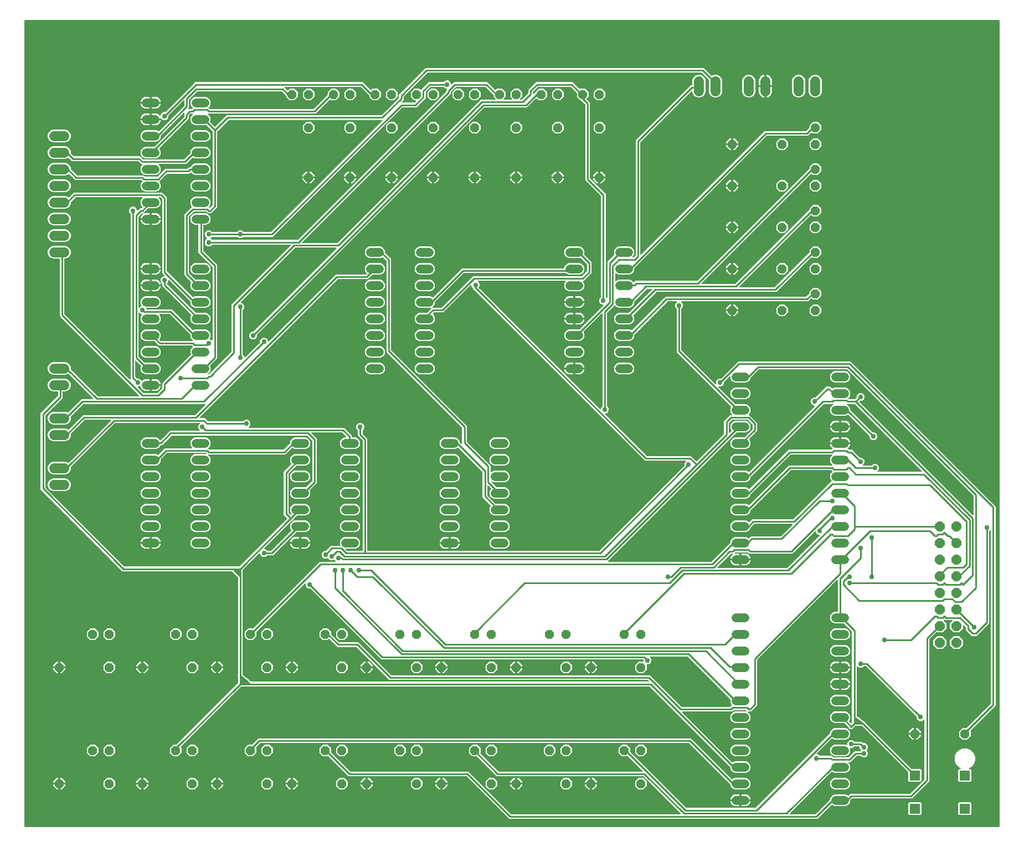
<source format=gbr>
G04 EAGLE Gerber RS-274X export*
G75*
%MOMM*%
%FSLAX34Y34*%
%LPD*%
%INBottom Copper*%
%IPPOS*%
%AMOC8*
5,1,8,0,0,1.08239X$1,22.5*%
G01*
%ADD10C,1.320800*%
%ADD11P,1.429621X8X22.500000*%
%ADD12P,1.429621X8X292.500000*%
%ADD13R,1.500000X1.500000*%
%ADD14P,1.429621X8X112.500000*%
%ADD15C,1.524000*%
%ADD16P,1.649562X8X292.500000*%
%ADD17C,0.254000*%
%ADD18C,0.756400*%

G36*
X1500198Y22864D02*
X1500198Y22864D01*
X1500217Y22862D01*
X1500319Y22884D01*
X1500421Y22900D01*
X1500438Y22910D01*
X1500458Y22914D01*
X1500547Y22967D01*
X1500638Y23016D01*
X1500652Y23030D01*
X1500669Y23040D01*
X1500736Y23119D01*
X1500808Y23194D01*
X1500816Y23212D01*
X1500829Y23227D01*
X1500868Y23323D01*
X1500911Y23417D01*
X1500913Y23437D01*
X1500921Y23455D01*
X1500939Y23622D01*
X1500939Y1255778D01*
X1500936Y1255798D01*
X1500938Y1255817D01*
X1500916Y1255919D01*
X1500900Y1256021D01*
X1500890Y1256038D01*
X1500886Y1256058D01*
X1500833Y1256147D01*
X1500784Y1256238D01*
X1500770Y1256252D01*
X1500760Y1256269D01*
X1500681Y1256336D01*
X1500606Y1256408D01*
X1500588Y1256416D01*
X1500573Y1256429D01*
X1500477Y1256468D01*
X1500383Y1256511D01*
X1500363Y1256513D01*
X1500345Y1256521D01*
X1500178Y1256539D01*
X10922Y1256539D01*
X10902Y1256536D01*
X10883Y1256538D01*
X10781Y1256516D01*
X10679Y1256500D01*
X10662Y1256490D01*
X10642Y1256486D01*
X10553Y1256433D01*
X10462Y1256384D01*
X10448Y1256370D01*
X10431Y1256360D01*
X10364Y1256281D01*
X10292Y1256206D01*
X10284Y1256188D01*
X10271Y1256173D01*
X10232Y1256077D01*
X10189Y1255983D01*
X10187Y1255963D01*
X10179Y1255945D01*
X10161Y1255778D01*
X10161Y23622D01*
X10164Y23602D01*
X10162Y23583D01*
X10184Y23481D01*
X10200Y23379D01*
X10210Y23362D01*
X10214Y23342D01*
X10267Y23253D01*
X10316Y23162D01*
X10330Y23148D01*
X10340Y23131D01*
X10419Y23064D01*
X10494Y22992D01*
X10512Y22984D01*
X10527Y22971D01*
X10623Y22932D01*
X10717Y22889D01*
X10737Y22887D01*
X10755Y22879D01*
X10922Y22861D01*
X1500178Y22861D01*
X1500198Y22864D01*
G37*
%LPC*%
G36*
X751383Y35051D02*
X751383Y35051D01*
X749076Y37358D01*
X686455Y99979D01*
X686381Y100032D01*
X686311Y100092D01*
X686281Y100104D01*
X686255Y100123D01*
X686168Y100150D01*
X686083Y100184D01*
X686042Y100188D01*
X686020Y100195D01*
X685988Y100194D01*
X685916Y100202D01*
X505257Y100202D01*
X502950Y102509D01*
X474654Y130805D01*
X474638Y130816D01*
X474626Y130832D01*
X474539Y130888D01*
X474455Y130948D01*
X474436Y130954D01*
X474419Y130965D01*
X474319Y130990D01*
X474220Y131020D01*
X474200Y131020D01*
X474180Y131025D01*
X474077Y131017D01*
X473974Y131014D01*
X473955Y131007D01*
X473935Y131006D01*
X473840Y130965D01*
X473743Y130930D01*
X473727Y130917D01*
X473709Y130909D01*
X473584Y130809D01*
X466217Y130809D01*
X461009Y136017D01*
X461009Y143383D01*
X466217Y148591D01*
X473583Y148591D01*
X478791Y143383D01*
X478791Y137044D01*
X478794Y137026D01*
X478792Y137009D01*
X478806Y136941D01*
X478813Y136863D01*
X478825Y136833D01*
X478830Y136801D01*
X478841Y136780D01*
X478844Y136768D01*
X478874Y136718D01*
X478909Y136636D01*
X478935Y136604D01*
X478946Y136583D01*
X478966Y136564D01*
X478970Y136557D01*
X478976Y136552D01*
X479014Y136505D01*
X507980Y107539D01*
X508054Y107486D01*
X508124Y107426D01*
X508154Y107414D01*
X508180Y107395D01*
X508267Y107368D01*
X508352Y107334D01*
X508393Y107330D01*
X508415Y107323D01*
X508447Y107324D01*
X508519Y107316D01*
X689178Y107316D01*
X691485Y105009D01*
X754106Y42388D01*
X754180Y42335D01*
X754250Y42275D01*
X754280Y42263D01*
X754306Y42244D01*
X754393Y42217D01*
X754478Y42183D01*
X754519Y42179D01*
X754541Y42172D01*
X754573Y42173D01*
X754645Y42165D01*
X1012687Y42165D01*
X1012758Y42176D01*
X1012830Y42178D01*
X1012879Y42196D01*
X1012930Y42204D01*
X1012994Y42238D01*
X1013061Y42263D01*
X1013102Y42295D01*
X1013148Y42320D01*
X1013197Y42372D01*
X1013253Y42416D01*
X1013281Y42460D01*
X1013317Y42498D01*
X1013347Y42563D01*
X1013386Y42623D01*
X1013399Y42674D01*
X1013421Y42721D01*
X1013429Y42792D01*
X1013446Y42862D01*
X1013442Y42914D01*
X1013448Y42965D01*
X1013432Y43036D01*
X1013427Y43107D01*
X1013407Y43155D01*
X1013395Y43206D01*
X1013359Y43267D01*
X1013331Y43333D01*
X1013286Y43389D01*
X1013269Y43417D01*
X1013251Y43432D01*
X1013226Y43464D01*
X956711Y99979D01*
X956637Y100032D01*
X956567Y100092D01*
X956537Y100104D01*
X956511Y100123D01*
X956424Y100150D01*
X956339Y100184D01*
X956298Y100188D01*
X956276Y100195D01*
X956244Y100194D01*
X956172Y100202D01*
X732079Y100202D01*
X701695Y130586D01*
X701621Y130639D01*
X701551Y130699D01*
X701521Y130711D01*
X701495Y130730D01*
X701408Y130757D01*
X701323Y130791D01*
X701282Y130795D01*
X701260Y130802D01*
X701228Y130801D01*
X701156Y130809D01*
X694817Y130809D01*
X689609Y136017D01*
X689609Y143383D01*
X694817Y148591D01*
X702183Y148591D01*
X707391Y143383D01*
X707391Y136016D01*
X707384Y136006D01*
X707368Y135993D01*
X707312Y135906D01*
X707252Y135822D01*
X707246Y135803D01*
X707235Y135787D01*
X707210Y135686D01*
X707180Y135587D01*
X707180Y135567D01*
X707175Y135548D01*
X707183Y135445D01*
X707186Y135341D01*
X707193Y135323D01*
X707194Y135303D01*
X707235Y135208D01*
X707270Y135110D01*
X707283Y135095D01*
X707291Y135076D01*
X707395Y134946D01*
X734802Y107539D01*
X734876Y107486D01*
X734946Y107426D01*
X734976Y107414D01*
X735002Y107395D01*
X735089Y107368D01*
X735174Y107334D01*
X735215Y107330D01*
X735237Y107323D01*
X735269Y107324D01*
X735341Y107316D01*
X954775Y107316D01*
X954846Y107327D01*
X954918Y107329D01*
X954967Y107347D01*
X955018Y107355D01*
X955081Y107389D01*
X955149Y107414D01*
X955190Y107446D01*
X955236Y107471D01*
X955285Y107522D01*
X955341Y107567D01*
X955369Y107611D01*
X955405Y107649D01*
X955435Y107714D01*
X955474Y107774D01*
X955487Y107825D01*
X955509Y107872D01*
X955517Y107943D01*
X955534Y108013D01*
X955530Y108065D01*
X955536Y108116D01*
X955520Y108187D01*
X955515Y108258D01*
X955495Y108306D01*
X955483Y108357D01*
X955447Y108418D01*
X955419Y108484D01*
X955374Y108540D01*
X955357Y108568D01*
X955339Y108583D01*
X955314Y108615D01*
X932489Y131440D01*
X932473Y131451D01*
X932461Y131467D01*
X932374Y131523D01*
X932290Y131583D01*
X932271Y131589D01*
X932254Y131600D01*
X932154Y131625D01*
X932055Y131655D01*
X932035Y131655D01*
X932015Y131660D01*
X931912Y131652D01*
X931809Y131649D01*
X931790Y131642D01*
X931770Y131641D01*
X931675Y131600D01*
X931578Y131565D01*
X931562Y131552D01*
X931544Y131544D01*
X931413Y131440D01*
X930783Y130809D01*
X923417Y130809D01*
X918209Y136017D01*
X918209Y143383D01*
X923417Y148591D01*
X930783Y148591D01*
X935991Y143383D01*
X935991Y138314D01*
X936005Y138223D01*
X936013Y138133D01*
X936025Y138103D01*
X936030Y138071D01*
X936073Y137990D01*
X936109Y137906D01*
X936135Y137874D01*
X936146Y137853D01*
X936169Y137831D01*
X936214Y137775D01*
X1021949Y52040D01*
X1022023Y51987D01*
X1022093Y51927D01*
X1022123Y51915D01*
X1022149Y51896D01*
X1022236Y51869D01*
X1022321Y51835D01*
X1022362Y51831D01*
X1022384Y51824D01*
X1022416Y51825D01*
X1022488Y51817D01*
X1127495Y51817D01*
X1127586Y51831D01*
X1127676Y51839D01*
X1127706Y51851D01*
X1127738Y51856D01*
X1127819Y51899D01*
X1127903Y51935D01*
X1127935Y51961D01*
X1127956Y51972D01*
X1127978Y51995D01*
X1128034Y52040D01*
X1241328Y165334D01*
X1241582Y165588D01*
X1241635Y165662D01*
X1241695Y165732D01*
X1241707Y165762D01*
X1241726Y165788D01*
X1241753Y165875D01*
X1241787Y165960D01*
X1241791Y166001D01*
X1241798Y166023D01*
X1241797Y166055D01*
X1241805Y166127D01*
X1241805Y166868D01*
X1243159Y170136D01*
X1245660Y172637D01*
X1248928Y173991D01*
X1265672Y173991D01*
X1268940Y172637D01*
X1271441Y170136D01*
X1272795Y166868D01*
X1272795Y163332D01*
X1271441Y160064D01*
X1268940Y157563D01*
X1265672Y156209D01*
X1248928Y156209D01*
X1245660Y157563D01*
X1245177Y158046D01*
X1245160Y158058D01*
X1245148Y158073D01*
X1245061Y158129D01*
X1244977Y158190D01*
X1244958Y158195D01*
X1244941Y158206D01*
X1244841Y158232D01*
X1244742Y158262D01*
X1244722Y158261D01*
X1244703Y158266D01*
X1244600Y158258D01*
X1244496Y158256D01*
X1244477Y158249D01*
X1244457Y158247D01*
X1244362Y158207D01*
X1244265Y158171D01*
X1244249Y158159D01*
X1244231Y158151D01*
X1244100Y158046D01*
X1221311Y135257D01*
X1221269Y135199D01*
X1221220Y135147D01*
X1221198Y135100D01*
X1221168Y135058D01*
X1221147Y134989D01*
X1221116Y134924D01*
X1221111Y134872D01*
X1221095Y134822D01*
X1221097Y134751D01*
X1221089Y134680D01*
X1221100Y134629D01*
X1221102Y134577D01*
X1221126Y134509D01*
X1221142Y134439D01*
X1221168Y134395D01*
X1221186Y134346D01*
X1221231Y134290D01*
X1221268Y134228D01*
X1221307Y134194D01*
X1221340Y134154D01*
X1221400Y134115D01*
X1221455Y134068D01*
X1221503Y134049D01*
X1221547Y134021D01*
X1221616Y134003D01*
X1221683Y133976D01*
X1221754Y133968D01*
X1221785Y133960D01*
X1221809Y133962D01*
X1221850Y133958D01*
X1222185Y133958D01*
X1224416Y133034D01*
X1225781Y131669D01*
X1225855Y131616D01*
X1225924Y131556D01*
X1225954Y131544D01*
X1225981Y131525D01*
X1226067Y131498D01*
X1226152Y131464D01*
X1226193Y131460D01*
X1226216Y131453D01*
X1226248Y131454D01*
X1226319Y131446D01*
X1244168Y131446D01*
X1246358Y129256D01*
X1246432Y129203D01*
X1246502Y129143D01*
X1246532Y129131D01*
X1246558Y129112D01*
X1246645Y129085D01*
X1246730Y129051D01*
X1246771Y129047D01*
X1246793Y129040D01*
X1246825Y129041D01*
X1246897Y129033D01*
X1269862Y129033D01*
X1269953Y129047D01*
X1270043Y129055D01*
X1270073Y129067D01*
X1270105Y129072D01*
X1270186Y129115D01*
X1270270Y129151D01*
X1270302Y129177D01*
X1270323Y129188D01*
X1270345Y129211D01*
X1270401Y129256D01*
X1279830Y138685D01*
X1288027Y138685D01*
X1288117Y138699D01*
X1288208Y138707D01*
X1288238Y138719D01*
X1288270Y138724D01*
X1288350Y138767D01*
X1288434Y138803D01*
X1288466Y138829D01*
X1288487Y138840D01*
X1288509Y138863D01*
X1288565Y138908D01*
X1289073Y139416D01*
X1289085Y139432D01*
X1289100Y139444D01*
X1289156Y139531D01*
X1289217Y139615D01*
X1289223Y139634D01*
X1289233Y139651D01*
X1289259Y139752D01*
X1289289Y139850D01*
X1289289Y139870D01*
X1289293Y139890D01*
X1289285Y139993D01*
X1289283Y140096D01*
X1289276Y140115D01*
X1289274Y140135D01*
X1289234Y140230D01*
X1289198Y140327D01*
X1289186Y140343D01*
X1289178Y140361D01*
X1289073Y140492D01*
X1288223Y141342D01*
X1287299Y143573D01*
X1287299Y145288D01*
X1287296Y145308D01*
X1287298Y145327D01*
X1287276Y145429D01*
X1287260Y145531D01*
X1287250Y145548D01*
X1287246Y145568D01*
X1287193Y145657D01*
X1287144Y145748D01*
X1287130Y145762D01*
X1287120Y145779D01*
X1287041Y145846D01*
X1286966Y145918D01*
X1286948Y145926D01*
X1286933Y145939D01*
X1286837Y145978D01*
X1286743Y146021D01*
X1286723Y146023D01*
X1286705Y146031D01*
X1286538Y146049D01*
X1279405Y146049D01*
X1279315Y146035D01*
X1279224Y146027D01*
X1279194Y146015D01*
X1279162Y146010D01*
X1279082Y145967D01*
X1278998Y145931D01*
X1278966Y145905D01*
X1278945Y145894D01*
X1278923Y145871D01*
X1278867Y145826D01*
X1277502Y144461D01*
X1275271Y143537D01*
X1273077Y143537D01*
X1273032Y143530D01*
X1272986Y143532D01*
X1272911Y143510D01*
X1272834Y143498D01*
X1272794Y143476D01*
X1272750Y143463D01*
X1272686Y143419D01*
X1272617Y143382D01*
X1272585Y143349D01*
X1272548Y143323D01*
X1272501Y143260D01*
X1272448Y143204D01*
X1272428Y143162D01*
X1272401Y143126D01*
X1272377Y143052D01*
X1272344Y142981D01*
X1272339Y142935D01*
X1272325Y142892D01*
X1272325Y142814D01*
X1272317Y142737D01*
X1272327Y142692D01*
X1272327Y142646D01*
X1272365Y142515D01*
X1272369Y142496D01*
X1272372Y142492D01*
X1272374Y142485D01*
X1272795Y141469D01*
X1272795Y137932D01*
X1271441Y134664D01*
X1268940Y132163D01*
X1265672Y130809D01*
X1248928Y130809D01*
X1245660Y132163D01*
X1243159Y134664D01*
X1241805Y137932D01*
X1241805Y141468D01*
X1243159Y144736D01*
X1245660Y147237D01*
X1248928Y148591D01*
X1265672Y148591D01*
X1266943Y148065D01*
X1266987Y148054D01*
X1267029Y148035D01*
X1267106Y148026D01*
X1267182Y148008D01*
X1267228Y148013D01*
X1267273Y148008D01*
X1267350Y148024D01*
X1267427Y148032D01*
X1267469Y148050D01*
X1267514Y148060D01*
X1267581Y148100D01*
X1267652Y148132D01*
X1267686Y148163D01*
X1267725Y148186D01*
X1267776Y148245D01*
X1267833Y148298D01*
X1267855Y148338D01*
X1267885Y148373D01*
X1267914Y148445D01*
X1267951Y148513D01*
X1267960Y148559D01*
X1267977Y148601D01*
X1267992Y148737D01*
X1267995Y148755D01*
X1267994Y148760D01*
X1267995Y148768D01*
X1267995Y150813D01*
X1268919Y153044D01*
X1270626Y154751D01*
X1272857Y155675D01*
X1275271Y155675D01*
X1277502Y154751D01*
X1278867Y153386D01*
X1278941Y153332D01*
X1279010Y153273D01*
X1279040Y153261D01*
X1279067Y153242D01*
X1279153Y153215D01*
X1279238Y153181D01*
X1279279Y153177D01*
X1279302Y153170D01*
X1279334Y153171D01*
X1279405Y153163D01*
X1290015Y153163D01*
X1292106Y151072D01*
X1292180Y151019D01*
X1292250Y150959D01*
X1292280Y150947D01*
X1292306Y150928D01*
X1292393Y150901D01*
X1292478Y150867D01*
X1292519Y150863D01*
X1292541Y150856D01*
X1292573Y150857D01*
X1292645Y150849D01*
X1294575Y150849D01*
X1296806Y149925D01*
X1298513Y148218D01*
X1299437Y145987D01*
X1299437Y143573D01*
X1298513Y141342D01*
X1297663Y140492D01*
X1297651Y140476D01*
X1297636Y140464D01*
X1297579Y140376D01*
X1297519Y140293D01*
X1297513Y140274D01*
X1297503Y140257D01*
X1297477Y140156D01*
X1297447Y140057D01*
X1297447Y140038D01*
X1297443Y140018D01*
X1297451Y139915D01*
X1297453Y139812D01*
X1297460Y139793D01*
X1297462Y139773D01*
X1297502Y139678D01*
X1297538Y139581D01*
X1297550Y139565D01*
X1297558Y139547D01*
X1297663Y139416D01*
X1298513Y138566D01*
X1299437Y136335D01*
X1299437Y133921D01*
X1298513Y131690D01*
X1296806Y129983D01*
X1294575Y129059D01*
X1292161Y129059D01*
X1289930Y129983D01*
X1288565Y131348D01*
X1288491Y131401D01*
X1288422Y131461D01*
X1288392Y131473D01*
X1288365Y131492D01*
X1288279Y131519D01*
X1288194Y131553D01*
X1288153Y131557D01*
X1288130Y131564D01*
X1288098Y131563D01*
X1288027Y131571D01*
X1283092Y131571D01*
X1283001Y131557D01*
X1282911Y131549D01*
X1282881Y131537D01*
X1282849Y131532D01*
X1282768Y131489D01*
X1282684Y131453D01*
X1282652Y131427D01*
X1282631Y131416D01*
X1282609Y131393D01*
X1282553Y131348D01*
X1273124Y121919D01*
X1270696Y121919D01*
X1270625Y121908D01*
X1270553Y121906D01*
X1270505Y121888D01*
X1270453Y121880D01*
X1270390Y121846D01*
X1270322Y121821D01*
X1270282Y121789D01*
X1270236Y121764D01*
X1270186Y121712D01*
X1270130Y121668D01*
X1270102Y121624D01*
X1270066Y121586D01*
X1270036Y121521D01*
X1269997Y121461D01*
X1269985Y121410D01*
X1269963Y121363D01*
X1269955Y121292D01*
X1269937Y121222D01*
X1269941Y121170D01*
X1269936Y121119D01*
X1269951Y121048D01*
X1269957Y120977D01*
X1269977Y120929D01*
X1269988Y120878D01*
X1270025Y120817D01*
X1270053Y120751D01*
X1270098Y120695D01*
X1270114Y120667D01*
X1270132Y120652D01*
X1270158Y120620D01*
X1271441Y119336D01*
X1272795Y116068D01*
X1272795Y112532D01*
X1271441Y109264D01*
X1268940Y106763D01*
X1265672Y105409D01*
X1248928Y105409D01*
X1245660Y106763D01*
X1245113Y107310D01*
X1245097Y107321D01*
X1245084Y107337D01*
X1244997Y107393D01*
X1244913Y107453D01*
X1244894Y107459D01*
X1244878Y107470D01*
X1244777Y107495D01*
X1244678Y107525D01*
X1244658Y107525D01*
X1244639Y107530D01*
X1244536Y107522D01*
X1244432Y107519D01*
X1244414Y107512D01*
X1244394Y107511D01*
X1244299Y107470D01*
X1244201Y107435D01*
X1244186Y107422D01*
X1244167Y107414D01*
X1244037Y107310D01*
X1180191Y43464D01*
X1180149Y43406D01*
X1180100Y43354D01*
X1180078Y43307D01*
X1180048Y43265D01*
X1180027Y43196D01*
X1179996Y43131D01*
X1179991Y43079D01*
X1179975Y43029D01*
X1179977Y42958D01*
X1179969Y42887D01*
X1179980Y42836D01*
X1179982Y42784D01*
X1180006Y42716D01*
X1180022Y42646D01*
X1180048Y42602D01*
X1180066Y42553D01*
X1180111Y42497D01*
X1180148Y42435D01*
X1180187Y42401D01*
X1180220Y42361D01*
X1180280Y42322D01*
X1180335Y42275D01*
X1180383Y42256D01*
X1180427Y42228D01*
X1180496Y42210D01*
X1180563Y42183D01*
X1180634Y42175D01*
X1180665Y42167D01*
X1180689Y42169D01*
X1180730Y42165D01*
X1219189Y42165D01*
X1219280Y42179D01*
X1219370Y42187D01*
X1219400Y42199D01*
X1219432Y42204D01*
X1219513Y42247D01*
X1219597Y42283D01*
X1219629Y42309D01*
X1219650Y42320D01*
X1219672Y42343D01*
X1219728Y42388D01*
X1241328Y63988D01*
X1241582Y64242D01*
X1241635Y64316D01*
X1241695Y64386D01*
X1241707Y64416D01*
X1241726Y64442D01*
X1241753Y64529D01*
X1241787Y64614D01*
X1241791Y64655D01*
X1241798Y64677D01*
X1241797Y64709D01*
X1241805Y64781D01*
X1241805Y65268D01*
X1243159Y68536D01*
X1245660Y71037D01*
X1248928Y72391D01*
X1265672Y72391D01*
X1268940Y71037D01*
X1268979Y70999D01*
X1268995Y70987D01*
X1269008Y70971D01*
X1269095Y70915D01*
X1269179Y70855D01*
X1269198Y70849D01*
X1269214Y70838D01*
X1269315Y70813D01*
X1269414Y70783D01*
X1269434Y70783D01*
X1269453Y70778D01*
X1269556Y70786D01*
X1269660Y70789D01*
X1269678Y70796D01*
X1269698Y70797D01*
X1269793Y70838D01*
X1269891Y70873D01*
X1269906Y70886D01*
X1269925Y70894D01*
X1270055Y70998D01*
X1272591Y73534D01*
X1363969Y73534D01*
X1364060Y73548D01*
X1364150Y73556D01*
X1364180Y73568D01*
X1364212Y73573D01*
X1364293Y73616D01*
X1364377Y73652D01*
X1364409Y73678D01*
X1364430Y73689D01*
X1364452Y73712D01*
X1364508Y73757D01*
X1386108Y95357D01*
X1386161Y95431D01*
X1386221Y95501D01*
X1386233Y95531D01*
X1386252Y95557D01*
X1386279Y95644D01*
X1386313Y95729D01*
X1386317Y95770D01*
X1386324Y95792D01*
X1386323Y95824D01*
X1386331Y95896D01*
X1386331Y186302D01*
X1386320Y186373D01*
X1386318Y186444D01*
X1386300Y186493D01*
X1386292Y186545D01*
X1386258Y186608D01*
X1386233Y186675D01*
X1386201Y186716D01*
X1386176Y186762D01*
X1386124Y186811D01*
X1386080Y186867D01*
X1386036Y186896D01*
X1385998Y186931D01*
X1385933Y186962D01*
X1385873Y187000D01*
X1385822Y187013D01*
X1385775Y187035D01*
X1385704Y187043D01*
X1385634Y187061D01*
X1385582Y187056D01*
X1385531Y187062D01*
X1385460Y187047D01*
X1385389Y187041D01*
X1385341Y187021D01*
X1385290Y187010D01*
X1385229Y186973D01*
X1385163Y186945D01*
X1385107Y186900D01*
X1385079Y186884D01*
X1385064Y186866D01*
X1385032Y186840D01*
X1383674Y185482D01*
X1381443Y184558D01*
X1379029Y184558D01*
X1376798Y185482D01*
X1375091Y187189D01*
X1374167Y189420D01*
X1374167Y191350D01*
X1374153Y191441D01*
X1374145Y191531D01*
X1374133Y191561D01*
X1374128Y191593D01*
X1374085Y191674D01*
X1374049Y191758D01*
X1374023Y191790D01*
X1374012Y191811D01*
X1373989Y191833D01*
X1373944Y191889D01*
X1296944Y268889D01*
X1296870Y268942D01*
X1296800Y269002D01*
X1296770Y269014D01*
X1296744Y269033D01*
X1296657Y269060D01*
X1296572Y269094D01*
X1296531Y269098D01*
X1296509Y269105D01*
X1296477Y269104D01*
X1296405Y269112D01*
X1293883Y269112D01*
X1293793Y269098D01*
X1293702Y269090D01*
X1293672Y269078D01*
X1293640Y269073D01*
X1293560Y269030D01*
X1293476Y268994D01*
X1293444Y268968D01*
X1293423Y268957D01*
X1293401Y268934D01*
X1293345Y268889D01*
X1291980Y267524D01*
X1289749Y266600D01*
X1287335Y266600D01*
X1285104Y267524D01*
X1283746Y268882D01*
X1283688Y268924D01*
X1283636Y268973D01*
X1283589Y268995D01*
X1283547Y269026D01*
X1283478Y269047D01*
X1283413Y269077D01*
X1283361Y269083D01*
X1283311Y269098D01*
X1283240Y269096D01*
X1283169Y269104D01*
X1283118Y269093D01*
X1283066Y269092D01*
X1282998Y269067D01*
X1282928Y269052D01*
X1282883Y269025D01*
X1282835Y269007D01*
X1282779Y268962D01*
X1282717Y268926D01*
X1282683Y268886D01*
X1282643Y268854D01*
X1282604Y268793D01*
X1282557Y268739D01*
X1282538Y268691D01*
X1282510Y268647D01*
X1282492Y268577D01*
X1282465Y268511D01*
X1282457Y268439D01*
X1282449Y268408D01*
X1282451Y268385D01*
X1282447Y268344D01*
X1282447Y193009D01*
X1282461Y192919D01*
X1282469Y192828D01*
X1282481Y192799D01*
X1282486Y192767D01*
X1282529Y192686D01*
X1282565Y192602D01*
X1282591Y192570D01*
X1282602Y192549D01*
X1282625Y192527D01*
X1282670Y192471D01*
X1283493Y191648D01*
X1283512Y191634D01*
X1283528Y191615D01*
X1283665Y191519D01*
X1284423Y191102D01*
X1284430Y191087D01*
X1284442Y191041D01*
X1284483Y190976D01*
X1284516Y190907D01*
X1284549Y190873D01*
X1284574Y190834D01*
X1284673Y190745D01*
X1284687Y190730D01*
X1284692Y190728D01*
X1284699Y190722D01*
X1284797Y190651D01*
X1284935Y190553D01*
X1284936Y190553D01*
X1288361Y188106D01*
X1288387Y188093D01*
X1288408Y188075D01*
X1288496Y188039D01*
X1288582Y187997D01*
X1288610Y187993D01*
X1288637Y187983D01*
X1288803Y187964D01*
X1288893Y187964D01*
X1288942Y187915D01*
X1288968Y187897D01*
X1288989Y187872D01*
X1289067Y187825D01*
X1289142Y187772D01*
X1289172Y187762D01*
X1289200Y187746D01*
X1289361Y187702D01*
X1289430Y187691D01*
X1289884Y187066D01*
X1289911Y187039D01*
X1289932Y187006D01*
X1290057Y186894D01*
X1290942Y186262D01*
X1293166Y184674D01*
X1293192Y184661D01*
X1293214Y184642D01*
X1293302Y184607D01*
X1293387Y184565D01*
X1293415Y184561D01*
X1293442Y184550D01*
X1293609Y184532D01*
X1293698Y184532D01*
X1294487Y183743D01*
X1294514Y183724D01*
X1294583Y183662D01*
X1295491Y183013D01*
X1295506Y182925D01*
X1295515Y182897D01*
X1295517Y182869D01*
X1295554Y182782D01*
X1295585Y182692D01*
X1295602Y182669D01*
X1295614Y182642D01*
X1295718Y182512D01*
X1366620Y111610D01*
X1366694Y111557D01*
X1366764Y111497D01*
X1366794Y111485D01*
X1366820Y111466D01*
X1366907Y111439D01*
X1366992Y111405D01*
X1367033Y111401D01*
X1367055Y111394D01*
X1367087Y111395D01*
X1367159Y111387D01*
X1380047Y111387D01*
X1381387Y110047D01*
X1381387Y93153D01*
X1380047Y91813D01*
X1363153Y91813D01*
X1361813Y93153D01*
X1361813Y106041D01*
X1361799Y106132D01*
X1361791Y106222D01*
X1361779Y106252D01*
X1361774Y106284D01*
X1361731Y106365D01*
X1361695Y106449D01*
X1361669Y106481D01*
X1361658Y106502D01*
X1361635Y106524D01*
X1361590Y106580D01*
X1290975Y177195D01*
X1290901Y177248D01*
X1290831Y177308D01*
X1290801Y177320D01*
X1290775Y177339D01*
X1290688Y177366D01*
X1290603Y177400D01*
X1290562Y177404D01*
X1290540Y177411D01*
X1290508Y177410D01*
X1290436Y177418D01*
X1283532Y177418D01*
X1283471Y177408D01*
X1283410Y177409D01*
X1283321Y177384D01*
X1283289Y177379D01*
X1283274Y177371D01*
X1283249Y177364D01*
X1282653Y177126D01*
X1282462Y177207D01*
X1282453Y177210D01*
X1282444Y177215D01*
X1282333Y177239D01*
X1282223Y177267D01*
X1282214Y177266D01*
X1282204Y177268D01*
X1282037Y177259D01*
X1281832Y177224D01*
X1281759Y177276D01*
X1281746Y177283D01*
X1281744Y177284D01*
X1281738Y177287D01*
X1281733Y177289D01*
X1281711Y177308D01*
X1281623Y177343D01*
X1281538Y177385D01*
X1281510Y177389D01*
X1281483Y177400D01*
X1281316Y177418D01*
X1280679Y177418D01*
X1280588Y177404D01*
X1280498Y177396D01*
X1280468Y177384D01*
X1280436Y177379D01*
X1280355Y177336D01*
X1280271Y177300D01*
X1280239Y177274D01*
X1280218Y177263D01*
X1280197Y177241D01*
X1280195Y177240D01*
X1280191Y177236D01*
X1280140Y177195D01*
X1275537Y172592D01*
X1272591Y172592D01*
X1270284Y174899D01*
X1263797Y181386D01*
X1263723Y181439D01*
X1263653Y181499D01*
X1263623Y181511D01*
X1263597Y181530D01*
X1263510Y181557D01*
X1263425Y181591D01*
X1263384Y181595D01*
X1263362Y181602D01*
X1263330Y181601D01*
X1263258Y181609D01*
X1248928Y181609D01*
X1245660Y182963D01*
X1243159Y185464D01*
X1241805Y188732D01*
X1241805Y192268D01*
X1243159Y195536D01*
X1245660Y198037D01*
X1248928Y199391D01*
X1265672Y199391D01*
X1268940Y198037D01*
X1271441Y195536D01*
X1272795Y192268D01*
X1272795Y188732D01*
X1271441Y185464D01*
X1271148Y185171D01*
X1271137Y185155D01*
X1271121Y185142D01*
X1271065Y185055D01*
X1271005Y184971D01*
X1270999Y184952D01*
X1270988Y184936D01*
X1270963Y184835D01*
X1270933Y184736D01*
X1270933Y184716D01*
X1270928Y184697D01*
X1270936Y184594D01*
X1270939Y184490D01*
X1270946Y184472D01*
X1270947Y184452D01*
X1270988Y184357D01*
X1271023Y184259D01*
X1271036Y184244D01*
X1271044Y184225D01*
X1271148Y184095D01*
X1273526Y181717D01*
X1273542Y181706D01*
X1273554Y181690D01*
X1273641Y181634D01*
X1273725Y181574D01*
X1273744Y181568D01*
X1273761Y181557D01*
X1273862Y181532D01*
X1273961Y181501D01*
X1273980Y181502D01*
X1274000Y181497D01*
X1274103Y181505D01*
X1274206Y181508D01*
X1274225Y181515D01*
X1274245Y181516D01*
X1274340Y181557D01*
X1274437Y181592D01*
X1274453Y181605D01*
X1274471Y181612D01*
X1274602Y181717D01*
X1275110Y182225D01*
X1275159Y182292D01*
X1275161Y182295D01*
X1275162Y182298D01*
X1275164Y182299D01*
X1275223Y182369D01*
X1275235Y182399D01*
X1275254Y182425D01*
X1275281Y182512D01*
X1275315Y182597D01*
X1275319Y182638D01*
X1275326Y182660D01*
X1275325Y182692D01*
X1275333Y182764D01*
X1275333Y189668D01*
X1275323Y189729D01*
X1275324Y189790D01*
X1275299Y189879D01*
X1275294Y189911D01*
X1275286Y189926D01*
X1275279Y189951D01*
X1275041Y190547D01*
X1275122Y190738D01*
X1275125Y190747D01*
X1275130Y190756D01*
X1275154Y190867D01*
X1275182Y190977D01*
X1275181Y190986D01*
X1275183Y190996D01*
X1275174Y191163D01*
X1275139Y191368D01*
X1275191Y191441D01*
X1275204Y191467D01*
X1275223Y191489D01*
X1275258Y191577D01*
X1275300Y191662D01*
X1275304Y191690D01*
X1275315Y191717D01*
X1275333Y191884D01*
X1275333Y321553D01*
X1275319Y321644D01*
X1275311Y321734D01*
X1275299Y321764D01*
X1275294Y321796D01*
X1275251Y321877D01*
X1275215Y321961D01*
X1275189Y321993D01*
X1275178Y322014D01*
X1275155Y322036D01*
X1275110Y322092D01*
X1263416Y333786D01*
X1263342Y333839D01*
X1263272Y333899D01*
X1263242Y333911D01*
X1263216Y333930D01*
X1263129Y333957D01*
X1263044Y333991D01*
X1263003Y333995D01*
X1262981Y334002D01*
X1262949Y334001D01*
X1262877Y334009D01*
X1248928Y334009D01*
X1245660Y335363D01*
X1243159Y337864D01*
X1241805Y341132D01*
X1241805Y344668D01*
X1243159Y347936D01*
X1245660Y350437D01*
X1248928Y351791D01*
X1252855Y351791D01*
X1252875Y351794D01*
X1252894Y351792D01*
X1252996Y351814D01*
X1253098Y351830D01*
X1253115Y351840D01*
X1253135Y351844D01*
X1253224Y351897D01*
X1253315Y351946D01*
X1253329Y351960D01*
X1253346Y351970D01*
X1253413Y352049D01*
X1253485Y352124D01*
X1253493Y352142D01*
X1253506Y352157D01*
X1253545Y352253D01*
X1253588Y352347D01*
X1253590Y352367D01*
X1253598Y352385D01*
X1253616Y352552D01*
X1253616Y399785D01*
X1253605Y399856D01*
X1253603Y399928D01*
X1253585Y399977D01*
X1253577Y400028D01*
X1253543Y400092D01*
X1253518Y400159D01*
X1253486Y400200D01*
X1253461Y400246D01*
X1253409Y400295D01*
X1253365Y400351D01*
X1253321Y400379D01*
X1253283Y400415D01*
X1253218Y400445D01*
X1253158Y400484D01*
X1253107Y400497D01*
X1253060Y400519D01*
X1252989Y400527D01*
X1252919Y400544D01*
X1252867Y400540D01*
X1252816Y400546D01*
X1252745Y400530D01*
X1252674Y400525D01*
X1252626Y400505D01*
X1252575Y400493D01*
X1252514Y400457D01*
X1252448Y400429D01*
X1252392Y400384D01*
X1252364Y400367D01*
X1252349Y400349D01*
X1252317Y400324D01*
X1130651Y278658D01*
X1130598Y278584D01*
X1130538Y278514D01*
X1130526Y278484D01*
X1130507Y278458D01*
X1130480Y278371D01*
X1130446Y278286D01*
X1130442Y278245D01*
X1130435Y278223D01*
X1130436Y278191D01*
X1130428Y278119D01*
X1130428Y208458D01*
X1121105Y199135D01*
X1117280Y199135D01*
X1117209Y199124D01*
X1117137Y199122D01*
X1117089Y199104D01*
X1117037Y199096D01*
X1116974Y199062D01*
X1116906Y199037D01*
X1116866Y199005D01*
X1116820Y198980D01*
X1116770Y198928D01*
X1116714Y198884D01*
X1116686Y198840D01*
X1116650Y198802D01*
X1116620Y198737D01*
X1116581Y198677D01*
X1116569Y198626D01*
X1116547Y198579D01*
X1116539Y198508D01*
X1116521Y198438D01*
X1116525Y198386D01*
X1116520Y198335D01*
X1116535Y198264D01*
X1116541Y198193D01*
X1116561Y198145D01*
X1116572Y198094D01*
X1116609Y198033D01*
X1116637Y197967D01*
X1116682Y197911D01*
X1116698Y197883D01*
X1116716Y197868D01*
X1116742Y197836D01*
X1119041Y195536D01*
X1120395Y192268D01*
X1120395Y188732D01*
X1119041Y185464D01*
X1116540Y182963D01*
X1113272Y181609D01*
X1096528Y181609D01*
X1093260Y182963D01*
X1090759Y185464D01*
X1089405Y188732D01*
X1089405Y192268D01*
X1090759Y195536D01*
X1093260Y198037D01*
X1096528Y199391D01*
X1113272Y199391D01*
X1113523Y199287D01*
X1113618Y199265D01*
X1113711Y199236D01*
X1113737Y199237D01*
X1113762Y199231D01*
X1113859Y199240D01*
X1113957Y199243D01*
X1113981Y199252D01*
X1114007Y199254D01*
X1114096Y199293D01*
X1114188Y199327D01*
X1114208Y199343D01*
X1114232Y199354D01*
X1114304Y199420D01*
X1114380Y199481D01*
X1114394Y199503D01*
X1114413Y199520D01*
X1114460Y199606D01*
X1114513Y199688D01*
X1114519Y199713D01*
X1114532Y199736D01*
X1114549Y199832D01*
X1114573Y199926D01*
X1114571Y199952D01*
X1114575Y199978D01*
X1114561Y200075D01*
X1114554Y200171D01*
X1114543Y200195D01*
X1114540Y200221D01*
X1114495Y200308D01*
X1114457Y200398D01*
X1114437Y200423D01*
X1114428Y200440D01*
X1114404Y200464D01*
X1114352Y200529D01*
X1113556Y201325D01*
X1113482Y201378D01*
X1113412Y201438D01*
X1113382Y201450D01*
X1113356Y201469D01*
X1113269Y201496D01*
X1113184Y201530D01*
X1113143Y201534D01*
X1113121Y201541D01*
X1113089Y201540D01*
X1113017Y201548D01*
X1094878Y201548D01*
X1094787Y201534D01*
X1094697Y201526D01*
X1094667Y201514D01*
X1094635Y201509D01*
X1094554Y201466D01*
X1094470Y201430D01*
X1094438Y201404D01*
X1094417Y201393D01*
X1094395Y201370D01*
X1094339Y201325D01*
X1092149Y199135D01*
X1016646Y199135D01*
X1016575Y199124D01*
X1016503Y199122D01*
X1016454Y199104D01*
X1016403Y199096D01*
X1016340Y199062D01*
X1016272Y199037D01*
X1016231Y199005D01*
X1016185Y198980D01*
X1016136Y198929D01*
X1016080Y198884D01*
X1016052Y198840D01*
X1016016Y198802D01*
X1015986Y198737D01*
X1015947Y198677D01*
X1015934Y198626D01*
X1015912Y198579D01*
X1015904Y198508D01*
X1015887Y198438D01*
X1015891Y198386D01*
X1015885Y198335D01*
X1015901Y198264D01*
X1015906Y198193D01*
X1015926Y198145D01*
X1015938Y198094D01*
X1015974Y198033D01*
X1016002Y197967D01*
X1016047Y197911D01*
X1016064Y197883D01*
X1016082Y197868D01*
X1016107Y197836D01*
X1092145Y121798D01*
X1092161Y121787D01*
X1092173Y121771D01*
X1092261Y121715D01*
X1092344Y121655D01*
X1092363Y121649D01*
X1092380Y121638D01*
X1092481Y121613D01*
X1092579Y121583D01*
X1092599Y121583D01*
X1092619Y121578D01*
X1092722Y121586D01*
X1092825Y121589D01*
X1092844Y121596D01*
X1092864Y121597D01*
X1092959Y121638D01*
X1093056Y121673D01*
X1093072Y121686D01*
X1093090Y121694D01*
X1093221Y121799D01*
X1093260Y121837D01*
X1096528Y123191D01*
X1113272Y123191D01*
X1116540Y121837D01*
X1119041Y119336D01*
X1120395Y116068D01*
X1120395Y112532D01*
X1119041Y109264D01*
X1116540Y106763D01*
X1113272Y105409D01*
X1096528Y105409D01*
X1093260Y106763D01*
X1090759Y109264D01*
X1089405Y112532D01*
X1089405Y114162D01*
X1089391Y114253D01*
X1089383Y114343D01*
X1089371Y114373D01*
X1089366Y114405D01*
X1089323Y114486D01*
X1089287Y114570D01*
X1089261Y114602D01*
X1089250Y114623D01*
X1089227Y114645D01*
X1089182Y114701D01*
X966363Y237520D01*
X966289Y237573D01*
X966219Y237633D01*
X966189Y237645D01*
X966163Y237664D01*
X966076Y237691D01*
X965991Y237725D01*
X965950Y237729D01*
X965928Y237736D01*
X965896Y237735D01*
X965824Y237743D01*
X357154Y237743D01*
X357099Y237734D01*
X357044Y237735D01*
X356979Y237715D01*
X356912Y237704D01*
X356862Y237677D01*
X356809Y237661D01*
X356746Y237619D01*
X355711Y237717D01*
X355694Y237716D01*
X355554Y237716D01*
X354486Y237595D01*
X354484Y237597D01*
X354441Y237633D01*
X354378Y237658D01*
X354319Y237693D01*
X354265Y237704D01*
X354213Y237725D01*
X354108Y237736D01*
X354078Y237743D01*
X354066Y237741D01*
X354047Y237743D01*
X343349Y237743D01*
X343332Y237741D01*
X343192Y237727D01*
X342174Y237513D01*
X342164Y237520D01*
X342106Y237534D01*
X342052Y237558D01*
X341988Y237564D01*
X341925Y237580D01*
X341866Y237575D01*
X341807Y237581D01*
X341744Y237566D01*
X341680Y237561D01*
X341626Y237538D01*
X341568Y237524D01*
X341513Y237490D01*
X341454Y237465D01*
X341387Y237412D01*
X341359Y237394D01*
X341347Y237379D01*
X341323Y237360D01*
X249306Y145343D01*
X249295Y145327D01*
X249279Y145315D01*
X249223Y145228D01*
X249163Y145144D01*
X249157Y145125D01*
X249146Y145108D01*
X249121Y145008D01*
X249091Y144909D01*
X249091Y144889D01*
X249086Y144869D01*
X249094Y144766D01*
X249097Y144663D01*
X249104Y144644D01*
X249105Y144624D01*
X249146Y144529D01*
X249181Y144432D01*
X249194Y144416D01*
X249202Y144398D01*
X249306Y144267D01*
X250191Y143383D01*
X250191Y136017D01*
X244983Y130809D01*
X237617Y130809D01*
X232409Y136017D01*
X232409Y143383D01*
X237617Y148591D01*
X242178Y148591D01*
X242269Y148605D01*
X242359Y148613D01*
X242389Y148625D01*
X242421Y148630D01*
X242502Y148673D01*
X242586Y148709D01*
X242618Y148735D01*
X242639Y148746D01*
X242661Y148769D01*
X242717Y148814D01*
X336453Y242550D01*
X336506Y242624D01*
X336566Y242694D01*
X336578Y242724D01*
X336597Y242750D01*
X336624Y242837D01*
X336658Y242922D01*
X336662Y242963D01*
X336669Y242985D01*
X336668Y243017D01*
X336676Y243089D01*
X336676Y253551D01*
X336675Y253558D01*
X336675Y253559D01*
X336674Y253563D01*
X336674Y253568D01*
X336660Y253708D01*
X336447Y254721D01*
X336449Y254724D01*
X336477Y254764D01*
X336498Y254836D01*
X336528Y254904D01*
X336533Y254953D01*
X336547Y255000D01*
X336549Y255126D01*
X336550Y255140D01*
X336566Y255159D01*
X336591Y255222D01*
X336626Y255281D01*
X336637Y255335D01*
X336658Y255387D01*
X336669Y255492D01*
X336676Y255522D01*
X336674Y255534D01*
X336676Y255553D01*
X336676Y404611D01*
X336662Y404702D01*
X336654Y404792D01*
X336642Y404822D01*
X336637Y404854D01*
X336594Y404935D01*
X336558Y405019D01*
X336532Y405051D01*
X336521Y405072D01*
X336498Y405094D01*
X336453Y405150D01*
X327934Y413669D01*
X327860Y413722D01*
X327790Y413782D01*
X327760Y413794D01*
X327734Y413813D01*
X327647Y413840D01*
X327562Y413874D01*
X327521Y413878D01*
X327499Y413885D01*
X327467Y413884D01*
X327395Y413892D01*
X160198Y413892D01*
X35051Y539039D01*
X35051Y655396D01*
X61371Y681716D01*
X61424Y681790D01*
X61484Y681860D01*
X61496Y681890D01*
X61515Y681916D01*
X61542Y682003D01*
X61576Y682088D01*
X61580Y682129D01*
X61587Y682151D01*
X61586Y682183D01*
X61594Y682255D01*
X61594Y687832D01*
X61591Y687852D01*
X61593Y687871D01*
X61571Y687973D01*
X61555Y688075D01*
X61545Y688092D01*
X61541Y688112D01*
X61488Y688201D01*
X61439Y688292D01*
X61425Y688306D01*
X61415Y688323D01*
X61336Y688390D01*
X61261Y688462D01*
X61243Y688470D01*
X61228Y688483D01*
X61132Y688522D01*
X61038Y688565D01*
X61018Y688567D01*
X61000Y688575D01*
X60833Y688593D01*
X53909Y688593D01*
X50268Y690101D01*
X47481Y692888D01*
X45973Y696529D01*
X45973Y700471D01*
X47481Y704112D01*
X50268Y706899D01*
X53909Y708407D01*
X73091Y708407D01*
X76732Y706899D01*
X79519Y704112D01*
X81027Y700471D01*
X81027Y696529D01*
X79519Y692888D01*
X76732Y690101D01*
X73091Y688593D01*
X69469Y688593D01*
X69449Y688590D01*
X69430Y688592D01*
X69328Y688570D01*
X69226Y688554D01*
X69209Y688544D01*
X69189Y688540D01*
X69100Y688487D01*
X69009Y688438D01*
X68995Y688424D01*
X68978Y688414D01*
X68911Y688335D01*
X68839Y688260D01*
X68831Y688242D01*
X68818Y688227D01*
X68779Y688131D01*
X68736Y688037D01*
X68734Y688017D01*
X68726Y687999D01*
X68708Y687832D01*
X68708Y678993D01*
X42388Y652673D01*
X42335Y652599D01*
X42275Y652529D01*
X42263Y652499D01*
X42244Y652473D01*
X42217Y652386D01*
X42183Y652301D01*
X42179Y652260D01*
X42172Y652238D01*
X42173Y652206D01*
X42165Y652134D01*
X42165Y542301D01*
X42179Y542210D01*
X42187Y542120D01*
X42199Y542090D01*
X42204Y542058D01*
X42247Y541977D01*
X42283Y541893D01*
X42309Y541861D01*
X42320Y541840D01*
X42343Y541818D01*
X42388Y541762D01*
X162921Y421229D01*
X162995Y421176D01*
X163065Y421116D01*
X163095Y421104D01*
X163121Y421085D01*
X163208Y421058D01*
X163293Y421024D01*
X163334Y421020D01*
X163356Y421013D01*
X163388Y421014D01*
X163460Y421006D01*
X329847Y421006D01*
X329879Y421011D01*
X329971Y421016D01*
X331076Y421198D01*
X331145Y421148D01*
X331171Y421135D01*
X331194Y421116D01*
X331281Y421081D01*
X331365Y421039D01*
X331395Y421035D01*
X331422Y421024D01*
X331589Y421006D01*
X338444Y421006D01*
X338535Y421020D01*
X338625Y421028D01*
X338655Y421040D01*
X338687Y421045D01*
X338768Y421088D01*
X338852Y421124D01*
X338884Y421150D01*
X338905Y421161D01*
X338927Y421184D01*
X338983Y421229D01*
X411881Y494127D01*
X411892Y494143D01*
X411908Y494155D01*
X411964Y494243D01*
X412024Y494326D01*
X412030Y494345D01*
X412041Y494362D01*
X412066Y494463D01*
X412097Y494562D01*
X412096Y494581D01*
X412101Y494601D01*
X412093Y494704D01*
X412090Y494807D01*
X412083Y494826D01*
X412082Y494846D01*
X412042Y494941D01*
X412006Y495038D01*
X411993Y495054D01*
X411986Y495072D01*
X411881Y495203D01*
X406653Y500431D01*
X406653Y566115D01*
X408960Y568422D01*
X418142Y577604D01*
X418154Y577620D01*
X418169Y577633D01*
X418225Y577720D01*
X418286Y577804D01*
X418291Y577823D01*
X418302Y577840D01*
X418328Y577940D01*
X418358Y578039D01*
X418357Y578059D01*
X418362Y578078D01*
X418354Y578181D01*
X418352Y578285D01*
X418345Y578303D01*
X418343Y578323D01*
X418303Y578418D01*
X418267Y578516D01*
X418255Y578531D01*
X418247Y578550D01*
X418142Y578681D01*
X417659Y579164D01*
X416305Y582432D01*
X416305Y585968D01*
X417659Y589236D01*
X420160Y591737D01*
X423428Y593091D01*
X440172Y593091D01*
X443440Y591737D01*
X445941Y589236D01*
X447295Y585968D01*
X447295Y582432D01*
X445941Y579164D01*
X443440Y576663D01*
X440172Y575309D01*
X426223Y575309D01*
X426132Y575295D01*
X426042Y575287D01*
X426012Y575275D01*
X425980Y575270D01*
X425899Y575227D01*
X425815Y575191D01*
X425783Y575165D01*
X425762Y575154D01*
X425740Y575131D01*
X425684Y575086D01*
X413990Y563392D01*
X413937Y563318D01*
X413877Y563248D01*
X413865Y563218D01*
X413846Y563192D01*
X413819Y563105D01*
X413785Y563020D01*
X413781Y562979D01*
X413774Y562957D01*
X413775Y562925D01*
X413767Y562853D01*
X413767Y503693D01*
X413781Y503602D01*
X413789Y503512D01*
X413801Y503482D01*
X413806Y503450D01*
X413849Y503369D01*
X413885Y503285D01*
X413911Y503253D01*
X413922Y503232D01*
X413945Y503210D01*
X413990Y503154D01*
X416911Y500233D01*
X416927Y500222D01*
X416939Y500206D01*
X417027Y500150D01*
X417110Y500090D01*
X417129Y500084D01*
X417146Y500073D01*
X417247Y500048D01*
X417346Y500017D01*
X417365Y500018D01*
X417385Y500013D01*
X417488Y500021D01*
X417591Y500024D01*
X417610Y500031D01*
X417630Y500032D01*
X417725Y500072D01*
X417822Y500108D01*
X417838Y500121D01*
X417856Y500128D01*
X417987Y500233D01*
X418650Y500896D01*
X418662Y500912D01*
X418677Y500925D01*
X418733Y501012D01*
X418794Y501096D01*
X418799Y501115D01*
X418810Y501132D01*
X418836Y501232D01*
X418866Y501331D01*
X418865Y501351D01*
X418870Y501370D01*
X418862Y501473D01*
X418860Y501577D01*
X418853Y501596D01*
X418851Y501615D01*
X418811Y501710D01*
X418775Y501808D01*
X418763Y501823D01*
X418755Y501842D01*
X418650Y501973D01*
X417659Y502964D01*
X416305Y506232D01*
X416305Y509768D01*
X417659Y513036D01*
X420160Y515537D01*
X423428Y516891D01*
X440172Y516891D01*
X443440Y515537D01*
X445941Y513036D01*
X447295Y509768D01*
X447295Y506232D01*
X445941Y502964D01*
X443440Y500463D01*
X440172Y499109D01*
X427239Y499109D01*
X427148Y499095D01*
X427058Y499087D01*
X427028Y499075D01*
X426996Y499070D01*
X426915Y499027D01*
X426831Y498991D01*
X426799Y498965D01*
X426778Y498954D01*
X426756Y498931D01*
X426700Y498886D01*
X421229Y493415D01*
X418699Y490885D01*
X376761Y448947D01*
X376719Y448889D01*
X376670Y448837D01*
X376648Y448790D01*
X376618Y448748D01*
X376597Y448679D01*
X376566Y448614D01*
X376561Y448562D01*
X376545Y448512D01*
X376547Y448441D01*
X376539Y448370D01*
X376550Y448319D01*
X376552Y448267D01*
X376576Y448199D01*
X376592Y448129D01*
X376618Y448085D01*
X376636Y448036D01*
X376681Y447980D01*
X376718Y447918D01*
X376757Y447884D01*
X376790Y447844D01*
X376850Y447805D01*
X376905Y447758D01*
X376953Y447739D01*
X376997Y447711D01*
X377066Y447693D01*
X377133Y447666D01*
X377204Y447658D01*
X377235Y447650D01*
X377259Y447652D01*
X377300Y447648D01*
X377635Y447648D01*
X379866Y446724D01*
X381231Y445359D01*
X381305Y445306D01*
X381374Y445246D01*
X381404Y445234D01*
X381431Y445215D01*
X381517Y445188D01*
X381602Y445154D01*
X381643Y445150D01*
X381666Y445143D01*
X381698Y445144D01*
X381769Y445136D01*
X386704Y445136D01*
X386795Y445150D01*
X386885Y445158D01*
X386915Y445170D01*
X386947Y445175D01*
X387028Y445218D01*
X387112Y445254D01*
X387144Y445280D01*
X387165Y445291D01*
X387187Y445314D01*
X387243Y445359D01*
X418015Y476131D01*
X418027Y476147D01*
X418042Y476160D01*
X418098Y476247D01*
X418159Y476331D01*
X418164Y476350D01*
X418175Y476367D01*
X418201Y476467D01*
X418231Y476566D01*
X418230Y476586D01*
X418235Y476605D01*
X418227Y476708D01*
X418225Y476812D01*
X418218Y476830D01*
X418216Y476850D01*
X418176Y476945D01*
X418140Y477043D01*
X418128Y477058D01*
X418120Y477077D01*
X418015Y477208D01*
X417659Y477564D01*
X416305Y480832D01*
X416305Y484368D01*
X417659Y487636D01*
X420160Y490137D01*
X423428Y491491D01*
X440172Y491491D01*
X443440Y490137D01*
X445941Y487636D01*
X447295Y484368D01*
X447295Y480832D01*
X445941Y477564D01*
X443440Y475063D01*
X440172Y473709D01*
X425969Y473709D01*
X425878Y473695D01*
X425788Y473687D01*
X425758Y473675D01*
X425726Y473670D01*
X425645Y473627D01*
X425561Y473591D01*
X425529Y473565D01*
X425508Y473554D01*
X425486Y473531D01*
X425430Y473486D01*
X389966Y438022D01*
X381769Y438022D01*
X381679Y438008D01*
X381588Y438000D01*
X381558Y437988D01*
X381526Y437983D01*
X381446Y437940D01*
X381362Y437904D01*
X381330Y437878D01*
X381309Y437867D01*
X381287Y437844D01*
X381231Y437799D01*
X379866Y436434D01*
X377635Y435510D01*
X375221Y435510D01*
X372990Y436434D01*
X371283Y438141D01*
X370359Y440372D01*
X370359Y440707D01*
X370348Y440778D01*
X370346Y440850D01*
X370328Y440899D01*
X370320Y440950D01*
X370286Y441013D01*
X370261Y441081D01*
X370229Y441122D01*
X370204Y441168D01*
X370153Y441217D01*
X370108Y441273D01*
X370064Y441301D01*
X370026Y441337D01*
X369961Y441367D01*
X369901Y441406D01*
X369850Y441419D01*
X369803Y441441D01*
X369732Y441449D01*
X369662Y441466D01*
X369610Y441462D01*
X369559Y441468D01*
X369488Y441452D01*
X369417Y441447D01*
X369369Y441427D01*
X369318Y441415D01*
X369257Y441379D01*
X369191Y441351D01*
X369135Y441306D01*
X369107Y441289D01*
X369092Y441271D01*
X369060Y441246D01*
X344013Y416199D01*
X343970Y416139D01*
X343927Y416094D01*
X343919Y416078D01*
X343900Y416055D01*
X343888Y416025D01*
X343869Y415999D01*
X343843Y415913D01*
X343823Y415871D01*
X343822Y415862D01*
X343808Y415827D01*
X343804Y415786D01*
X343797Y415764D01*
X343798Y415732D01*
X343790Y415660D01*
X343790Y256061D01*
X343805Y255969D01*
X343812Y255877D01*
X343825Y255848D01*
X343829Y255818D01*
X343873Y255736D01*
X343910Y255651D01*
X343934Y255620D01*
X343945Y255601D01*
X343968Y255578D01*
X344015Y255520D01*
X344182Y255354D01*
X344203Y255340D01*
X344233Y255308D01*
X345462Y254293D01*
X348941Y251417D01*
X349329Y251096D01*
X349340Y251090D01*
X349349Y251081D01*
X349446Y251028D01*
X349542Y250972D01*
X349554Y250970D01*
X349566Y250964D01*
X349729Y250927D01*
X349916Y250906D01*
X350555Y250104D01*
X350567Y250093D01*
X350666Y249992D01*
X356668Y245031D01*
X356716Y245003D01*
X356758Y244967D01*
X356822Y244942D01*
X356881Y244907D01*
X356935Y244896D01*
X356987Y244875D01*
X357092Y244864D01*
X357122Y244857D01*
X357134Y244859D01*
X357153Y244857D01*
X964427Y244857D01*
X964498Y244868D01*
X964570Y244870D01*
X964619Y244888D01*
X964670Y244896D01*
X964734Y244930D01*
X964801Y244955D01*
X964842Y244987D01*
X964888Y245012D01*
X964937Y245064D01*
X964993Y245108D01*
X965021Y245152D01*
X965057Y245190D01*
X965087Y245255D01*
X965126Y245315D01*
X965139Y245366D01*
X965161Y245413D01*
X965169Y245484D01*
X965186Y245554D01*
X965182Y245606D01*
X965188Y245657D01*
X965172Y245728D01*
X965167Y245799D01*
X965147Y245847D01*
X965135Y245898D01*
X965099Y245959D01*
X965071Y246025D01*
X965026Y246081D01*
X965009Y246109D01*
X964991Y246124D01*
X964966Y246156D01*
X963950Y247172D01*
X963876Y247225D01*
X963806Y247285D01*
X963776Y247297D01*
X963750Y247316D01*
X963663Y247343D01*
X963578Y247377D01*
X963537Y247381D01*
X963515Y247388D01*
X963483Y247387D01*
X963411Y247395D01*
X567995Y247395D01*
X517545Y297845D01*
X517471Y297898D01*
X517401Y297958D01*
X517371Y297970D01*
X517345Y297989D01*
X517258Y298016D01*
X517173Y298050D01*
X517132Y298054D01*
X517110Y298061D01*
X517078Y298060D01*
X517006Y298068D01*
X488366Y298068D01*
X476242Y310192D01*
X476226Y310204D01*
X476213Y310219D01*
X476126Y310275D01*
X476042Y310336D01*
X476023Y310341D01*
X476006Y310352D01*
X475906Y310378D01*
X475807Y310408D01*
X475787Y310407D01*
X475768Y310412D01*
X475665Y310404D01*
X475561Y310402D01*
X475543Y310395D01*
X475523Y310393D01*
X475428Y310353D01*
X475330Y310317D01*
X475315Y310305D01*
X475296Y310297D01*
X475165Y310192D01*
X473583Y308609D01*
X466217Y308609D01*
X461009Y313817D01*
X461009Y321183D01*
X466217Y326391D01*
X473583Y326391D01*
X478791Y321183D01*
X478791Y318019D01*
X478805Y317928D01*
X478813Y317838D01*
X478825Y317808D01*
X478830Y317776D01*
X478873Y317695D01*
X478909Y317611D01*
X478935Y317579D01*
X478946Y317558D01*
X478969Y317536D01*
X479014Y317480D01*
X491089Y305405D01*
X491163Y305352D01*
X491233Y305292D01*
X491263Y305280D01*
X491289Y305261D01*
X491376Y305234D01*
X491461Y305200D01*
X491502Y305196D01*
X491524Y305189D01*
X491556Y305190D01*
X491628Y305182D01*
X520268Y305182D01*
X570718Y254732D01*
X570792Y254679D01*
X570862Y254619D01*
X570892Y254607D01*
X570918Y254588D01*
X571005Y254561D01*
X571090Y254527D01*
X571131Y254523D01*
X571153Y254516D01*
X571185Y254517D01*
X571257Y254509D01*
X966673Y254509D01*
X1014710Y206472D01*
X1014784Y206419D01*
X1014854Y206359D01*
X1014884Y206347D01*
X1014910Y206328D01*
X1014997Y206301D01*
X1015082Y206267D01*
X1015123Y206263D01*
X1015145Y206256D01*
X1015177Y206257D01*
X1015249Y206249D01*
X1088887Y206249D01*
X1088978Y206263D01*
X1089068Y206271D01*
X1089098Y206283D01*
X1089130Y206288D01*
X1089211Y206331D01*
X1089295Y206367D01*
X1089327Y206393D01*
X1089348Y206404D01*
X1089370Y206427D01*
X1089426Y206472D01*
X1091750Y208796D01*
X1091762Y208812D01*
X1091777Y208825D01*
X1091833Y208912D01*
X1091894Y208996D01*
X1091899Y209015D01*
X1091910Y209032D01*
X1091936Y209132D01*
X1091966Y209231D01*
X1091965Y209251D01*
X1091970Y209270D01*
X1091962Y209373D01*
X1091960Y209477D01*
X1091953Y209495D01*
X1091951Y209515D01*
X1091911Y209610D01*
X1091875Y209708D01*
X1091863Y209723D01*
X1091855Y209742D01*
X1091750Y209873D01*
X1090759Y210864D01*
X1089405Y214132D01*
X1089405Y217720D01*
X1089432Y217827D01*
X1089432Y217834D01*
X1089433Y217840D01*
X1089422Y217956D01*
X1089413Y218073D01*
X1089411Y218078D01*
X1089410Y218085D01*
X1089362Y218192D01*
X1089317Y218299D01*
X1089312Y218305D01*
X1089310Y218309D01*
X1089298Y218323D01*
X1089212Y218430D01*
X1024275Y283367D01*
X1024201Y283420D01*
X1024131Y283480D01*
X1024101Y283492D01*
X1024075Y283511D01*
X1023988Y283538D01*
X1023903Y283572D01*
X1023862Y283576D01*
X1023840Y283583D01*
X1023808Y283582D01*
X1023736Y283590D01*
X967112Y283590D01*
X967041Y283579D01*
X966970Y283577D01*
X966921Y283559D01*
X966869Y283551D01*
X966806Y283517D01*
X966739Y283492D01*
X966698Y283460D01*
X966652Y283435D01*
X966603Y283383D01*
X966547Y283339D01*
X966518Y283295D01*
X966483Y283257D01*
X966452Y283192D01*
X966414Y283132D01*
X966401Y283081D01*
X966379Y283034D01*
X966371Y282963D01*
X966353Y282893D01*
X966358Y282841D01*
X966352Y282790D01*
X966367Y282719D01*
X966373Y282648D01*
X966393Y282600D01*
X966404Y282549D01*
X966441Y282487D01*
X966469Y282422D01*
X966514Y282366D01*
X966530Y282338D01*
X966548Y282323D01*
X966574Y282291D01*
X967932Y280933D01*
X968856Y278702D01*
X968856Y276288D01*
X967932Y274057D01*
X966225Y272350D01*
X963994Y271426D01*
X962152Y271426D01*
X962132Y271423D01*
X962113Y271425D01*
X962011Y271403D01*
X961909Y271387D01*
X961892Y271377D01*
X961872Y271373D01*
X961783Y271320D01*
X961692Y271271D01*
X961678Y271257D01*
X961661Y271247D01*
X961594Y271168D01*
X961522Y271093D01*
X961514Y271075D01*
X961501Y271060D01*
X961462Y270964D01*
X961419Y270870D01*
X961417Y270850D01*
X961409Y270832D01*
X961391Y270665D01*
X961391Y263017D01*
X956183Y257809D01*
X948817Y257809D01*
X943609Y263017D01*
X943609Y270383D01*
X948817Y275591D01*
X955957Y275591D01*
X955977Y275594D01*
X955996Y275592D01*
X956098Y275614D01*
X956200Y275630D01*
X956217Y275640D01*
X956237Y275644D01*
X956326Y275697D01*
X956417Y275746D01*
X956431Y275760D01*
X956448Y275770D01*
X956515Y275849D01*
X956587Y275924D01*
X956595Y275942D01*
X956608Y275957D01*
X956647Y276053D01*
X956690Y276147D01*
X956692Y276167D01*
X956700Y276185D01*
X956718Y276352D01*
X956718Y278003D01*
X956715Y278023D01*
X956717Y278042D01*
X956695Y278144D01*
X956679Y278246D01*
X956669Y278263D01*
X956665Y278283D01*
X956612Y278372D01*
X956563Y278463D01*
X956549Y278477D01*
X956539Y278494D01*
X956460Y278561D01*
X956385Y278633D01*
X956367Y278641D01*
X956352Y278654D01*
X956256Y278693D01*
X956162Y278736D01*
X956142Y278738D01*
X956124Y278746D01*
X955957Y278764D01*
X555930Y278764D01*
X447667Y387027D01*
X447593Y387080D01*
X447523Y387140D01*
X447493Y387152D01*
X447467Y387171D01*
X447380Y387198D01*
X447295Y387232D01*
X447254Y387236D01*
X447232Y387243D01*
X447200Y387242D01*
X447128Y387250D01*
X445198Y387250D01*
X442967Y388174D01*
X441260Y389881D01*
X440336Y392112D01*
X440336Y394526D01*
X440408Y394698D01*
X440430Y394793D01*
X440459Y394886D01*
X440458Y394912D01*
X440464Y394938D01*
X440455Y395035D01*
X440452Y395132D01*
X440443Y395157D01*
X440441Y395183D01*
X440401Y395272D01*
X440368Y395363D01*
X440351Y395384D01*
X440341Y395408D01*
X440275Y395479D01*
X440214Y395555D01*
X440192Y395569D01*
X440174Y395589D01*
X440089Y395636D01*
X440007Y395688D01*
X439982Y395695D01*
X439959Y395707D01*
X439863Y395725D01*
X439769Y395748D01*
X439743Y395746D01*
X439717Y395751D01*
X439620Y395737D01*
X439523Y395729D01*
X439499Y395719D01*
X439474Y395715D01*
X439386Y395671D01*
X439297Y395633D01*
X439272Y395613D01*
X439254Y395604D01*
X439231Y395580D01*
X439166Y395528D01*
X364714Y321076D01*
X364661Y321002D01*
X364601Y320932D01*
X364589Y320902D01*
X364570Y320876D01*
X364543Y320789D01*
X364509Y320704D01*
X364505Y320663D01*
X364498Y320641D01*
X364499Y320609D01*
X364491Y320537D01*
X364491Y313817D01*
X359283Y308609D01*
X351917Y308609D01*
X346709Y313817D01*
X346709Y321183D01*
X351917Y326391D01*
X359455Y326391D01*
X359522Y326370D01*
X359542Y326371D01*
X359561Y326366D01*
X359664Y326374D01*
X359768Y326376D01*
X359787Y326383D01*
X359807Y326385D01*
X359902Y326425D01*
X359999Y326461D01*
X360015Y326473D01*
X360033Y326481D01*
X360164Y326586D01*
X459516Y425938D01*
X461823Y428245D01*
X485514Y428245D01*
X485585Y428256D01*
X485656Y428258D01*
X485705Y428276D01*
X485757Y428284D01*
X485820Y428318D01*
X485887Y428343D01*
X485928Y428375D01*
X485974Y428400D01*
X486023Y428452D01*
X486079Y428496D01*
X486108Y428540D01*
X486143Y428578D01*
X486174Y428643D01*
X486212Y428703D01*
X486225Y428754D01*
X486247Y428801D01*
X486255Y428872D01*
X486273Y428942D01*
X486268Y428994D01*
X486274Y429045D01*
X486259Y429116D01*
X486253Y429187D01*
X486233Y429235D01*
X486222Y429286D01*
X486185Y429347D01*
X486157Y429413D01*
X486112Y429469D01*
X486096Y429497D01*
X486078Y429512D01*
X486052Y429544D01*
X484694Y430902D01*
X484579Y431180D01*
X484569Y431197D01*
X484563Y431216D01*
X484504Y431300D01*
X484450Y431389D01*
X484434Y431401D01*
X484423Y431418D01*
X484340Y431479D01*
X484260Y431546D01*
X484242Y431553D01*
X484226Y431565D01*
X484127Y431597D01*
X484031Y431634D01*
X484011Y431635D01*
X483992Y431641D01*
X483888Y431640D01*
X483785Y431644D01*
X483766Y431639D01*
X483746Y431638D01*
X483585Y431592D01*
X481394Y430684D01*
X478980Y430684D01*
X476749Y431608D01*
X475042Y433315D01*
X474927Y433593D01*
X474917Y433610D01*
X474911Y433629D01*
X474852Y433713D01*
X474798Y433802D01*
X474782Y433814D01*
X474771Y433831D01*
X474688Y433892D01*
X474608Y433959D01*
X474590Y433966D01*
X474574Y433978D01*
X474475Y434010D01*
X474379Y434047D01*
X474359Y434048D01*
X474340Y434054D01*
X474236Y434053D01*
X474133Y434057D01*
X474114Y434052D01*
X474094Y434051D01*
X473933Y434005D01*
X471742Y433097D01*
X469328Y433097D01*
X467097Y434021D01*
X465390Y435728D01*
X464466Y437959D01*
X464466Y440373D01*
X465390Y442604D01*
X467097Y444311D01*
X469328Y445235D01*
X471258Y445235D01*
X471349Y445249D01*
X471439Y445257D01*
X471469Y445269D01*
X471501Y445274D01*
X471582Y445317D01*
X471666Y445353D01*
X471698Y445379D01*
X471719Y445390D01*
X471741Y445413D01*
X471797Y445458D01*
X476407Y450068D01*
X478714Y452375D01*
X492632Y452375D01*
X492677Y452382D01*
X492723Y452380D01*
X492798Y452402D01*
X492875Y452414D01*
X492915Y452436D01*
X492960Y452449D01*
X493024Y452493D01*
X493092Y452530D01*
X493124Y452563D01*
X493162Y452589D01*
X493208Y452652D01*
X493262Y452708D01*
X493281Y452750D01*
X493308Y452786D01*
X493332Y452860D01*
X493365Y452931D01*
X493370Y452977D01*
X493385Y453020D01*
X493384Y453098D01*
X493392Y453175D01*
X493383Y453220D01*
X493382Y453266D01*
X493344Y453398D01*
X493340Y453416D01*
X493338Y453420D01*
X493335Y453427D01*
X492505Y455432D01*
X492505Y458968D01*
X493859Y462236D01*
X496360Y464737D01*
X499628Y466091D01*
X516372Y466091D01*
X519640Y464737D01*
X522141Y462236D01*
X523495Y458968D01*
X523495Y455432D01*
X522141Y452164D01*
X519640Y449663D01*
X516372Y448309D01*
X502042Y448309D01*
X501971Y448298D01*
X501899Y448296D01*
X501850Y448278D01*
X501799Y448270D01*
X501735Y448236D01*
X501668Y448211D01*
X501627Y448179D01*
X501581Y448154D01*
X501532Y448102D01*
X501476Y448058D01*
X501448Y448014D01*
X501412Y447976D01*
X501382Y447911D01*
X501343Y447851D01*
X501330Y447800D01*
X501308Y447753D01*
X501300Y447682D01*
X501283Y447612D01*
X501287Y447560D01*
X501281Y447509D01*
X501297Y447438D01*
X501302Y447367D01*
X501322Y447319D01*
X501334Y447268D01*
X501370Y447207D01*
X501398Y447141D01*
X501443Y447085D01*
X501460Y447057D01*
X501478Y447042D01*
X501503Y447010D01*
X503154Y445359D01*
X503228Y445306D01*
X503298Y445246D01*
X503328Y445234D01*
X503354Y445215D01*
X503441Y445188D01*
X503526Y445154D01*
X503567Y445150D01*
X503589Y445143D01*
X503621Y445144D01*
X503693Y445136D01*
X526542Y445136D01*
X526562Y445139D01*
X526581Y445137D01*
X526683Y445159D01*
X526785Y445175D01*
X526802Y445185D01*
X526822Y445189D01*
X526911Y445242D01*
X527002Y445291D01*
X527016Y445305D01*
X527033Y445315D01*
X527100Y445394D01*
X527172Y445469D01*
X527180Y445487D01*
X527193Y445502D01*
X527232Y445598D01*
X527275Y445692D01*
X527277Y445712D01*
X527285Y445730D01*
X527303Y445897D01*
X527303Y613526D01*
X527289Y613617D01*
X527281Y613707D01*
X527269Y613737D01*
X527264Y613769D01*
X527221Y613850D01*
X527185Y613934D01*
X527159Y613966D01*
X527148Y613987D01*
X527125Y614009D01*
X527080Y614065D01*
X520064Y621081D01*
X520064Y629278D01*
X520050Y629368D01*
X520042Y629459D01*
X520030Y629489D01*
X520025Y629521D01*
X519982Y629601D01*
X519946Y629685D01*
X519920Y629717D01*
X519909Y629738D01*
X519886Y629760D01*
X519841Y629816D01*
X518476Y631181D01*
X517552Y633412D01*
X517552Y635826D01*
X518476Y638057D01*
X520183Y639764D01*
X522414Y640688D01*
X524828Y640688D01*
X527059Y639764D01*
X528766Y638057D01*
X529690Y635826D01*
X529690Y633412D01*
X528766Y631181D01*
X527401Y629816D01*
X527348Y629742D01*
X527288Y629673D01*
X527276Y629643D01*
X527257Y629616D01*
X527230Y629530D01*
X527196Y629445D01*
X527192Y629404D01*
X527185Y629381D01*
X527186Y629349D01*
X527178Y629278D01*
X527178Y624343D01*
X527192Y624252D01*
X527200Y624162D01*
X527212Y624132D01*
X527217Y624100D01*
X527260Y624019D01*
X527296Y623935D01*
X527322Y623903D01*
X527333Y623882D01*
X527356Y623860D01*
X527401Y623804D01*
X534417Y616788D01*
X534417Y445897D01*
X534420Y445877D01*
X534418Y445858D01*
X534440Y445756D01*
X534456Y445654D01*
X534466Y445637D01*
X534470Y445617D01*
X534523Y445528D01*
X534572Y445437D01*
X534586Y445423D01*
X534596Y445406D01*
X534675Y445339D01*
X534750Y445267D01*
X534768Y445259D01*
X534783Y445246D01*
X534879Y445207D01*
X534973Y445164D01*
X534993Y445162D01*
X535011Y445154D01*
X535178Y445136D01*
X888608Y445136D01*
X888699Y445150D01*
X888789Y445158D01*
X888819Y445170D01*
X888851Y445175D01*
X888932Y445218D01*
X889016Y445254D01*
X889048Y445280D01*
X889069Y445291D01*
X889091Y445314D01*
X889147Y445359D01*
X1019233Y575445D01*
X1019286Y575519D01*
X1019346Y575589D01*
X1019358Y575619D01*
X1019377Y575645D01*
X1019404Y575732D01*
X1019438Y575817D01*
X1019442Y575858D01*
X1019449Y575880D01*
X1019448Y575912D01*
X1019456Y575984D01*
X1019456Y577914D01*
X1020380Y580145D01*
X1021738Y581503D01*
X1021780Y581561D01*
X1021829Y581613D01*
X1021851Y581660D01*
X1021882Y581702D01*
X1021903Y581771D01*
X1021933Y581836D01*
X1021939Y581888D01*
X1021954Y581938D01*
X1021952Y582009D01*
X1021960Y582080D01*
X1021949Y582131D01*
X1021948Y582183D01*
X1021923Y582251D01*
X1021908Y582321D01*
X1021881Y582366D01*
X1021863Y582414D01*
X1021818Y582470D01*
X1021782Y582532D01*
X1021742Y582566D01*
X1021710Y582606D01*
X1021649Y582645D01*
X1021595Y582692D01*
X1021547Y582711D01*
X1021503Y582739D01*
X1021433Y582757D01*
X1021367Y582784D01*
X1021295Y582792D01*
X1021264Y582800D01*
X1021241Y582798D01*
X1021200Y582802D01*
X958901Y582802D01*
X956594Y585109D01*
X696213Y845490D01*
X696213Y846448D01*
X696199Y846538D01*
X696191Y846629D01*
X696179Y846659D01*
X696174Y846691D01*
X696131Y846771D01*
X696095Y846855D01*
X696069Y846887D01*
X696058Y846908D01*
X696035Y846930D01*
X695990Y846986D01*
X694625Y848351D01*
X693701Y850582D01*
X693701Y850917D01*
X693690Y850988D01*
X693688Y851060D01*
X693670Y851109D01*
X693662Y851160D01*
X693628Y851224D01*
X693603Y851291D01*
X693571Y851332D01*
X693546Y851378D01*
X693494Y851427D01*
X693450Y851483D01*
X693406Y851511D01*
X693368Y851547D01*
X693303Y851577D01*
X693243Y851616D01*
X693192Y851629D01*
X693145Y851651D01*
X693074Y851659D01*
X693004Y851676D01*
X692952Y851672D01*
X692901Y851678D01*
X692830Y851662D01*
X692759Y851657D01*
X692711Y851637D01*
X692660Y851625D01*
X692599Y851589D01*
X692533Y851561D01*
X692477Y851516D01*
X692449Y851499D01*
X692434Y851481D01*
X692402Y851456D01*
X650570Y809624D01*
X636408Y809624D01*
X636317Y809610D01*
X636227Y809602D01*
X636197Y809590D01*
X636165Y809585D01*
X636084Y809542D01*
X636000Y809506D01*
X635968Y809480D01*
X635947Y809469D01*
X635925Y809446D01*
X635869Y809401D01*
X634561Y808093D01*
X634549Y808077D01*
X634534Y808064D01*
X634478Y807977D01*
X634417Y807893D01*
X634412Y807874D01*
X634401Y807857D01*
X634375Y807757D01*
X634345Y807658D01*
X634346Y807638D01*
X634341Y807619D01*
X634349Y807516D01*
X634351Y807412D01*
X634358Y807394D01*
X634360Y807374D01*
X634400Y807279D01*
X634436Y807181D01*
X634448Y807166D01*
X634456Y807147D01*
X634561Y807016D01*
X636441Y805136D01*
X637795Y801868D01*
X637795Y798332D01*
X636441Y795064D01*
X633940Y792563D01*
X630672Y791209D01*
X613928Y791209D01*
X610660Y792563D01*
X608159Y795064D01*
X606805Y798332D01*
X606805Y801868D01*
X608159Y805136D01*
X610660Y807637D01*
X613928Y808991D01*
X625083Y808991D01*
X625174Y809005D01*
X625264Y809013D01*
X625294Y809025D01*
X625326Y809030D01*
X625407Y809073D01*
X625491Y809109D01*
X625523Y809135D01*
X625544Y809146D01*
X625566Y809169D01*
X625622Y809214D01*
X630839Y814431D01*
X631969Y815561D01*
X632014Y815623D01*
X632044Y815655D01*
X632052Y815671D01*
X632088Y815715D01*
X632097Y815740D01*
X632113Y815761D01*
X632141Y815854D01*
X632176Y815945D01*
X632177Y815971D01*
X632185Y815996D01*
X632183Y816093D01*
X632187Y816191D01*
X632179Y816216D01*
X632179Y816242D01*
X632145Y816333D01*
X632118Y816427D01*
X632103Y816448D01*
X632094Y816473D01*
X632033Y816549D01*
X631978Y816629D01*
X631957Y816644D01*
X631941Y816665D01*
X631858Y816718D01*
X631781Y816776D01*
X631756Y816784D01*
X631734Y816798D01*
X631639Y816822D01*
X631547Y816852D01*
X631520Y816852D01*
X631495Y816858D01*
X631398Y816850D01*
X631301Y816849D01*
X631269Y816840D01*
X631250Y816839D01*
X631219Y816826D01*
X631140Y816803D01*
X630672Y816609D01*
X613928Y816609D01*
X610660Y817963D01*
X608159Y820464D01*
X606805Y823732D01*
X606805Y827268D01*
X608159Y830536D01*
X610660Y833037D01*
X613928Y834391D01*
X630672Y834391D01*
X633943Y833036D01*
X633944Y833035D01*
X634031Y832979D01*
X634115Y832918D01*
X634134Y832913D01*
X634151Y832902D01*
X634252Y832876D01*
X634350Y832846D01*
X634370Y832847D01*
X634389Y832842D01*
X634492Y832850D01*
X634596Y832852D01*
X634615Y832859D01*
X634635Y832861D01*
X634729Y832901D01*
X634827Y832937D01*
X634843Y832949D01*
X634861Y832957D01*
X634992Y833062D01*
X678993Y877063D01*
X834644Y877063D01*
X834664Y877066D01*
X834683Y877064D01*
X834785Y877086D01*
X834887Y877102D01*
X834904Y877112D01*
X834924Y877116D01*
X835013Y877169D01*
X835104Y877218D01*
X835118Y877232D01*
X835135Y877242D01*
X835202Y877321D01*
X835274Y877396D01*
X835282Y877414D01*
X835295Y877429D01*
X835334Y877525D01*
X835377Y877619D01*
X835379Y877639D01*
X835387Y877657D01*
X835405Y877824D01*
X835405Y878068D01*
X836759Y881336D01*
X839260Y883837D01*
X842528Y885191D01*
X859272Y885191D01*
X862540Y883837D01*
X865041Y881336D01*
X866395Y878068D01*
X866395Y874532D01*
X865041Y871264D01*
X862540Y868763D01*
X859272Y867409D01*
X842528Y867409D01*
X839260Y868763D01*
X838296Y869726D01*
X838222Y869779D01*
X838153Y869839D01*
X838123Y869851D01*
X838097Y869870D01*
X838010Y869897D01*
X837925Y869931D01*
X837884Y869935D01*
X837861Y869942D01*
X837829Y869941D01*
X837758Y869949D01*
X682255Y869949D01*
X682164Y869935D01*
X682074Y869927D01*
X682044Y869915D01*
X682012Y869910D01*
X681931Y869867D01*
X681847Y869831D01*
X681815Y869805D01*
X681794Y869794D01*
X681772Y869771D01*
X681716Y869726D01*
X638018Y826028D01*
X637965Y825954D01*
X637905Y825884D01*
X637893Y825854D01*
X637874Y825828D01*
X637847Y825741D01*
X637813Y825656D01*
X637809Y825615D01*
X637802Y825593D01*
X637803Y825561D01*
X637795Y825489D01*
X637795Y823732D01*
X636441Y820464D01*
X634015Y818037D01*
X633973Y817979D01*
X633923Y817927D01*
X633901Y817880D01*
X633871Y817838D01*
X633850Y817769D01*
X633820Y817704D01*
X633814Y817652D01*
X633799Y817602D01*
X633801Y817531D01*
X633793Y817460D01*
X633804Y817409D01*
X633805Y817357D01*
X633830Y817289D01*
X633845Y817219D01*
X633872Y817174D01*
X633890Y817126D01*
X633934Y817070D01*
X633971Y817008D01*
X634011Y816974D01*
X634043Y816934D01*
X634104Y816895D01*
X634158Y816848D01*
X634206Y816829D01*
X634250Y816801D01*
X634320Y816783D01*
X634386Y816756D01*
X634458Y816748D01*
X634489Y816740D01*
X634512Y816742D01*
X634553Y816738D01*
X647308Y816738D01*
X647399Y816752D01*
X647489Y816760D01*
X647519Y816772D01*
X647551Y816777D01*
X647632Y816820D01*
X647716Y816856D01*
X647748Y816882D01*
X647769Y816893D01*
X647791Y816916D01*
X647847Y816961D01*
X695884Y864998D01*
X862065Y864998D01*
X862156Y865012D01*
X862246Y865020D01*
X862276Y865032D01*
X862308Y865037D01*
X862389Y865080D01*
X862473Y865116D01*
X862505Y865142D01*
X862526Y865153D01*
X862548Y865176D01*
X862604Y865221D01*
X869726Y872343D01*
X869779Y872417D01*
X869839Y872487D01*
X869851Y872517D01*
X869870Y872543D01*
X869897Y872630D01*
X869931Y872715D01*
X869935Y872756D01*
X869942Y872778D01*
X869941Y872810D01*
X869949Y872882D01*
X869949Y883782D01*
X869935Y883873D01*
X869927Y883963D01*
X869915Y883993D01*
X869910Y884025D01*
X869867Y884106D01*
X869831Y884190D01*
X869805Y884222D01*
X869794Y884243D01*
X869771Y884265D01*
X869726Y884321D01*
X861022Y893025D01*
X860927Y893093D01*
X860833Y893163D01*
X860827Y893165D01*
X860822Y893169D01*
X860710Y893203D01*
X860599Y893239D01*
X860593Y893239D01*
X860587Y893241D01*
X860470Y893238D01*
X860353Y893237D01*
X860346Y893235D01*
X860341Y893235D01*
X860324Y893228D01*
X860192Y893190D01*
X859273Y892809D01*
X842528Y892809D01*
X839260Y894163D01*
X836759Y896664D01*
X835405Y899932D01*
X835405Y903468D01*
X836759Y906736D01*
X839260Y909237D01*
X842528Y910591D01*
X859272Y910591D01*
X862540Y909237D01*
X865041Y906736D01*
X866395Y903468D01*
X866395Y899932D01*
X865939Y898832D01*
X865913Y898718D01*
X865884Y898605D01*
X865885Y898599D01*
X865883Y898593D01*
X865894Y898476D01*
X865903Y898360D01*
X865906Y898354D01*
X865906Y898348D01*
X865954Y898240D01*
X866000Y898134D01*
X866004Y898128D01*
X866006Y898123D01*
X866019Y898109D01*
X866104Y898003D01*
X877063Y887044D01*
X877063Y869620D01*
X865327Y857884D01*
X864931Y857884D01*
X864860Y857873D01*
X864788Y857871D01*
X864740Y857853D01*
X864688Y857845D01*
X864625Y857811D01*
X864557Y857786D01*
X864517Y857754D01*
X864471Y857729D01*
X864421Y857677D01*
X864365Y857633D01*
X864337Y857589D01*
X864301Y857551D01*
X864271Y857486D01*
X864232Y857426D01*
X864220Y857375D01*
X864198Y857328D01*
X864190Y857257D01*
X864172Y857187D01*
X864176Y857135D01*
X864171Y857084D01*
X864186Y857013D01*
X864192Y856942D01*
X864212Y856894D01*
X864223Y856843D01*
X864260Y856782D01*
X864288Y856716D01*
X864333Y856660D01*
X864349Y856632D01*
X864367Y856617D01*
X864393Y856585D01*
X865041Y855936D01*
X866395Y852668D01*
X866395Y849132D01*
X865041Y845864D01*
X862540Y843363D01*
X859272Y842009D01*
X842528Y842009D01*
X839260Y843363D01*
X836759Y845864D01*
X835405Y849132D01*
X835405Y852668D01*
X836759Y855936D01*
X837407Y856585D01*
X837449Y856643D01*
X837499Y856695D01*
X837521Y856742D01*
X837551Y856784D01*
X837572Y856853D01*
X837602Y856918D01*
X837608Y856970D01*
X837623Y857020D01*
X837621Y857091D01*
X837629Y857162D01*
X837618Y857213D01*
X837617Y857265D01*
X837592Y857333D01*
X837577Y857403D01*
X837550Y857448D01*
X837532Y857496D01*
X837488Y857552D01*
X837451Y857614D01*
X837411Y857648D01*
X837379Y857688D01*
X837318Y857727D01*
X837264Y857774D01*
X837216Y857793D01*
X837172Y857821D01*
X837102Y857839D01*
X837036Y857866D01*
X836965Y857874D01*
X836933Y857882D01*
X836910Y857880D01*
X836869Y857884D01*
X704095Y857884D01*
X704024Y857873D01*
X703953Y857871D01*
X703904Y857853D01*
X703852Y857845D01*
X703789Y857811D01*
X703722Y857786D01*
X703681Y857754D01*
X703635Y857729D01*
X703586Y857677D01*
X703530Y857633D01*
X703501Y857589D01*
X703466Y857551D01*
X703435Y857486D01*
X703397Y857426D01*
X703384Y857375D01*
X703362Y857328D01*
X703354Y857257D01*
X703336Y857187D01*
X703341Y857135D01*
X703335Y857084D01*
X703350Y857013D01*
X703356Y856942D01*
X703376Y856894D01*
X703387Y856843D01*
X703424Y856782D01*
X703452Y856716D01*
X703497Y856660D01*
X703513Y856632D01*
X703531Y856617D01*
X703557Y856585D01*
X704915Y855227D01*
X705839Y852996D01*
X705839Y850582D01*
X704915Y848351D01*
X704702Y848138D01*
X704690Y848122D01*
X704674Y848109D01*
X704618Y848022D01*
X704558Y847938D01*
X704552Y847919D01*
X704541Y847902D01*
X704516Y847802D01*
X704486Y847703D01*
X704486Y847683D01*
X704481Y847664D01*
X704489Y847561D01*
X704492Y847457D01*
X704499Y847439D01*
X704500Y847419D01*
X704541Y847324D01*
X704576Y847226D01*
X704589Y847211D01*
X704597Y847192D01*
X704702Y847061D01*
X890268Y661495D01*
X890326Y661453D01*
X890378Y661404D01*
X890425Y661382D01*
X890467Y661352D01*
X890536Y661331D01*
X890601Y661300D01*
X890653Y661295D01*
X890703Y661279D01*
X890774Y661281D01*
X890845Y661273D01*
X890896Y661284D01*
X890948Y661286D01*
X891016Y661310D01*
X891086Y661326D01*
X891130Y661352D01*
X891179Y661370D01*
X891235Y661415D01*
X891297Y661452D01*
X891331Y661491D01*
X891371Y661524D01*
X891410Y661584D01*
X891457Y661639D01*
X891476Y661687D01*
X891504Y661731D01*
X891522Y661800D01*
X891549Y661867D01*
X891557Y661938D01*
X891565Y661969D01*
X891563Y661993D01*
X891567Y662034D01*
X891567Y662369D01*
X892491Y664600D01*
X893856Y665965D01*
X893909Y666039D01*
X893969Y666108D01*
X893981Y666138D01*
X894000Y666165D01*
X894027Y666251D01*
X894061Y666336D01*
X894065Y666377D01*
X894072Y666400D01*
X894071Y666432D01*
X894079Y666503D01*
X894079Y807582D01*
X894068Y807653D01*
X894066Y807725D01*
X894048Y807774D01*
X894040Y807825D01*
X894006Y807888D01*
X893981Y807956D01*
X893949Y807997D01*
X893924Y808043D01*
X893873Y808092D01*
X893828Y808148D01*
X893784Y808176D01*
X893746Y808212D01*
X893681Y808242D01*
X893621Y808281D01*
X893570Y808294D01*
X893523Y808316D01*
X893452Y808324D01*
X893382Y808341D01*
X893330Y808337D01*
X893279Y808343D01*
X893208Y808327D01*
X893137Y808322D01*
X893089Y808302D01*
X893038Y808290D01*
X892977Y808254D01*
X892911Y808226D01*
X892855Y808181D01*
X892827Y808164D01*
X892812Y808146D01*
X892780Y808121D01*
X865212Y780553D01*
X865144Y780459D01*
X865074Y780364D01*
X865072Y780358D01*
X865068Y780353D01*
X865034Y780242D01*
X864998Y780130D01*
X864998Y780124D01*
X864996Y780118D01*
X864999Y780001D01*
X865000Y779884D01*
X865002Y779877D01*
X865002Y779872D01*
X865009Y779854D01*
X865047Y779723D01*
X866395Y776468D01*
X866395Y772932D01*
X865041Y769664D01*
X862540Y767163D01*
X859272Y765809D01*
X842528Y765809D01*
X839260Y767163D01*
X836759Y769664D01*
X835405Y772932D01*
X835405Y776468D01*
X836759Y779736D01*
X839260Y782237D01*
X842528Y783591D01*
X857874Y783591D01*
X857965Y783605D01*
X858055Y783613D01*
X858085Y783625D01*
X858117Y783630D01*
X858198Y783673D01*
X858282Y783709D01*
X858314Y783735D01*
X858335Y783746D01*
X858357Y783769D01*
X858413Y783814D01*
X894890Y820291D01*
X894932Y820349D01*
X894981Y820401D01*
X895003Y820448D01*
X895033Y820490D01*
X895054Y820559D01*
X895085Y820624D01*
X895090Y820676D01*
X895106Y820726D01*
X895104Y820797D01*
X895112Y820868D01*
X895101Y820919D01*
X895099Y820971D01*
X895075Y821039D01*
X895059Y821109D01*
X895033Y821154D01*
X895015Y821202D01*
X894970Y821258D01*
X894933Y821320D01*
X894894Y821354D01*
X894861Y821394D01*
X894801Y821433D01*
X894746Y821480D01*
X894698Y821499D01*
X894654Y821527D01*
X894585Y821545D01*
X894518Y821572D01*
X894447Y821580D01*
X894416Y821588D01*
X894392Y821586D01*
X894351Y821590D01*
X894016Y821590D01*
X891785Y822514D01*
X890078Y824221D01*
X889154Y826452D01*
X889154Y828866D01*
X890078Y831097D01*
X891443Y832462D01*
X891496Y832536D01*
X891556Y832605D01*
X891568Y832635D01*
X891587Y832662D01*
X891614Y832748D01*
X891648Y832833D01*
X891652Y832874D01*
X891659Y832897D01*
X891658Y832929D01*
X891666Y833000D01*
X891666Y987541D01*
X891652Y987632D01*
X891644Y987722D01*
X891632Y987752D01*
X891627Y987784D01*
X891584Y987865D01*
X891548Y987949D01*
X891522Y987981D01*
X891511Y988002D01*
X891488Y988024D01*
X891443Y988080D01*
X867536Y1011987D01*
X867536Y1127495D01*
X867522Y1127586D01*
X867514Y1127676D01*
X867502Y1127706D01*
X867497Y1127738D01*
X867454Y1127819D01*
X867418Y1127903D01*
X867392Y1127935D01*
X867381Y1127956D01*
X867358Y1127978D01*
X867313Y1128034D01*
X861461Y1133886D01*
X861387Y1133939D01*
X861317Y1133999D01*
X861287Y1134011D01*
X861261Y1134030D01*
X861174Y1134057D01*
X861089Y1134091D01*
X861048Y1134095D01*
X861026Y1134102D01*
X860994Y1134101D01*
X860922Y1134109D01*
X859917Y1134109D01*
X854709Y1139317D01*
X854709Y1145148D01*
X854695Y1145239D01*
X854687Y1145329D01*
X854675Y1145359D01*
X854670Y1145391D01*
X854627Y1145472D01*
X854591Y1145556D01*
X854565Y1145588D01*
X854554Y1145609D01*
X854531Y1145631D01*
X854486Y1145687D01*
X845713Y1154460D01*
X845639Y1154513D01*
X845569Y1154573D01*
X845539Y1154585D01*
X845513Y1154604D01*
X845426Y1154631D01*
X845341Y1154665D01*
X845300Y1154669D01*
X845278Y1154676D01*
X845246Y1154675D01*
X845174Y1154683D01*
X795666Y1154683D01*
X795575Y1154669D01*
X795485Y1154661D01*
X795455Y1154649D01*
X795423Y1154644D01*
X795342Y1154601D01*
X795258Y1154565D01*
X795226Y1154539D01*
X795205Y1154528D01*
X795183Y1154505D01*
X795127Y1154460D01*
X788005Y1147338D01*
X787952Y1147264D01*
X787892Y1147194D01*
X787880Y1147164D01*
X787861Y1147138D01*
X787834Y1147051D01*
X787800Y1146966D01*
X787796Y1146925D01*
X787789Y1146903D01*
X787790Y1146871D01*
X787782Y1146799D01*
X787782Y1144535D01*
X787793Y1144464D01*
X787795Y1144392D01*
X787813Y1144343D01*
X787821Y1144292D01*
X787855Y1144228D01*
X787880Y1144161D01*
X787912Y1144120D01*
X787937Y1144074D01*
X787989Y1144025D01*
X788033Y1143969D01*
X788077Y1143941D01*
X788115Y1143905D01*
X788180Y1143875D01*
X788240Y1143836D01*
X788291Y1143823D01*
X788338Y1143801D01*
X788409Y1143793D01*
X788479Y1143776D01*
X788531Y1143780D01*
X788582Y1143774D01*
X788653Y1143790D01*
X788724Y1143795D01*
X788772Y1143815D01*
X788823Y1143827D01*
X788884Y1143863D01*
X788950Y1143891D01*
X789006Y1143936D01*
X789034Y1143953D01*
X789049Y1143971D01*
X789081Y1143996D01*
X790097Y1145012D01*
X790986Y1145901D01*
X791039Y1145975D01*
X791099Y1146045D01*
X791111Y1146075D01*
X791130Y1146101D01*
X791157Y1146188D01*
X791191Y1146273D01*
X791195Y1146314D01*
X791202Y1146336D01*
X791201Y1146368D01*
X791209Y1146440D01*
X791209Y1146683D01*
X796417Y1151891D01*
X803783Y1151891D01*
X808991Y1146683D01*
X808991Y1139317D01*
X803783Y1134109D01*
X796417Y1134109D01*
X793374Y1137153D01*
X793358Y1137164D01*
X793345Y1137180D01*
X793258Y1137236D01*
X793174Y1137296D01*
X793155Y1137302D01*
X793139Y1137313D01*
X793038Y1137338D01*
X792939Y1137368D01*
X792919Y1137368D01*
X792900Y1137373D01*
X792797Y1137365D01*
X792693Y1137362D01*
X792675Y1137355D01*
X792655Y1137354D01*
X792560Y1137313D01*
X792462Y1137278D01*
X792447Y1137265D01*
X792428Y1137257D01*
X792298Y1137153D01*
X778459Y1123314D01*
X713624Y1123314D01*
X713533Y1123300D01*
X713443Y1123292D01*
X713413Y1123280D01*
X713381Y1123275D01*
X713300Y1123232D01*
X713216Y1123196D01*
X713184Y1123170D01*
X713163Y1123159D01*
X713141Y1123136D01*
X713085Y1123091D01*
X365829Y775835D01*
X365776Y775761D01*
X365716Y775691D01*
X365704Y775661D01*
X365685Y775635D01*
X365658Y775548D01*
X365624Y775463D01*
X365620Y775422D01*
X365613Y775400D01*
X365614Y775368D01*
X365606Y775296D01*
X365606Y773366D01*
X364682Y771135D01*
X362975Y769428D01*
X360744Y768504D01*
X358330Y768504D01*
X356099Y769428D01*
X354392Y771135D01*
X353468Y773366D01*
X353468Y775780D01*
X354392Y778011D01*
X356099Y779718D01*
X358330Y780642D01*
X360260Y780642D01*
X360351Y780656D01*
X360441Y780664D01*
X360471Y780676D01*
X360503Y780681D01*
X360584Y780724D01*
X360668Y780760D01*
X360700Y780786D01*
X360721Y780797D01*
X360743Y780820D01*
X360799Y780865D01*
X487192Y907258D01*
X487234Y907316D01*
X487283Y907368D01*
X487305Y907415D01*
X487335Y907457D01*
X487356Y907526D01*
X487387Y907591D01*
X487392Y907643D01*
X487408Y907693D01*
X487406Y907764D01*
X487414Y907835D01*
X487403Y907886D01*
X487401Y907938D01*
X487377Y908006D01*
X487361Y908076D01*
X487335Y908120D01*
X487317Y908169D01*
X487272Y908225D01*
X487235Y908287D01*
X487196Y908321D01*
X487163Y908361D01*
X487103Y908400D01*
X487048Y908447D01*
X487000Y908466D01*
X486956Y908494D01*
X486887Y908512D01*
X486820Y908539D01*
X486749Y908547D01*
X486718Y908555D01*
X486694Y908553D01*
X486653Y908557D01*
X424064Y908557D01*
X423973Y908543D01*
X423883Y908535D01*
X423853Y908523D01*
X423821Y908518D01*
X423740Y908475D01*
X423656Y908439D01*
X423624Y908413D01*
X423603Y908402D01*
X423581Y908379D01*
X423525Y908334D01*
X340566Y825375D01*
X340524Y825317D01*
X340475Y825265D01*
X340453Y825218D01*
X340423Y825176D01*
X340402Y825107D01*
X340371Y825042D01*
X340366Y824990D01*
X340350Y824940D01*
X340352Y824869D01*
X340344Y824798D01*
X340355Y824747D01*
X340357Y824695D01*
X340381Y824627D01*
X340397Y824557D01*
X340423Y824513D01*
X340441Y824464D01*
X340486Y824408D01*
X340523Y824346D01*
X340562Y824312D01*
X340595Y824272D01*
X340655Y824233D01*
X340710Y824186D01*
X340758Y824167D01*
X340802Y824139D01*
X340871Y824121D01*
X340938Y824094D01*
X341009Y824086D01*
X341040Y824078D01*
X341064Y824080D01*
X341105Y824076D01*
X341440Y824076D01*
X343671Y823152D01*
X345378Y821445D01*
X346302Y819214D01*
X346302Y816800D01*
X345378Y814569D01*
X344013Y813204D01*
X343960Y813130D01*
X343900Y813061D01*
X343888Y813031D01*
X343869Y813004D01*
X343842Y812918D01*
X343808Y812833D01*
X343804Y812792D01*
X343797Y812769D01*
X343798Y812737D01*
X343790Y812666D01*
X343790Y746132D01*
X343804Y746042D01*
X343812Y745951D01*
X343824Y745921D01*
X343829Y745889D01*
X343872Y745809D01*
X343908Y745725D01*
X343934Y745693D01*
X343945Y745672D01*
X343968Y745650D01*
X344013Y745594D01*
X345378Y744229D01*
X346302Y741998D01*
X346302Y741663D01*
X346313Y741592D01*
X346315Y741520D01*
X346333Y741471D01*
X346341Y741420D01*
X346375Y741356D01*
X346400Y741289D01*
X346432Y741248D01*
X346457Y741202D01*
X346509Y741153D01*
X346553Y741097D01*
X346597Y741069D01*
X346635Y741033D01*
X346700Y741003D01*
X346760Y740964D01*
X346811Y740951D01*
X346858Y740929D01*
X346929Y740921D01*
X346999Y740904D01*
X347051Y740908D01*
X347102Y740902D01*
X347173Y740918D01*
X347244Y740923D01*
X347292Y740943D01*
X347343Y740955D01*
X347404Y740991D01*
X347470Y741019D01*
X347526Y741064D01*
X347554Y741081D01*
X347569Y741099D01*
X347601Y741124D01*
X370136Y763659D01*
X370189Y763733D01*
X370249Y763803D01*
X370261Y763833D01*
X370280Y763859D01*
X370307Y763946D01*
X370341Y764031D01*
X370345Y764072D01*
X370352Y764094D01*
X370351Y764126D01*
X370359Y764198D01*
X370359Y766128D01*
X371283Y768359D01*
X372990Y770066D01*
X375221Y770990D01*
X377635Y770990D01*
X379866Y770066D01*
X381573Y768359D01*
X382497Y766128D01*
X382497Y765793D01*
X382508Y765722D01*
X382510Y765650D01*
X382528Y765601D01*
X382536Y765550D01*
X382570Y765486D01*
X382595Y765419D01*
X382627Y765378D01*
X382652Y765332D01*
X382704Y765283D01*
X382748Y765227D01*
X382792Y765199D01*
X382830Y765163D01*
X382895Y765133D01*
X382955Y765094D01*
X383006Y765081D01*
X383053Y765059D01*
X383124Y765051D01*
X383194Y765034D01*
X383246Y765038D01*
X383297Y765032D01*
X383368Y765048D01*
X383439Y765053D01*
X383487Y765073D01*
X383538Y765085D01*
X383599Y765121D01*
X383665Y765149D01*
X383721Y765194D01*
X383749Y765211D01*
X383764Y765229D01*
X383796Y765254D01*
X485953Y867411D01*
X531484Y867411D01*
X531575Y867425D01*
X531665Y867433D01*
X531695Y867445D01*
X531727Y867450D01*
X531808Y867493D01*
X531892Y867529D01*
X531924Y867555D01*
X531945Y867566D01*
X531967Y867589D01*
X532023Y867634D01*
X533268Y868879D01*
X533279Y868895D01*
X533295Y868907D01*
X533351Y868994D01*
X533411Y869078D01*
X533417Y869097D01*
X533428Y869114D01*
X533453Y869215D01*
X533483Y869313D01*
X533483Y869333D01*
X533488Y869353D01*
X533480Y869456D01*
X533477Y869559D01*
X533470Y869578D01*
X533469Y869598D01*
X533428Y869693D01*
X533393Y869790D01*
X533380Y869806D01*
X533372Y869824D01*
X533268Y869955D01*
X531959Y871264D01*
X530605Y874532D01*
X530605Y878068D01*
X531959Y881336D01*
X534460Y883837D01*
X537728Y885191D01*
X554472Y885191D01*
X557740Y883837D01*
X560241Y881336D01*
X561595Y878068D01*
X561595Y874532D01*
X560241Y871264D01*
X557740Y868763D01*
X554472Y867409D01*
X542174Y867409D01*
X542083Y867395D01*
X541993Y867387D01*
X541963Y867375D01*
X541931Y867370D01*
X541850Y867327D01*
X541766Y867291D01*
X541734Y867265D01*
X541713Y867254D01*
X541691Y867231D01*
X541635Y867186D01*
X534746Y860297D01*
X489215Y860297D01*
X489124Y860283D01*
X489034Y860275D01*
X489004Y860263D01*
X488972Y860258D01*
X488891Y860215D01*
X488807Y860179D01*
X488775Y860153D01*
X488754Y860142D01*
X488732Y860119D01*
X488676Y860074D01*
X277729Y649127D01*
X277687Y649069D01*
X277638Y649017D01*
X277616Y648970D01*
X277586Y648928D01*
X277565Y648859D01*
X277534Y648794D01*
X277529Y648742D01*
X277513Y648692D01*
X277515Y648621D01*
X277507Y648550D01*
X277518Y648499D01*
X277520Y648447D01*
X277544Y648379D01*
X277560Y648309D01*
X277586Y648265D01*
X277604Y648216D01*
X277649Y648160D01*
X277686Y648098D01*
X277725Y648064D01*
X277758Y648024D01*
X277818Y647985D01*
X277873Y647938D01*
X277921Y647919D01*
X277965Y647891D01*
X278034Y647873D01*
X278101Y647846D01*
X278172Y647838D01*
X278203Y647830D01*
X278227Y647832D01*
X278268Y647828D01*
X286207Y647828D01*
X290810Y643225D01*
X290884Y643172D01*
X290954Y643112D01*
X290984Y643100D01*
X291010Y643081D01*
X291097Y643054D01*
X291182Y643020D01*
X291223Y643016D01*
X291245Y643009D01*
X291277Y643010D01*
X291349Y643002D01*
X344544Y643002D01*
X344634Y643016D01*
X344725Y643024D01*
X344755Y643036D01*
X344787Y643041D01*
X344867Y643084D01*
X344951Y643120D01*
X344983Y643146D01*
X345004Y643157D01*
X345026Y643180D01*
X345082Y643225D01*
X346447Y644590D01*
X348678Y645514D01*
X351092Y645514D01*
X353323Y644590D01*
X355030Y642883D01*
X355954Y640652D01*
X355954Y638238D01*
X355030Y636007D01*
X353672Y634649D01*
X353630Y634591D01*
X353581Y634539D01*
X353559Y634492D01*
X353528Y634450D01*
X353507Y634381D01*
X353477Y634316D01*
X353471Y634264D01*
X353456Y634214D01*
X353458Y634143D01*
X353450Y634072D01*
X353461Y634021D01*
X353462Y633969D01*
X353487Y633901D01*
X353502Y633831D01*
X353529Y633786D01*
X353547Y633738D01*
X353592Y633682D01*
X353628Y633620D01*
X353668Y633586D01*
X353700Y633546D01*
X353761Y633507D01*
X353815Y633460D01*
X353863Y633441D01*
X353907Y633413D01*
X353977Y633395D01*
X354043Y633368D01*
X354115Y633360D01*
X354146Y633352D01*
X354169Y633354D01*
X354210Y633350D01*
X498551Y633350D01*
X510287Y621614D01*
X510287Y619252D01*
X510290Y619232D01*
X510288Y619213D01*
X510310Y619111D01*
X510326Y619009D01*
X510336Y618992D01*
X510340Y618972D01*
X510393Y618883D01*
X510442Y618792D01*
X510456Y618778D01*
X510466Y618761D01*
X510545Y618694D01*
X510620Y618622D01*
X510638Y618614D01*
X510653Y618601D01*
X510749Y618562D01*
X510843Y618519D01*
X510863Y618517D01*
X510881Y618509D01*
X511048Y618491D01*
X516372Y618491D01*
X519640Y617137D01*
X522141Y614636D01*
X523495Y611368D01*
X523495Y607832D01*
X522141Y604564D01*
X519640Y602063D01*
X516372Y600709D01*
X499628Y600709D01*
X496360Y602063D01*
X493859Y604564D01*
X492505Y607832D01*
X492505Y611368D01*
X493859Y614636D01*
X496360Y617137D01*
X499628Y618491D01*
X501512Y618491D01*
X501583Y618502D01*
X501655Y618504D01*
X501704Y618522D01*
X501755Y618530D01*
X501819Y618564D01*
X501886Y618589D01*
X501927Y618621D01*
X501973Y618646D01*
X502022Y618698D01*
X502078Y618742D01*
X502106Y618786D01*
X502142Y618824D01*
X502172Y618889D01*
X502211Y618949D01*
X502224Y619000D01*
X502246Y619047D01*
X502254Y619118D01*
X502271Y619188D01*
X502267Y619240D01*
X502273Y619291D01*
X502257Y619362D01*
X502252Y619433D01*
X502232Y619481D01*
X502220Y619532D01*
X502184Y619593D01*
X502156Y619659D01*
X502111Y619715D01*
X502094Y619743D01*
X502076Y619758D01*
X502051Y619790D01*
X495828Y626013D01*
X495754Y626066D01*
X495684Y626126D01*
X495654Y626138D01*
X495628Y626157D01*
X495541Y626184D01*
X495456Y626218D01*
X495415Y626222D01*
X495393Y626229D01*
X495361Y626228D01*
X495289Y626236D01*
X449591Y626236D01*
X449520Y626225D01*
X449448Y626223D01*
X449399Y626205D01*
X449348Y626197D01*
X449284Y626163D01*
X449217Y626138D01*
X449176Y626106D01*
X449130Y626081D01*
X449081Y626029D01*
X449025Y625985D01*
X448997Y625941D01*
X448961Y625903D01*
X448931Y625838D01*
X448892Y625778D01*
X448879Y625727D01*
X448857Y625680D01*
X448849Y625609D01*
X448832Y625539D01*
X448836Y625487D01*
X448830Y625436D01*
X448846Y625365D01*
X448851Y625294D01*
X448871Y625246D01*
X448883Y625195D01*
X448919Y625133D01*
X448947Y625068D01*
X448992Y625012D01*
X449009Y624984D01*
X449027Y624969D01*
X449052Y624937D01*
X454894Y619095D01*
X457201Y616788D01*
X457201Y548691D01*
X446595Y538085D01*
X446527Y537990D01*
X446457Y537897D01*
X446455Y537891D01*
X446452Y537886D01*
X446417Y537774D01*
X446381Y537663D01*
X446381Y537656D01*
X446379Y537650D01*
X446382Y537534D01*
X446383Y537417D01*
X446386Y537410D01*
X446386Y537405D01*
X446392Y537387D01*
X446430Y537256D01*
X447295Y535168D01*
X447295Y531632D01*
X445941Y528364D01*
X443440Y525863D01*
X440172Y524509D01*
X423428Y524509D01*
X420160Y525863D01*
X417659Y528364D01*
X416305Y531632D01*
X416305Y535168D01*
X417659Y538436D01*
X420160Y540937D01*
X423428Y542291D01*
X440224Y542291D01*
X440331Y542264D01*
X440338Y542264D01*
X440344Y542263D01*
X440460Y542274D01*
X440577Y542283D01*
X440582Y542285D01*
X440589Y542286D01*
X440696Y542334D01*
X440803Y542379D01*
X440809Y542384D01*
X440813Y542386D01*
X440827Y542398D01*
X440934Y542484D01*
X449864Y551414D01*
X449910Y551477D01*
X449932Y551501D01*
X449937Y551511D01*
X449977Y551558D01*
X449989Y551588D01*
X450008Y551614D01*
X450035Y551701D01*
X450069Y551786D01*
X450073Y551827D01*
X450080Y551849D01*
X450079Y551881D01*
X450087Y551953D01*
X450087Y613526D01*
X450073Y613617D01*
X450065Y613707D01*
X450053Y613737D01*
X450048Y613769D01*
X450005Y613850D01*
X449969Y613934D01*
X449943Y613966D01*
X449932Y613987D01*
X449909Y614009D01*
X449864Y614065D01*
X442742Y621187D01*
X442668Y621240D01*
X442598Y621300D01*
X442568Y621312D01*
X442542Y621331D01*
X442455Y621358D01*
X442370Y621392D01*
X442329Y621396D01*
X442307Y621403D01*
X442275Y621402D01*
X442203Y621410D01*
X235850Y621410D01*
X235759Y621396D01*
X235669Y621388D01*
X235639Y621376D01*
X235607Y621371D01*
X235526Y621328D01*
X235442Y621292D01*
X235410Y621266D01*
X235389Y621255D01*
X235367Y621232D01*
X235311Y621187D01*
X221056Y606932D01*
X218831Y606932D01*
X218716Y606913D01*
X218600Y606896D01*
X218594Y606894D01*
X218588Y606893D01*
X218486Y606838D01*
X218381Y606785D01*
X218376Y606780D01*
X218371Y606777D01*
X218291Y606693D01*
X218208Y606609D01*
X218205Y606603D01*
X218201Y606599D01*
X218194Y606582D01*
X218128Y606462D01*
X217341Y604564D01*
X214840Y602063D01*
X211572Y600709D01*
X194828Y600709D01*
X191560Y602063D01*
X189059Y604564D01*
X187705Y607832D01*
X187705Y611368D01*
X189059Y614636D01*
X191560Y617137D01*
X194828Y618491D01*
X211572Y618491D01*
X214840Y617137D01*
X217389Y614588D01*
X217392Y614585D01*
X217433Y614519D01*
X217468Y614490D01*
X217497Y614454D01*
X217562Y614412D01*
X217622Y614362D01*
X217665Y614346D01*
X217704Y614321D01*
X217779Y614302D01*
X217852Y614274D01*
X217898Y614272D01*
X217942Y614261D01*
X218020Y614267D01*
X218097Y614263D01*
X218142Y614276D01*
X218188Y614280D01*
X218259Y614310D01*
X218334Y614332D01*
X218372Y614358D01*
X218414Y614376D01*
X218520Y614461D01*
X218536Y614472D01*
X218539Y614476D01*
X218545Y614481D01*
X230281Y626217D01*
X232588Y628524D01*
X277996Y628524D01*
X278067Y628535D01*
X278138Y628537D01*
X278187Y628555D01*
X278239Y628563D01*
X278302Y628597D01*
X278369Y628622D01*
X278410Y628654D01*
X278456Y628679D01*
X278505Y628731D01*
X278561Y628775D01*
X278590Y628819D01*
X278625Y628857D01*
X278656Y628922D01*
X278694Y628982D01*
X278707Y629033D01*
X278729Y629080D01*
X278737Y629151D01*
X278755Y629221D01*
X278750Y629273D01*
X278756Y629324D01*
X278741Y629395D01*
X278735Y629466D01*
X278715Y629514D01*
X278704Y629565D01*
X278667Y629626D01*
X278639Y629692D01*
X278594Y629748D01*
X278578Y629776D01*
X278560Y629791D01*
X278534Y629823D01*
X277176Y631181D01*
X276252Y633412D01*
X276252Y635826D01*
X277176Y638057D01*
X278534Y639415D01*
X278576Y639473D01*
X278625Y639525D01*
X278647Y639572D01*
X278678Y639614D01*
X278699Y639683D01*
X278729Y639748D01*
X278735Y639800D01*
X278750Y639850D01*
X278748Y639921D01*
X278756Y639992D01*
X278745Y640043D01*
X278744Y640095D01*
X278719Y640163D01*
X278704Y640233D01*
X278677Y640278D01*
X278659Y640326D01*
X278614Y640382D01*
X278578Y640444D01*
X278538Y640478D01*
X278506Y640518D01*
X278445Y640557D01*
X278391Y640604D01*
X278343Y640623D01*
X278299Y640651D01*
X278229Y640669D01*
X278163Y640696D01*
X278091Y640704D01*
X278060Y640712D01*
X278037Y640710D01*
X277996Y640714D01*
X148982Y640714D01*
X148891Y640700D01*
X148801Y640692D01*
X148771Y640680D01*
X148739Y640675D01*
X148658Y640632D01*
X148574Y640596D01*
X148542Y640570D01*
X148521Y640559D01*
X148499Y640536D01*
X148443Y640491D01*
X81250Y573298D01*
X81197Y573224D01*
X81137Y573154D01*
X81125Y573124D01*
X81106Y573098D01*
X81079Y573011D01*
X81045Y572926D01*
X81041Y572885D01*
X81034Y572863D01*
X81035Y572831D01*
X81027Y572759D01*
X81027Y569529D01*
X79519Y565888D01*
X76732Y563101D01*
X73091Y561593D01*
X53909Y561593D01*
X50268Y563101D01*
X47481Y565888D01*
X45973Y569529D01*
X45973Y573471D01*
X47481Y577112D01*
X50268Y579899D01*
X53909Y581407D01*
X73091Y581407D01*
X76739Y579895D01*
X76751Y579880D01*
X76839Y579824D01*
X76922Y579764D01*
X76942Y579758D01*
X76958Y579747D01*
X77059Y579722D01*
X77158Y579692D01*
X77177Y579692D01*
X77197Y579687D01*
X77300Y579695D01*
X77403Y579698D01*
X77422Y579705D01*
X77442Y579706D01*
X77537Y579747D01*
X77634Y579782D01*
X77650Y579795D01*
X77668Y579803D01*
X77799Y579907D01*
X142133Y644241D01*
X142175Y644299D01*
X142224Y644351D01*
X142246Y644398D01*
X142276Y644440D01*
X142297Y644509D01*
X142328Y644574D01*
X142333Y644626D01*
X142349Y644676D01*
X142347Y644747D01*
X142355Y644818D01*
X142344Y644869D01*
X142342Y644921D01*
X142318Y644989D01*
X142302Y645059D01*
X142276Y645104D01*
X142258Y645152D01*
X142213Y645208D01*
X142176Y645270D01*
X142137Y645304D01*
X142104Y645344D01*
X142044Y645383D01*
X141989Y645430D01*
X141941Y645449D01*
X141897Y645477D01*
X141828Y645495D01*
X141761Y645522D01*
X141690Y645530D01*
X141659Y645538D01*
X141635Y645536D01*
X141594Y645540D01*
X103135Y645540D01*
X103044Y645526D01*
X102954Y645518D01*
X102924Y645506D01*
X102892Y645501D01*
X102811Y645458D01*
X102727Y645422D01*
X102695Y645396D01*
X102674Y645385D01*
X102652Y645362D01*
X102596Y645317D01*
X81250Y623971D01*
X81197Y623897D01*
X81137Y623827D01*
X81125Y623797D01*
X81106Y623771D01*
X81079Y623684D01*
X81045Y623599D01*
X81041Y623558D01*
X81034Y623536D01*
X81035Y623504D01*
X81027Y623432D01*
X81027Y620329D01*
X79519Y616688D01*
X76732Y613901D01*
X73091Y612393D01*
X53909Y612393D01*
X50268Y613901D01*
X47481Y616688D01*
X45973Y620329D01*
X45973Y624271D01*
X47481Y627912D01*
X50268Y630699D01*
X53909Y632207D01*
X73091Y632207D01*
X76732Y630699D01*
X76786Y630644D01*
X76803Y630632D01*
X76815Y630617D01*
X76902Y630561D01*
X76986Y630500D01*
X77005Y630495D01*
X77022Y630484D01*
X77122Y630458D01*
X77221Y630428D01*
X77241Y630429D01*
X77260Y630424D01*
X77363Y630432D01*
X77467Y630434D01*
X77486Y630441D01*
X77506Y630443D01*
X77600Y630483D01*
X77698Y630519D01*
X77714Y630531D01*
X77732Y630539D01*
X77863Y630644D01*
X99873Y652654D01*
X270880Y652654D01*
X270971Y652668D01*
X271061Y652676D01*
X271091Y652688D01*
X271123Y652693D01*
X271204Y652736D01*
X271288Y652772D01*
X271320Y652798D01*
X271341Y652809D01*
X271363Y652832D01*
X271419Y652877D01*
X286913Y668371D01*
X286955Y668429D01*
X287004Y668481D01*
X287026Y668528D01*
X287056Y668570D01*
X287077Y668639D01*
X287108Y668704D01*
X287113Y668756D01*
X287129Y668806D01*
X287127Y668877D01*
X287135Y668948D01*
X287124Y668999D01*
X287122Y669051D01*
X287098Y669119D01*
X287082Y669189D01*
X287056Y669234D01*
X287038Y669282D01*
X286993Y669338D01*
X286956Y669400D01*
X286917Y669434D01*
X286884Y669474D01*
X286824Y669513D01*
X286769Y669560D01*
X286721Y669579D01*
X286677Y669607D01*
X286608Y669625D01*
X286541Y669652D01*
X286470Y669660D01*
X286439Y669668D01*
X286415Y669666D01*
X286374Y669670D01*
X100722Y669670D01*
X100631Y669656D01*
X100541Y669648D01*
X100511Y669636D01*
X100479Y669631D01*
X100398Y669588D01*
X100314Y669552D01*
X100282Y669526D01*
X100261Y669515D01*
X100239Y669492D01*
X100183Y669447D01*
X81205Y650469D01*
X81137Y650375D01*
X81067Y650280D01*
X81065Y650274D01*
X81061Y650269D01*
X81027Y650158D01*
X80991Y650046D01*
X80991Y650040D01*
X80989Y650034D01*
X80992Y649917D01*
X80993Y649800D01*
X80995Y649793D01*
X80995Y649788D01*
X81002Y649771D01*
X81027Y649684D01*
X81027Y645729D01*
X79519Y642088D01*
X76732Y639301D01*
X73091Y637793D01*
X53909Y637793D01*
X50268Y639301D01*
X47481Y642088D01*
X45973Y645729D01*
X45973Y649671D01*
X47481Y653312D01*
X50268Y656099D01*
X53909Y657607D01*
X73091Y657607D01*
X76292Y656281D01*
X76406Y656254D01*
X76519Y656225D01*
X76525Y656226D01*
X76532Y656224D01*
X76648Y656235D01*
X76764Y656245D01*
X76770Y656247D01*
X76776Y656248D01*
X76884Y656295D01*
X76991Y656341D01*
X76997Y656345D01*
X77001Y656348D01*
X77015Y656360D01*
X77122Y656446D01*
X95153Y674477D01*
X97460Y676784D01*
X115051Y676784D01*
X115122Y676795D01*
X115194Y676797D01*
X115243Y676815D01*
X115294Y676823D01*
X115357Y676857D01*
X115425Y676882D01*
X115466Y676914D01*
X115512Y676939D01*
X115561Y676990D01*
X115617Y677035D01*
X115645Y677079D01*
X115681Y677117D01*
X115711Y677182D01*
X115750Y677242D01*
X115763Y677293D01*
X115785Y677340D01*
X115793Y677411D01*
X115810Y677481D01*
X115806Y677533D01*
X115812Y677584D01*
X115796Y677655D01*
X115791Y677726D01*
X115771Y677774D01*
X115759Y677825D01*
X115723Y677886D01*
X115695Y677952D01*
X115650Y678008D01*
X115633Y678036D01*
X115615Y678051D01*
X115590Y678083D01*
X77990Y715683D01*
X77974Y715695D01*
X77961Y715710D01*
X77874Y715766D01*
X77790Y715827D01*
X77771Y715832D01*
X77754Y715843D01*
X77654Y715869D01*
X77555Y715899D01*
X77535Y715898D01*
X77516Y715903D01*
X77413Y715895D01*
X77309Y715893D01*
X77290Y715886D01*
X77271Y715884D01*
X77176Y715844D01*
X77078Y715808D01*
X77063Y715796D01*
X77044Y715788D01*
X76913Y715683D01*
X76732Y715501D01*
X73091Y713993D01*
X53909Y713993D01*
X50268Y715501D01*
X47481Y718288D01*
X45973Y721929D01*
X45973Y725871D01*
X47481Y729512D01*
X50268Y732299D01*
X53909Y733807D01*
X73091Y733807D01*
X76732Y732299D01*
X79519Y729512D01*
X81027Y725871D01*
X81027Y723022D01*
X81041Y722931D01*
X81049Y722841D01*
X81061Y722811D01*
X81066Y722779D01*
X81109Y722698D01*
X81145Y722614D01*
X81171Y722582D01*
X81182Y722561D01*
X81205Y722539D01*
X81250Y722483D01*
X121900Y681833D01*
X121974Y681780D01*
X122044Y681720D01*
X122074Y681708D01*
X122100Y681689D01*
X122187Y681662D01*
X122272Y681628D01*
X122313Y681624D01*
X122335Y681617D01*
X122367Y681618D01*
X122439Y681610D01*
X185028Y681610D01*
X185099Y681621D01*
X185171Y681623D01*
X185220Y681641D01*
X185271Y681649D01*
X185335Y681683D01*
X185402Y681708D01*
X185443Y681740D01*
X185489Y681765D01*
X185538Y681817D01*
X185594Y681861D01*
X185622Y681905D01*
X185658Y681943D01*
X185688Y682008D01*
X185727Y682068D01*
X185740Y682119D01*
X185762Y682166D01*
X185770Y682237D01*
X185787Y682307D01*
X185783Y682359D01*
X185789Y682410D01*
X185773Y682481D01*
X185768Y682552D01*
X185748Y682600D01*
X185736Y682651D01*
X185700Y682712D01*
X185672Y682778D01*
X185627Y682834D01*
X185610Y682862D01*
X185592Y682877D01*
X185567Y682909D01*
X66314Y802162D01*
X64007Y804469D01*
X64007Y891032D01*
X64004Y891052D01*
X64006Y891071D01*
X63984Y891173D01*
X63968Y891275D01*
X63958Y891292D01*
X63954Y891312D01*
X63901Y891401D01*
X63852Y891492D01*
X63838Y891506D01*
X63828Y891523D01*
X63749Y891590D01*
X63674Y891662D01*
X63656Y891670D01*
X63641Y891683D01*
X63545Y891722D01*
X63451Y891765D01*
X63431Y891767D01*
X63413Y891775D01*
X63246Y891793D01*
X53909Y891793D01*
X50268Y893301D01*
X47481Y896088D01*
X45973Y899729D01*
X45973Y903671D01*
X47481Y907312D01*
X50268Y910099D01*
X53909Y911607D01*
X73091Y911607D01*
X76732Y910099D01*
X79519Y907312D01*
X81027Y903671D01*
X81027Y899729D01*
X79519Y896088D01*
X76732Y893301D01*
X73091Y891793D01*
X71882Y891793D01*
X71862Y891790D01*
X71843Y891792D01*
X71741Y891770D01*
X71639Y891754D01*
X71622Y891744D01*
X71602Y891740D01*
X71513Y891687D01*
X71422Y891638D01*
X71408Y891624D01*
X71391Y891614D01*
X71324Y891535D01*
X71252Y891460D01*
X71244Y891442D01*
X71231Y891427D01*
X71192Y891331D01*
X71149Y891237D01*
X71147Y891217D01*
X71139Y891199D01*
X71121Y891032D01*
X71121Y807731D01*
X71135Y807640D01*
X71143Y807550D01*
X71155Y807520D01*
X71160Y807488D01*
X71203Y807407D01*
X71239Y807323D01*
X71265Y807291D01*
X71276Y807270D01*
X71299Y807248D01*
X71317Y807225D01*
X71321Y807219D01*
X71326Y807215D01*
X71344Y807192D01*
X171293Y707243D01*
X171351Y707201D01*
X171403Y707152D01*
X171450Y707130D01*
X171492Y707100D01*
X171561Y707079D01*
X171626Y707048D01*
X171678Y707043D01*
X171728Y707027D01*
X171799Y707029D01*
X171870Y707021D01*
X171921Y707032D01*
X171973Y707034D01*
X172041Y707058D01*
X172111Y707074D01*
X172155Y707100D01*
X172204Y707118D01*
X172260Y707163D01*
X172322Y707200D01*
X172356Y707239D01*
X172396Y707272D01*
X172435Y707332D01*
X172482Y707387D01*
X172501Y707435D01*
X172529Y707479D01*
X172547Y707548D01*
X172574Y707615D01*
X172582Y707686D01*
X172590Y707717D01*
X172588Y707741D01*
X172592Y707782D01*
X172592Y959859D01*
X172578Y959949D01*
X172570Y960040D01*
X172558Y960070D01*
X172553Y960102D01*
X172510Y960182D01*
X172474Y960266D01*
X172448Y960298D01*
X172437Y960319D01*
X172414Y960341D01*
X172369Y960397D01*
X171004Y961762D01*
X170080Y963993D01*
X170080Y966407D01*
X171004Y968638D01*
X172711Y970345D01*
X174942Y971269D01*
X177356Y971269D01*
X179587Y970345D01*
X181294Y968638D01*
X182218Y966407D01*
X182218Y966072D01*
X182229Y966001D01*
X182231Y965929D01*
X182249Y965880D01*
X182257Y965829D01*
X182291Y965765D01*
X182316Y965698D01*
X182348Y965657D01*
X182373Y965611D01*
X182425Y965562D01*
X182469Y965506D01*
X182513Y965478D01*
X182551Y965442D01*
X182616Y965412D01*
X182676Y965373D01*
X182727Y965360D01*
X182774Y965338D01*
X182845Y965330D01*
X182915Y965313D01*
X182967Y965317D01*
X183018Y965311D01*
X183089Y965327D01*
X183160Y965332D01*
X183208Y965352D01*
X183259Y965364D01*
X183320Y965400D01*
X183386Y965428D01*
X183442Y965473D01*
X183470Y965490D01*
X183485Y965508D01*
X183517Y965533D01*
X186741Y968757D01*
X188838Y968757D01*
X188929Y968771D01*
X189019Y968779D01*
X189049Y968791D01*
X189081Y968796D01*
X189162Y968839D01*
X189246Y968875D01*
X189278Y968901D01*
X189299Y968912D01*
X189321Y968935D01*
X189377Y968980D01*
X190622Y970225D01*
X190633Y970241D01*
X190649Y970253D01*
X190705Y970340D01*
X190765Y970424D01*
X190771Y970443D01*
X190782Y970460D01*
X190807Y970561D01*
X190837Y970659D01*
X190837Y970679D01*
X190842Y970699D01*
X190834Y970802D01*
X190831Y970905D01*
X190824Y970924D01*
X190823Y970944D01*
X190782Y971039D01*
X190747Y971136D01*
X190734Y971152D01*
X190726Y971170D01*
X190622Y971301D01*
X189059Y972864D01*
X187705Y976132D01*
X187705Y979668D01*
X189059Y982936D01*
X190596Y984474D01*
X190638Y984532D01*
X190688Y984584D01*
X190710Y984631D01*
X190740Y984673D01*
X190761Y984742D01*
X190791Y984807D01*
X190797Y984859D01*
X190812Y984909D01*
X190810Y984980D01*
X190818Y985051D01*
X190807Y985102D01*
X190806Y985154D01*
X190781Y985222D01*
X190766Y985292D01*
X190739Y985337D01*
X190721Y985385D01*
X190677Y985441D01*
X190640Y985503D01*
X190600Y985537D01*
X190568Y985577D01*
X190507Y985616D01*
X190453Y985663D01*
X190405Y985682D01*
X190361Y985710D01*
X190291Y985728D01*
X190225Y985755D01*
X190153Y985763D01*
X190122Y985771D01*
X190099Y985769D01*
X190058Y985773D01*
X88657Y985773D01*
X88566Y985759D01*
X88476Y985751D01*
X88446Y985739D01*
X88414Y985734D01*
X88333Y985691D01*
X88249Y985655D01*
X88217Y985629D01*
X88196Y985618D01*
X88174Y985595D01*
X88118Y985550D01*
X81250Y978682D01*
X81197Y978608D01*
X81137Y978538D01*
X81125Y978508D01*
X81106Y978482D01*
X81079Y978395D01*
X81045Y978310D01*
X81041Y978269D01*
X81034Y978247D01*
X81035Y978215D01*
X81027Y978143D01*
X81027Y975929D01*
X79519Y972288D01*
X76732Y969501D01*
X73091Y967993D01*
X53909Y967993D01*
X50268Y969501D01*
X47481Y972288D01*
X45973Y975929D01*
X45973Y979871D01*
X47481Y983512D01*
X50268Y986299D01*
X53909Y987807D01*
X73091Y987807D01*
X76732Y986299D01*
X77231Y985799D01*
X77247Y985788D01*
X77259Y985772D01*
X77347Y985716D01*
X77431Y985656D01*
X77450Y985650D01*
X77466Y985639D01*
X77567Y985614D01*
X77666Y985583D01*
X77686Y985584D01*
X77705Y985579D01*
X77808Y985587D01*
X77912Y985590D01*
X77930Y985597D01*
X77950Y985598D01*
X78045Y985639D01*
X78143Y985674D01*
X78158Y985687D01*
X78176Y985695D01*
X78307Y985799D01*
X85395Y992887D01*
X221056Y992887D01*
X227966Y985977D01*
X227966Y872882D01*
X227980Y872791D01*
X227988Y872701D01*
X228000Y872671D01*
X228005Y872639D01*
X228048Y872558D01*
X228084Y872474D01*
X228110Y872442D01*
X228121Y872421D01*
X228144Y872399D01*
X228189Y872343D01*
X267213Y833319D01*
X267307Y833252D01*
X267401Y833181D01*
X267407Y833179D01*
X267412Y833176D01*
X267523Y833142D01*
X267635Y833105D01*
X267642Y833105D01*
X267648Y833103D01*
X267764Y833106D01*
X267881Y833107D01*
X267888Y833110D01*
X267893Y833110D01*
X267911Y833116D01*
X268042Y833154D01*
X271028Y834391D01*
X287772Y834391D01*
X291040Y833037D01*
X293541Y830536D01*
X294895Y827268D01*
X294895Y823732D01*
X293541Y820464D01*
X291040Y817963D01*
X287772Y816609D01*
X271028Y816609D01*
X267760Y817963D01*
X265259Y820464D01*
X263905Y823732D01*
X263905Y826251D01*
X263891Y826342D01*
X263883Y826432D01*
X263871Y826462D01*
X263866Y826494D01*
X263823Y826575D01*
X263787Y826659D01*
X263761Y826691D01*
X263750Y826712D01*
X263727Y826734D01*
X263682Y826790D01*
X231777Y858695D01*
X231719Y858737D01*
X231667Y858786D01*
X231620Y858808D01*
X231578Y858838D01*
X231509Y858859D01*
X231444Y858890D01*
X231392Y858895D01*
X231342Y858911D01*
X231271Y858909D01*
X231200Y858917D01*
X231149Y858906D01*
X231097Y858904D01*
X231029Y858880D01*
X230959Y858864D01*
X230915Y858838D01*
X230866Y858820D01*
X230810Y858775D01*
X230748Y858738D01*
X230714Y858699D01*
X230674Y858666D01*
X230635Y858606D01*
X230588Y858551D01*
X230569Y858503D01*
X230541Y858459D01*
X230523Y858390D01*
X230496Y858323D01*
X230488Y858252D01*
X230480Y858221D01*
X230482Y858197D01*
X230478Y858156D01*
X230478Y857821D01*
X229554Y855590D01*
X228189Y854225D01*
X228136Y854151D01*
X228076Y854082D01*
X228064Y854052D01*
X228045Y854025D01*
X228018Y853939D01*
X227984Y853854D01*
X227980Y853813D01*
X227973Y853790D01*
X227974Y853758D01*
X227966Y853687D01*
X227966Y853578D01*
X227980Y853487D01*
X227988Y853397D01*
X228000Y853367D01*
X228005Y853335D01*
X228048Y853254D01*
X228084Y853170D01*
X228110Y853138D01*
X228121Y853117D01*
X228144Y853095D01*
X228189Y853039D01*
X272014Y809214D01*
X272088Y809161D01*
X272158Y809101D01*
X272188Y809089D01*
X272214Y809070D01*
X272301Y809043D01*
X272386Y809009D01*
X272427Y809005D01*
X272449Y808998D01*
X272481Y808999D01*
X272553Y808991D01*
X287772Y808991D01*
X291040Y807637D01*
X293541Y805136D01*
X294895Y801868D01*
X294895Y798332D01*
X293541Y795064D01*
X291040Y792563D01*
X287772Y791209D01*
X271028Y791209D01*
X267760Y792563D01*
X265259Y795064D01*
X263905Y798332D01*
X263905Y801868D01*
X265291Y805213D01*
X265317Y805326D01*
X265346Y805440D01*
X265345Y805446D01*
X265347Y805452D01*
X265336Y805569D01*
X265327Y805685D01*
X265324Y805691D01*
X265324Y805697D01*
X265276Y805805D01*
X265230Y805911D01*
X265226Y805917D01*
X265224Y805922D01*
X265211Y805936D01*
X265126Y806042D01*
X220852Y850316D01*
X220852Y853687D01*
X220838Y853777D01*
X220830Y853868D01*
X220818Y853898D01*
X220813Y853930D01*
X220770Y854010D01*
X220734Y854094D01*
X220708Y854126D01*
X220697Y854147D01*
X220674Y854169D01*
X220629Y854225D01*
X219401Y855453D01*
X219322Y855510D01*
X219307Y855522D01*
X219266Y855558D01*
X219263Y855559D01*
X219247Y855572D01*
X219223Y855581D01*
X219202Y855597D01*
X219109Y855625D01*
X219018Y855660D01*
X218992Y855661D01*
X218967Y855669D01*
X218884Y855667D01*
X218871Y855668D01*
X218866Y855668D01*
X218858Y855667D01*
X218781Y855670D01*
X218832Y855723D01*
X218853Y855767D01*
X218882Y855806D01*
X218905Y855877D01*
X218937Y855945D01*
X218943Y855994D01*
X218958Y856040D01*
X218958Y856115D01*
X218966Y856189D01*
X218956Y856237D01*
X218956Y856286D01*
X218921Y856407D01*
X218916Y856430D01*
X218912Y856438D01*
X218909Y856447D01*
X218340Y857821D01*
X218340Y860235D01*
X219264Y862466D01*
X220971Y864173D01*
X223202Y865097D01*
X223537Y865097D01*
X223608Y865108D01*
X223680Y865110D01*
X223729Y865128D01*
X223780Y865136D01*
X223844Y865170D01*
X223911Y865195D01*
X223952Y865227D01*
X223998Y865252D01*
X224047Y865304D01*
X224103Y865348D01*
X224131Y865392D01*
X224167Y865430D01*
X224197Y865495D01*
X224236Y865555D01*
X224249Y865606D01*
X224271Y865653D01*
X224279Y865724D01*
X224296Y865794D01*
X224292Y865846D01*
X224298Y865897D01*
X224282Y865968D01*
X224277Y866039D01*
X224257Y866087D01*
X224245Y866138D01*
X224209Y866199D01*
X224181Y866265D01*
X224136Y866321D01*
X224119Y866349D01*
X224101Y866364D01*
X224076Y866396D01*
X223159Y867313D01*
X220852Y869620D01*
X220852Y982715D01*
X220838Y982806D01*
X220830Y982896D01*
X220818Y982926D01*
X220813Y982958D01*
X220770Y983039D01*
X220734Y983123D01*
X220708Y983155D01*
X220697Y983176D01*
X220674Y983198D01*
X220629Y983254D01*
X218333Y985550D01*
X218259Y985603D01*
X218189Y985663D01*
X218159Y985675D01*
X218133Y985694D01*
X218046Y985721D01*
X217961Y985755D01*
X217920Y985759D01*
X217898Y985766D01*
X217866Y985765D01*
X217794Y985773D01*
X216342Y985773D01*
X216271Y985762D01*
X216199Y985760D01*
X216151Y985742D01*
X216099Y985734D01*
X216036Y985700D01*
X215968Y985675D01*
X215928Y985643D01*
X215882Y985618D01*
X215832Y985566D01*
X215776Y985522D01*
X215748Y985478D01*
X215712Y985440D01*
X215682Y985375D01*
X215643Y985315D01*
X215631Y985264D01*
X215609Y985217D01*
X215601Y985146D01*
X215583Y985076D01*
X215587Y985024D01*
X215582Y984973D01*
X215597Y984902D01*
X215603Y984831D01*
X215623Y984783D01*
X215634Y984732D01*
X215671Y984671D01*
X215699Y984605D01*
X215744Y984549D01*
X215760Y984521D01*
X215778Y984506D01*
X215804Y984474D01*
X217341Y982936D01*
X218695Y979668D01*
X218695Y976132D01*
X217341Y972864D01*
X214840Y970363D01*
X211572Y969009D01*
X199782Y969009D01*
X199691Y968995D01*
X199601Y968987D01*
X199571Y968975D01*
X199539Y968970D01*
X199458Y968927D01*
X199374Y968891D01*
X199342Y968865D01*
X199321Y968854D01*
X199299Y968831D01*
X199243Y968786D01*
X192916Y962459D01*
X192859Y962380D01*
X192797Y962305D01*
X192788Y962281D01*
X192773Y962259D01*
X192744Y962166D01*
X192709Y962075D01*
X192708Y962049D01*
X192700Y962024D01*
X192703Y961927D01*
X192699Y961830D01*
X192706Y961805D01*
X192707Y961778D01*
X192740Y961687D01*
X192767Y961593D01*
X192782Y961572D01*
X192791Y961547D01*
X192852Y961471D01*
X192907Y961391D01*
X192928Y961376D01*
X192945Y961355D01*
X193027Y961303D01*
X193105Y961245D01*
X193130Y961237D01*
X193152Y961222D01*
X193246Y961199D01*
X193339Y961168D01*
X193365Y961169D01*
X193390Y961162D01*
X193487Y961170D01*
X193585Y961171D01*
X193616Y961180D01*
X193635Y961181D01*
X193666Y961194D01*
X193746Y961218D01*
X193929Y961293D01*
X195695Y961645D01*
X201677Y961645D01*
X201677Y954023D01*
X187575Y954023D01*
X187803Y955167D01*
X188492Y956832D01*
X189493Y958330D01*
X190767Y959603D01*
X191733Y960249D01*
X191750Y960265D01*
X191770Y960276D01*
X191840Y960348D01*
X191913Y960417D01*
X191924Y960437D01*
X191940Y960454D01*
X191982Y960545D01*
X192030Y960633D01*
X192034Y960656D01*
X192043Y960677D01*
X192054Y960777D01*
X192072Y960876D01*
X192068Y960899D01*
X192071Y960921D01*
X192049Y961020D01*
X192034Y961119D01*
X192023Y961139D01*
X192018Y961162D01*
X191967Y961248D01*
X191920Y961337D01*
X191904Y961353D01*
X191892Y961373D01*
X191816Y961438D01*
X191743Y961508D01*
X191723Y961518D01*
X191705Y961533D01*
X191612Y961570D01*
X191521Y961613D01*
X191498Y961616D01*
X191477Y961625D01*
X191310Y961643D01*
X190003Y961643D01*
X189912Y961629D01*
X189822Y961621D01*
X189792Y961609D01*
X189760Y961604D01*
X189679Y961561D01*
X189595Y961525D01*
X189563Y961499D01*
X189542Y961488D01*
X189520Y961465D01*
X189464Y961420D01*
X184755Y956711D01*
X184702Y956637D01*
X184642Y956567D01*
X184630Y956537D01*
X184611Y956511D01*
X184584Y956424D01*
X184550Y956339D01*
X184546Y956298D01*
X184539Y956276D01*
X184540Y956244D01*
X184532Y956172D01*
X184532Y817506D01*
X184543Y817435D01*
X184545Y817364D01*
X184563Y817315D01*
X184571Y817263D01*
X184605Y817200D01*
X184630Y817133D01*
X184662Y817092D01*
X184687Y817046D01*
X184739Y816997D01*
X184783Y816941D01*
X184827Y816912D01*
X184865Y816877D01*
X184930Y816846D01*
X184990Y816808D01*
X185041Y816795D01*
X185088Y816773D01*
X185159Y816765D01*
X185229Y816747D01*
X185281Y816752D01*
X185332Y816746D01*
X185403Y816761D01*
X185474Y816767D01*
X185522Y816787D01*
X185573Y816798D01*
X185634Y816835D01*
X185700Y816863D01*
X185756Y816908D01*
X185784Y816924D01*
X185799Y816942D01*
X185831Y816968D01*
X187189Y818326D01*
X188970Y819064D01*
X189010Y819088D01*
X189053Y819104D01*
X189113Y819152D01*
X189180Y819193D01*
X189209Y819229D01*
X189245Y819257D01*
X189287Y819323D01*
X189336Y819383D01*
X189353Y819426D01*
X189378Y819464D01*
X189397Y819540D01*
X189425Y819612D01*
X189426Y819658D01*
X189438Y819703D01*
X189432Y819780D01*
X189435Y819858D01*
X189422Y819902D01*
X189419Y819948D01*
X189388Y820020D01*
X189366Y820094D01*
X189340Y820132D01*
X189322Y820174D01*
X189237Y820281D01*
X189226Y820296D01*
X189222Y820299D01*
X189217Y820305D01*
X189059Y820464D01*
X187705Y823732D01*
X187705Y827268D01*
X189059Y830536D01*
X191560Y833037D01*
X194828Y834391D01*
X211572Y834391D01*
X214840Y833037D01*
X217341Y830536D01*
X218695Y827268D01*
X218695Y823732D01*
X217341Y820464D01*
X214840Y817963D01*
X211572Y816609D01*
X196915Y816609D01*
X196870Y816602D01*
X196824Y816604D01*
X196749Y816582D01*
X196672Y816570D01*
X196632Y816548D01*
X196588Y816535D01*
X196524Y816491D01*
X196455Y816454D01*
X196423Y816421D01*
X196386Y816395D01*
X196339Y816333D01*
X196285Y816276D01*
X196266Y816234D01*
X196239Y816198D01*
X196215Y816124D01*
X196182Y816053D01*
X196177Y816007D01*
X196163Y815964D01*
X196163Y815886D01*
X196155Y815809D01*
X196165Y815764D01*
X196165Y815718D01*
X196203Y815586D01*
X196207Y815568D01*
X196210Y815564D01*
X196212Y815557D01*
X196527Y814795D01*
X196589Y814695D01*
X196649Y814595D01*
X196654Y814591D01*
X196657Y814586D01*
X196747Y814511D01*
X196836Y814435D01*
X196842Y814433D01*
X196846Y814429D01*
X196954Y814387D01*
X197064Y814343D01*
X197071Y814342D01*
X197076Y814341D01*
X197094Y814340D01*
X197231Y814325D01*
X235534Y814325D01*
X237841Y812018D01*
X267303Y782556D01*
X267397Y782488D01*
X267491Y782418D01*
X267497Y782417D01*
X267502Y782413D01*
X267613Y782379D01*
X267725Y782342D01*
X267731Y782342D01*
X267737Y782341D01*
X267854Y782344D01*
X267971Y782345D01*
X267978Y782347D01*
X267983Y782347D01*
X268001Y782353D01*
X268132Y782391D01*
X271028Y783591D01*
X287772Y783591D01*
X291040Y782237D01*
X293541Y779736D01*
X294895Y776468D01*
X294895Y772932D01*
X293541Y769664D01*
X293472Y769595D01*
X293446Y769558D01*
X293412Y769527D01*
X293374Y769458D01*
X293329Y769395D01*
X293315Y769351D01*
X293293Y769311D01*
X293279Y769234D01*
X293256Y769160D01*
X293258Y769114D01*
X293249Y769069D01*
X293261Y768992D01*
X293263Y768914D01*
X293279Y768871D01*
X293285Y768826D01*
X293321Y768756D01*
X293347Y768683D01*
X293376Y768647D01*
X293397Y768606D01*
X293452Y768552D01*
X293501Y768491D01*
X293540Y768466D01*
X293572Y768434D01*
X293692Y768368D01*
X293708Y768358D01*
X293713Y768357D01*
X293719Y768353D01*
X295411Y767653D01*
X296769Y766295D01*
X296827Y766253D01*
X296879Y766204D01*
X296926Y766182D01*
X296968Y766151D01*
X297037Y766130D01*
X297102Y766100D01*
X297154Y766094D01*
X297204Y766079D01*
X297275Y766081D01*
X297346Y766073D01*
X297397Y766084D01*
X297449Y766085D01*
X297517Y766110D01*
X297587Y766125D01*
X297632Y766152D01*
X297680Y766170D01*
X297736Y766215D01*
X297798Y766251D01*
X297832Y766291D01*
X297872Y766323D01*
X297911Y766384D01*
X297958Y766438D01*
X297977Y766486D01*
X298005Y766530D01*
X298023Y766600D01*
X298050Y766666D01*
X298058Y766738D01*
X298066Y766769D01*
X298064Y766792D01*
X298068Y766833D01*
X298068Y878956D01*
X298054Y879047D01*
X298046Y879137D01*
X298034Y879167D01*
X298029Y879199D01*
X297986Y879280D01*
X297950Y879364D01*
X297924Y879396D01*
X297913Y879417D01*
X297890Y879439D01*
X297845Y879495D01*
X276351Y900989D01*
X276351Y942848D01*
X276348Y942868D01*
X276350Y942887D01*
X276328Y942989D01*
X276312Y943091D01*
X276302Y943108D01*
X276298Y943128D01*
X276245Y943217D01*
X276196Y943308D01*
X276182Y943322D01*
X276172Y943339D01*
X276093Y943406D01*
X276018Y943478D01*
X276000Y943486D01*
X275985Y943499D01*
X275889Y943538D01*
X275795Y943581D01*
X275775Y943583D01*
X275757Y943591D01*
X275590Y943609D01*
X271028Y943609D01*
X267760Y944963D01*
X265259Y947464D01*
X263905Y950732D01*
X263905Y954268D01*
X265259Y957536D01*
X267760Y960037D01*
X271028Y961391D01*
X287772Y961391D01*
X289324Y960748D01*
X289418Y960726D01*
X289511Y960697D01*
X289538Y960698D01*
X289563Y960692D01*
X289660Y960701D01*
X289757Y960704D01*
X289782Y960713D01*
X289808Y960715D01*
X289897Y960755D01*
X289988Y960788D01*
X290009Y960805D01*
X290033Y960815D01*
X290104Y960881D01*
X290180Y960942D01*
X290195Y960964D01*
X290214Y960982D01*
X290253Y961052D01*
X290246Y960990D01*
X290229Y960894D01*
X290232Y960868D01*
X290230Y960843D01*
X290250Y960748D01*
X290264Y960651D01*
X290276Y960628D01*
X290282Y960602D01*
X290332Y960519D01*
X290376Y960432D01*
X290395Y960413D01*
X290408Y960391D01*
X290482Y960328D01*
X290552Y960260D01*
X290580Y960244D01*
X290595Y960231D01*
X290626Y960219D01*
X290699Y960179D01*
X291040Y960037D01*
X293541Y957536D01*
X294895Y954268D01*
X294895Y950732D01*
X293541Y947464D01*
X291040Y944963D01*
X287772Y943609D01*
X284226Y943609D01*
X284206Y943606D01*
X284187Y943608D01*
X284085Y943586D01*
X283983Y943570D01*
X283966Y943560D01*
X283946Y943556D01*
X283857Y943503D01*
X283766Y943454D01*
X283752Y943440D01*
X283735Y943430D01*
X283668Y943351D01*
X283596Y943276D01*
X283588Y943258D01*
X283575Y943243D01*
X283536Y943147D01*
X283493Y943053D01*
X283491Y943033D01*
X283483Y943015D01*
X283465Y942848D01*
X283465Y904251D01*
X283479Y904160D01*
X283487Y904070D01*
X283499Y904040D01*
X283504Y904008D01*
X283547Y903927D01*
X283583Y903843D01*
X283609Y903811D01*
X283620Y903790D01*
X283643Y903768D01*
X283688Y903712D01*
X305182Y882218D01*
X305182Y739318D01*
X294270Y728406D01*
X294201Y728311D01*
X294132Y728217D01*
X294130Y728211D01*
X294126Y728206D01*
X294092Y728095D01*
X294055Y727983D01*
X294056Y727977D01*
X294054Y727971D01*
X294057Y727854D01*
X294058Y727737D01*
X294060Y727730D01*
X294060Y727725D01*
X294066Y727708D01*
X294105Y727576D01*
X294895Y725668D01*
X294895Y722132D01*
X293541Y718864D01*
X291369Y716691D01*
X291327Y716633D01*
X291277Y716581D01*
X291255Y716534D01*
X291225Y716492D01*
X291204Y716423D01*
X291174Y716358D01*
X291168Y716306D01*
X291153Y716256D01*
X291155Y716185D01*
X291147Y716114D01*
X291158Y716063D01*
X291159Y716011D01*
X291184Y715943D01*
X291199Y715873D01*
X291226Y715828D01*
X291244Y715780D01*
X291288Y715724D01*
X291325Y715662D01*
X291365Y715628D01*
X291397Y715588D01*
X291458Y715549D01*
X291512Y715502D01*
X291560Y715483D01*
X291604Y715455D01*
X291674Y715437D01*
X291740Y715410D01*
X291812Y715402D01*
X291843Y715394D01*
X291866Y715396D01*
X291907Y715392D01*
X292597Y715392D01*
X292688Y715406D01*
X292778Y715414D01*
X292808Y715426D01*
X292840Y715431D01*
X292921Y715474D01*
X293005Y715510D01*
X293037Y715536D01*
X293058Y715547D01*
X293080Y715570D01*
X293136Y715615D01*
X326801Y749280D01*
X326854Y749354D01*
X326914Y749424D01*
X326926Y749454D01*
X326945Y749480D01*
X326972Y749567D01*
X327006Y749652D01*
X327010Y749693D01*
X327017Y749715D01*
X327016Y749747D01*
X327024Y749819D01*
X327024Y821893D01*
X417215Y912084D01*
X417257Y912142D01*
X417306Y912194D01*
X417328Y912241D01*
X417358Y912283D01*
X417379Y912352D01*
X417410Y912417D01*
X417415Y912469D01*
X417431Y912519D01*
X417429Y912590D01*
X417437Y912661D01*
X417426Y912712D01*
X417424Y912764D01*
X417400Y912832D01*
X417384Y912902D01*
X417358Y912946D01*
X417340Y912995D01*
X417295Y913051D01*
X417258Y913113D01*
X417219Y913147D01*
X417186Y913187D01*
X417126Y913226D01*
X417071Y913273D01*
X417023Y913292D01*
X416979Y913320D01*
X416910Y913338D01*
X416843Y913365D01*
X416772Y913373D01*
X416741Y913381D01*
X416717Y913379D01*
X416676Y913383D01*
X297314Y913383D01*
X297224Y913369D01*
X297133Y913361D01*
X297103Y913349D01*
X297071Y913344D01*
X296991Y913301D01*
X296907Y913265D01*
X296875Y913239D01*
X296854Y913228D01*
X296832Y913205D01*
X296776Y913160D01*
X295411Y911795D01*
X293180Y910871D01*
X290766Y910871D01*
X288535Y911795D01*
X286828Y913502D01*
X285904Y915733D01*
X285904Y918147D01*
X286828Y920378D01*
X288535Y922085D01*
X288980Y922269D01*
X289041Y922307D01*
X289107Y922336D01*
X289145Y922371D01*
X289190Y922399D01*
X289235Y922454D01*
X289288Y922503D01*
X289313Y922548D01*
X289346Y922588D01*
X289372Y922655D01*
X289407Y922718D01*
X289416Y922769D01*
X289435Y922818D01*
X289438Y922889D01*
X289450Y922960D01*
X289443Y923012D01*
X289445Y923064D01*
X289425Y923133D01*
X289415Y923203D01*
X289391Y923250D01*
X289376Y923300D01*
X289336Y923359D01*
X289303Y923423D01*
X289266Y923459D01*
X289236Y923502D01*
X289179Y923545D01*
X289127Y923595D01*
X289065Y923629D01*
X289039Y923649D01*
X289017Y923656D01*
X288980Y923676D01*
X288535Y923860D01*
X286828Y925567D01*
X285904Y927798D01*
X285904Y930212D01*
X286828Y932443D01*
X288535Y934150D01*
X290766Y935074D01*
X293180Y935074D01*
X295411Y934150D01*
X296776Y932785D01*
X296850Y932731D01*
X296919Y932672D01*
X296949Y932660D01*
X296976Y932641D01*
X297062Y932614D01*
X297147Y932580D01*
X297188Y932576D01*
X297211Y932569D01*
X297243Y932570D01*
X297314Y932562D01*
X334892Y932562D01*
X334982Y932576D01*
X335073Y932584D01*
X335103Y932596D01*
X335135Y932601D01*
X335215Y932644D01*
X335299Y932680D01*
X335331Y932706D01*
X335352Y932717D01*
X335374Y932740D01*
X335430Y932785D01*
X336795Y934150D01*
X339026Y935074D01*
X341440Y935074D01*
X343671Y934150D01*
X345036Y932785D01*
X345110Y932731D01*
X345179Y932672D01*
X345209Y932660D01*
X345236Y932641D01*
X345322Y932614D01*
X345407Y932580D01*
X345448Y932576D01*
X345471Y932569D01*
X345503Y932570D01*
X345574Y932562D01*
X386704Y932562D01*
X386795Y932576D01*
X386885Y932584D01*
X386915Y932596D01*
X386947Y932601D01*
X387028Y932644D01*
X387112Y932680D01*
X387144Y932706D01*
X387165Y932717D01*
X387187Y932740D01*
X387243Y932785D01*
X557169Y1102711D01*
X557211Y1102769D01*
X557260Y1102821D01*
X557282Y1102868D01*
X557312Y1102910D01*
X557333Y1102979D01*
X557364Y1103044D01*
X557369Y1103096D01*
X557385Y1103146D01*
X557383Y1103217D01*
X557391Y1103288D01*
X557380Y1103339D01*
X557378Y1103391D01*
X557354Y1103459D01*
X557338Y1103529D01*
X557312Y1103573D01*
X557294Y1103622D01*
X557249Y1103678D01*
X557212Y1103740D01*
X557173Y1103774D01*
X557140Y1103814D01*
X557080Y1103853D01*
X557025Y1103900D01*
X556977Y1103919D01*
X556933Y1103947D01*
X556864Y1103965D01*
X556797Y1103992D01*
X556726Y1104000D01*
X556695Y1104008D01*
X556671Y1104006D01*
X556630Y1104010D01*
X322718Y1104010D01*
X322627Y1103996D01*
X322537Y1103988D01*
X322507Y1103976D01*
X322475Y1103971D01*
X322394Y1103928D01*
X322310Y1103892D01*
X322278Y1103866D01*
X322257Y1103855D01*
X322235Y1103832D01*
X322179Y1103787D01*
X305405Y1087013D01*
X305352Y1086939D01*
X305292Y1086869D01*
X305280Y1086839D01*
X305261Y1086813D01*
X305234Y1086726D01*
X305200Y1086641D01*
X305196Y1086600D01*
X305189Y1086578D01*
X305190Y1086546D01*
X305182Y1086474D01*
X305182Y970966D01*
X295859Y961643D01*
X290990Y961643D01*
X290894Y961628D01*
X290797Y961618D01*
X290773Y961608D01*
X290747Y961604D01*
X290661Y961558D01*
X290572Y961518D01*
X290553Y961501D01*
X290530Y961488D01*
X290463Y961418D01*
X290391Y961352D01*
X290378Y961329D01*
X290360Y961310D01*
X290348Y961284D01*
X290350Y961293D01*
X290373Y961387D01*
X290371Y961413D01*
X290376Y961439D01*
X290362Y961536D01*
X290354Y961633D01*
X290344Y961657D01*
X290340Y961682D01*
X290296Y961769D01*
X290258Y961859D01*
X290238Y961884D01*
X290229Y961902D01*
X290205Y961925D01*
X290153Y961990D01*
X288310Y963833D01*
X288236Y963886D01*
X288166Y963946D01*
X288136Y963958D01*
X288110Y963977D01*
X288023Y964004D01*
X287938Y964038D01*
X287897Y964042D01*
X287875Y964049D01*
X287843Y964048D01*
X287771Y964056D01*
X269632Y964056D01*
X269541Y964042D01*
X269451Y964034D01*
X269421Y964022D01*
X269389Y964017D01*
X269308Y963974D01*
X269224Y963938D01*
X269192Y963912D01*
X269171Y963901D01*
X269149Y963878D01*
X269093Y963833D01*
X261971Y956711D01*
X261918Y956637D01*
X261858Y956567D01*
X261846Y956537D01*
X261827Y956511D01*
X261800Y956424D01*
X261766Y956339D01*
X261762Y956298D01*
X261755Y956276D01*
X261756Y956244D01*
X261748Y956172D01*
X261748Y870469D01*
X261762Y870378D01*
X261770Y870288D01*
X261782Y870258D01*
X261787Y870226D01*
X261830Y870145D01*
X261866Y870061D01*
X261892Y870029D01*
X261903Y870008D01*
X261926Y869986D01*
X261971Y869930D01*
X271887Y860014D01*
X271961Y859961D01*
X272031Y859901D01*
X272061Y859889D01*
X272087Y859870D01*
X272174Y859843D01*
X272259Y859809D01*
X272300Y859805D01*
X272322Y859798D01*
X272354Y859799D01*
X272426Y859791D01*
X287772Y859791D01*
X291040Y858437D01*
X293541Y855936D01*
X294895Y852668D01*
X294895Y849132D01*
X293541Y845864D01*
X291040Y843363D01*
X287772Y842009D01*
X271028Y842009D01*
X267760Y843363D01*
X265259Y845864D01*
X263905Y849132D01*
X263905Y852668D01*
X265253Y855923D01*
X265280Y856037D01*
X265309Y856150D01*
X265308Y856156D01*
X265310Y856163D01*
X265299Y856279D01*
X265289Y856395D01*
X265287Y856401D01*
X265286Y856407D01*
X265239Y856515D01*
X265193Y856622D01*
X265189Y856628D01*
X265186Y856632D01*
X265174Y856646D01*
X265088Y856753D01*
X256941Y864900D01*
X254634Y867207D01*
X254634Y959434D01*
X264063Y968863D01*
X266123Y970923D01*
X266135Y970939D01*
X266150Y970952D01*
X266206Y971039D01*
X266267Y971123D01*
X266272Y971142D01*
X266283Y971159D01*
X266309Y971259D01*
X266339Y971358D01*
X266338Y971378D01*
X266343Y971397D01*
X266335Y971500D01*
X266333Y971604D01*
X266326Y971622D01*
X266324Y971642D01*
X266284Y971737D01*
X266248Y971835D01*
X266236Y971850D01*
X266228Y971869D01*
X266123Y972000D01*
X265259Y972864D01*
X263905Y976132D01*
X263905Y979668D01*
X265259Y982936D01*
X267760Y985437D01*
X271028Y986791D01*
X287772Y986791D01*
X291040Y985437D01*
X293541Y982936D01*
X294895Y979668D01*
X294895Y976132D01*
X293541Y972864D01*
X291978Y971301D01*
X291967Y971285D01*
X291951Y971272D01*
X291895Y971185D01*
X291835Y971101D01*
X291829Y971082D01*
X291818Y971066D01*
X291793Y970965D01*
X291763Y970866D01*
X291763Y970846D01*
X291758Y970827D01*
X291766Y970724D01*
X291769Y970620D01*
X291776Y970602D01*
X291777Y970582D01*
X291818Y970487D01*
X291853Y970389D01*
X291866Y970374D01*
X291874Y970355D01*
X291978Y970225D01*
X292641Y969562D01*
X292657Y969550D01*
X292670Y969535D01*
X292757Y969478D01*
X292841Y969418D01*
X292860Y969412D01*
X292877Y969402D01*
X292977Y969376D01*
X293076Y969346D01*
X293096Y969346D01*
X293115Y969342D01*
X293218Y969350D01*
X293322Y969352D01*
X293341Y969359D01*
X293360Y969361D01*
X293455Y969401D01*
X293553Y969437D01*
X293569Y969449D01*
X293587Y969457D01*
X293718Y969562D01*
X297845Y973689D01*
X297898Y973763D01*
X297958Y973833D01*
X297970Y973863D01*
X297989Y973889D01*
X298016Y973976D01*
X298050Y974061D01*
X298054Y974102D01*
X298061Y974124D01*
X298060Y974156D01*
X298068Y974228D01*
X298068Y1086474D01*
X298054Y1086565D01*
X298046Y1086655D01*
X298034Y1086685D01*
X298029Y1086717D01*
X297986Y1086798D01*
X297950Y1086882D01*
X297924Y1086914D01*
X297913Y1086935D01*
X297890Y1086957D01*
X297845Y1087013D01*
X288893Y1095965D01*
X288798Y1096033D01*
X288705Y1096103D01*
X288699Y1096105D01*
X288693Y1096108D01*
X288582Y1096143D01*
X288471Y1096179D01*
X288464Y1096179D01*
X288458Y1096181D01*
X288342Y1096178D01*
X288225Y1096177D01*
X288217Y1096174D01*
X288213Y1096174D01*
X288195Y1096168D01*
X288064Y1096130D01*
X287772Y1096009D01*
X271028Y1096009D01*
X267760Y1097363D01*
X265259Y1099864D01*
X263905Y1103132D01*
X263905Y1106668D01*
X265259Y1109936D01*
X267685Y1112363D01*
X267727Y1112421D01*
X267777Y1112473D01*
X267799Y1112520D01*
X267829Y1112562D01*
X267850Y1112631D01*
X267880Y1112696D01*
X267886Y1112748D01*
X267901Y1112798D01*
X267899Y1112869D01*
X267907Y1112940D01*
X267896Y1112991D01*
X267895Y1113043D01*
X267870Y1113111D01*
X267855Y1113181D01*
X267828Y1113226D01*
X267810Y1113274D01*
X267766Y1113330D01*
X267729Y1113392D01*
X267689Y1113426D01*
X267657Y1113466D01*
X267596Y1113505D01*
X267542Y1113552D01*
X267494Y1113571D01*
X267450Y1113599D01*
X267380Y1113617D01*
X267314Y1113644D01*
X267242Y1113652D01*
X267211Y1113660D01*
X267188Y1113658D01*
X267147Y1113662D01*
X264806Y1113662D01*
X264715Y1113648D01*
X264625Y1113640D01*
X264595Y1113628D01*
X264563Y1113623D01*
X264482Y1113580D01*
X264398Y1113544D01*
X264366Y1113518D01*
X264345Y1113507D01*
X264323Y1113484D01*
X264267Y1113439D01*
X261971Y1111143D01*
X261918Y1111069D01*
X261858Y1110999D01*
X261846Y1110969D01*
X261827Y1110943D01*
X261800Y1110856D01*
X261766Y1110771D01*
X261762Y1110730D01*
X261755Y1110708D01*
X261756Y1110676D01*
X261748Y1110604D01*
X261748Y1106094D01*
X259441Y1103787D01*
X216604Y1060950D01*
X216592Y1060934D01*
X216577Y1060921D01*
X216521Y1060834D01*
X216460Y1060750D01*
X216455Y1060731D01*
X216444Y1060714D01*
X216418Y1060614D01*
X216388Y1060515D01*
X216389Y1060495D01*
X216384Y1060476D01*
X216392Y1060373D01*
X216394Y1060269D01*
X216401Y1060251D01*
X216403Y1060231D01*
X216443Y1060136D01*
X216479Y1060038D01*
X216491Y1060023D01*
X216499Y1060004D01*
X216604Y1059873D01*
X217341Y1059136D01*
X218695Y1055868D01*
X218695Y1052332D01*
X217341Y1049064D01*
X214840Y1046563D01*
X211572Y1045209D01*
X194828Y1045209D01*
X191560Y1046563D01*
X189059Y1049064D01*
X187705Y1052332D01*
X187705Y1055868D01*
X189059Y1059136D01*
X191560Y1061637D01*
X194828Y1062991D01*
X208269Y1062991D01*
X208360Y1063005D01*
X208450Y1063013D01*
X208480Y1063025D01*
X208512Y1063030D01*
X208593Y1063073D01*
X208677Y1063109D01*
X208709Y1063135D01*
X208730Y1063146D01*
X208752Y1063169D01*
X208808Y1063214D01*
X254411Y1108817D01*
X254464Y1108891D01*
X254524Y1108961D01*
X254536Y1108991D01*
X254555Y1109017D01*
X254582Y1109104D01*
X254616Y1109189D01*
X254620Y1109230D01*
X254627Y1109252D01*
X254626Y1109284D01*
X254634Y1109356D01*
X254634Y1114033D01*
X254623Y1114104D01*
X254621Y1114176D01*
X254603Y1114225D01*
X254595Y1114276D01*
X254561Y1114339D01*
X254536Y1114407D01*
X254504Y1114448D01*
X254479Y1114494D01*
X254428Y1114543D01*
X254383Y1114599D01*
X254339Y1114627D01*
X254301Y1114663D01*
X254236Y1114693D01*
X254176Y1114732D01*
X254125Y1114745D01*
X254078Y1114767D01*
X254007Y1114775D01*
X253937Y1114792D01*
X253885Y1114788D01*
X253834Y1114794D01*
X253763Y1114778D01*
X253692Y1114773D01*
X253644Y1114753D01*
X253593Y1114741D01*
X253532Y1114705D01*
X253466Y1114677D01*
X253410Y1114632D01*
X253382Y1114615D01*
X253367Y1114597D01*
X253335Y1114572D01*
X218918Y1080155D01*
X218865Y1080081D01*
X218805Y1080011D01*
X218793Y1079981D01*
X218774Y1079955D01*
X218747Y1079868D01*
X218713Y1079783D01*
X218709Y1079742D01*
X218702Y1079720D01*
X218703Y1079688D01*
X218695Y1079616D01*
X218695Y1077732D01*
X217341Y1074464D01*
X214840Y1071963D01*
X211572Y1070609D01*
X194828Y1070609D01*
X191560Y1071963D01*
X189059Y1074464D01*
X187705Y1077732D01*
X187705Y1081268D01*
X189059Y1084536D01*
X191560Y1087037D01*
X194828Y1088391D01*
X211572Y1088391D01*
X214921Y1087004D01*
X214951Y1086982D01*
X214970Y1086976D01*
X214987Y1086965D01*
X215088Y1086940D01*
X215186Y1086910D01*
X215206Y1086910D01*
X215226Y1086905D01*
X215329Y1086913D01*
X215432Y1086916D01*
X215451Y1086923D01*
X215471Y1086924D01*
X215566Y1086965D01*
X215663Y1087000D01*
X215679Y1087013D01*
X215698Y1087021D01*
X215828Y1087125D01*
X254411Y1125708D01*
X254464Y1125782D01*
X254524Y1125852D01*
X254536Y1125882D01*
X254555Y1125908D01*
X254582Y1125995D01*
X254616Y1126080D01*
X254620Y1126121D01*
X254627Y1126143D01*
X254626Y1126175D01*
X254634Y1126247D01*
X254634Y1133337D01*
X254623Y1133408D01*
X254621Y1133480D01*
X254603Y1133529D01*
X254595Y1133580D01*
X254561Y1133643D01*
X254536Y1133711D01*
X254504Y1133752D01*
X254479Y1133798D01*
X254428Y1133847D01*
X254383Y1133903D01*
X254339Y1133931D01*
X254301Y1133967D01*
X254236Y1133997D01*
X254176Y1134036D01*
X254125Y1134049D01*
X254078Y1134071D01*
X254007Y1134079D01*
X253937Y1134096D01*
X253885Y1134092D01*
X253834Y1134098D01*
X253763Y1134082D01*
X253692Y1134077D01*
X253644Y1134057D01*
X253593Y1134045D01*
X253532Y1134009D01*
X253466Y1133981D01*
X253410Y1133936D01*
X253382Y1133919D01*
X253367Y1133901D01*
X253335Y1133876D01*
X230701Y1111242D01*
X230648Y1111168D01*
X230588Y1111098D01*
X230576Y1111068D01*
X230557Y1111042D01*
X230530Y1110955D01*
X230496Y1110870D01*
X230492Y1110829D01*
X230485Y1110807D01*
X230486Y1110775D01*
X230478Y1110703D01*
X230478Y1108773D01*
X229554Y1106542D01*
X227847Y1104835D01*
X225616Y1103911D01*
X223202Y1103911D01*
X220971Y1104835D01*
X219606Y1106200D01*
X219532Y1106253D01*
X219463Y1106313D01*
X219433Y1106325D01*
X219407Y1106344D01*
X219320Y1106371D01*
X219235Y1106405D01*
X219194Y1106409D01*
X219171Y1106416D01*
X219139Y1106415D01*
X219068Y1106423D01*
X204723Y1106423D01*
X204723Y1114045D01*
X210705Y1114045D01*
X212471Y1113693D01*
X214136Y1113004D01*
X215634Y1112003D01*
X216907Y1110730D01*
X216946Y1110671D01*
X216962Y1110654D01*
X216973Y1110634D01*
X217045Y1110565D01*
X217114Y1110492D01*
X217134Y1110481D01*
X217151Y1110465D01*
X217242Y1110422D01*
X217330Y1110375D01*
X217353Y1110371D01*
X217374Y1110361D01*
X217474Y1110350D01*
X217573Y1110333D01*
X217596Y1110336D01*
X217618Y1110334D01*
X217717Y1110355D01*
X217816Y1110371D01*
X217836Y1110381D01*
X217859Y1110386D01*
X217945Y1110438D01*
X218034Y1110484D01*
X218050Y1110501D01*
X218070Y1110512D01*
X218135Y1110589D01*
X218205Y1110661D01*
X218215Y1110682D01*
X218230Y1110699D01*
X218267Y1110793D01*
X218310Y1110883D01*
X218313Y1110906D01*
X218322Y1110927D01*
X218340Y1111094D01*
X218340Y1111187D01*
X219264Y1113418D01*
X220971Y1115125D01*
X223202Y1116049D01*
X225132Y1116049D01*
X225223Y1116063D01*
X225313Y1116071D01*
X225343Y1116083D01*
X225375Y1116088D01*
X225456Y1116131D01*
X225540Y1116167D01*
X225572Y1116193D01*
X225593Y1116204D01*
X225615Y1116227D01*
X225671Y1116272D01*
X268889Y1159490D01*
X271196Y1161797D01*
X527507Y1161797D01*
X539377Y1149927D01*
X539393Y1149915D01*
X539406Y1149900D01*
X539493Y1149844D01*
X539577Y1149783D01*
X539596Y1149778D01*
X539613Y1149767D01*
X539713Y1149741D01*
X539812Y1149711D01*
X539832Y1149712D01*
X539851Y1149707D01*
X539954Y1149715D01*
X540058Y1149717D01*
X540076Y1149724D01*
X540096Y1149726D01*
X540191Y1149766D01*
X540289Y1149802D01*
X540304Y1149814D01*
X540323Y1149822D01*
X540454Y1149927D01*
X542417Y1151891D01*
X549783Y1151891D01*
X554991Y1146683D01*
X554991Y1139317D01*
X549783Y1134109D01*
X542417Y1134109D01*
X537209Y1139317D01*
X537209Y1141719D01*
X537195Y1141810D01*
X537187Y1141900D01*
X537175Y1141930D01*
X537170Y1141962D01*
X537127Y1142043D01*
X537091Y1142127D01*
X537065Y1142159D01*
X537054Y1142180D01*
X537031Y1142202D01*
X536986Y1142258D01*
X524784Y1154460D01*
X524710Y1154513D01*
X524640Y1154573D01*
X524610Y1154585D01*
X524584Y1154604D01*
X524497Y1154631D01*
X524412Y1154665D01*
X524371Y1154669D01*
X524349Y1154676D01*
X524317Y1154675D01*
X524245Y1154683D01*
X408570Y1154683D01*
X408499Y1154672D01*
X408427Y1154670D01*
X408378Y1154652D01*
X408327Y1154644D01*
X408264Y1154610D01*
X408196Y1154585D01*
X408155Y1154553D01*
X408109Y1154528D01*
X408060Y1154477D01*
X408004Y1154432D01*
X407976Y1154388D01*
X407940Y1154350D01*
X407910Y1154285D01*
X407871Y1154225D01*
X407858Y1154174D01*
X407836Y1154127D01*
X407828Y1154056D01*
X407811Y1153986D01*
X407815Y1153934D01*
X407809Y1153883D01*
X407825Y1153812D01*
X407830Y1153741D01*
X407850Y1153693D01*
X407862Y1153642D01*
X407898Y1153581D01*
X407926Y1153515D01*
X407971Y1153459D01*
X407988Y1153431D01*
X408006Y1153416D01*
X408031Y1153384D01*
X411933Y1149482D01*
X411949Y1149471D01*
X411961Y1149455D01*
X412049Y1149399D01*
X412132Y1149339D01*
X412151Y1149333D01*
X412168Y1149322D01*
X412269Y1149297D01*
X412367Y1149267D01*
X412387Y1149267D01*
X412407Y1149262D01*
X412510Y1149270D01*
X412613Y1149273D01*
X412632Y1149280D01*
X412652Y1149281D01*
X412747Y1149322D01*
X412844Y1149357D01*
X412860Y1149370D01*
X412878Y1149378D01*
X413009Y1149482D01*
X415417Y1151891D01*
X422783Y1151891D01*
X427991Y1146683D01*
X427991Y1139317D01*
X422783Y1134109D01*
X415417Y1134109D01*
X410209Y1139317D01*
X410209Y1140830D01*
X410195Y1140921D01*
X410187Y1141011D01*
X410175Y1141041D01*
X410170Y1141073D01*
X410127Y1141154D01*
X410091Y1141238D01*
X410065Y1141270D01*
X410054Y1141291D01*
X410031Y1141313D01*
X409986Y1141369D01*
X408843Y1142512D01*
X404134Y1147221D01*
X404060Y1147274D01*
X403990Y1147334D01*
X403960Y1147346D01*
X403934Y1147365D01*
X403847Y1147392D01*
X403762Y1147426D01*
X403721Y1147430D01*
X403699Y1147437D01*
X403667Y1147436D01*
X403595Y1147444D01*
X274458Y1147444D01*
X274367Y1147430D01*
X274277Y1147422D01*
X274247Y1147410D01*
X274215Y1147405D01*
X274134Y1147362D01*
X274050Y1147326D01*
X274018Y1147300D01*
X273997Y1147289D01*
X273975Y1147266D01*
X273919Y1147221D01*
X261971Y1135273D01*
X261918Y1135199D01*
X261858Y1135129D01*
X261846Y1135099D01*
X261827Y1135073D01*
X261800Y1134986D01*
X261766Y1134901D01*
X261762Y1134860D01*
X261755Y1134838D01*
X261756Y1134806D01*
X261748Y1134734D01*
X261748Y1122985D01*
X260838Y1122075D01*
X260796Y1122017D01*
X260747Y1121965D01*
X260725Y1121918D01*
X260695Y1121876D01*
X260674Y1121807D01*
X260643Y1121742D01*
X260638Y1121690D01*
X260622Y1121640D01*
X260624Y1121569D01*
X260616Y1121498D01*
X260627Y1121447D01*
X260629Y1121395D01*
X260653Y1121327D01*
X260669Y1121257D01*
X260695Y1121212D01*
X260713Y1121164D01*
X260758Y1121108D01*
X260795Y1121046D01*
X260834Y1121012D01*
X260867Y1120972D01*
X260927Y1120933D01*
X260982Y1120886D01*
X261030Y1120867D01*
X261074Y1120839D01*
X261143Y1120821D01*
X261210Y1120794D01*
X261281Y1120786D01*
X261312Y1120778D01*
X261336Y1120780D01*
X261377Y1120776D01*
X266054Y1120776D01*
X266145Y1120790D01*
X266235Y1120798D01*
X266265Y1120810D01*
X266297Y1120815D01*
X266378Y1120858D01*
X266462Y1120894D01*
X266494Y1120920D01*
X266515Y1120931D01*
X266537Y1120954D01*
X266593Y1120999D01*
X267520Y1121926D01*
X267532Y1121942D01*
X267547Y1121955D01*
X267603Y1122042D01*
X267664Y1122126D01*
X267669Y1122145D01*
X267680Y1122162D01*
X267706Y1122262D01*
X267736Y1122361D01*
X267735Y1122381D01*
X267740Y1122400D01*
X267732Y1122503D01*
X267730Y1122607D01*
X267723Y1122626D01*
X267721Y1122645D01*
X267681Y1122740D01*
X267645Y1122838D01*
X267633Y1122853D01*
X267625Y1122872D01*
X267520Y1123003D01*
X265259Y1125264D01*
X263905Y1128532D01*
X263905Y1132068D01*
X265259Y1135336D01*
X267760Y1137837D01*
X271028Y1139191D01*
X287772Y1139191D01*
X291040Y1137837D01*
X293541Y1135336D01*
X294895Y1132068D01*
X294895Y1128532D01*
X293541Y1125264D01*
X291788Y1123511D01*
X291776Y1123494D01*
X291761Y1123482D01*
X291705Y1123395D01*
X291644Y1123311D01*
X291639Y1123292D01*
X291628Y1123275D01*
X291602Y1123175D01*
X291572Y1123076D01*
X291573Y1123056D01*
X291568Y1123037D01*
X291576Y1122934D01*
X291578Y1122830D01*
X291585Y1122811D01*
X291587Y1122791D01*
X291627Y1122696D01*
X291663Y1122599D01*
X291675Y1122583D01*
X291683Y1122565D01*
X291788Y1122434D01*
X293223Y1120999D01*
X293297Y1120946D01*
X293367Y1120886D01*
X293397Y1120874D01*
X293423Y1120855D01*
X293510Y1120828D01*
X293595Y1120794D01*
X293636Y1120790D01*
X293658Y1120783D01*
X293690Y1120784D01*
X293762Y1120776D01*
X451855Y1120776D01*
X451946Y1120790D01*
X452036Y1120798D01*
X452066Y1120810D01*
X452098Y1120815D01*
X452179Y1120858D01*
X452263Y1120894D01*
X452295Y1120920D01*
X452316Y1120931D01*
X452338Y1120954D01*
X452394Y1120999D01*
X473486Y1142091D01*
X473539Y1142165D01*
X473599Y1142235D01*
X473611Y1142265D01*
X473630Y1142291D01*
X473657Y1142378D01*
X473691Y1142463D01*
X473695Y1142504D01*
X473702Y1142526D01*
X473701Y1142558D01*
X473709Y1142630D01*
X473709Y1146683D01*
X478917Y1151891D01*
X486283Y1151891D01*
X491491Y1146683D01*
X491491Y1139317D01*
X486283Y1134109D01*
X478917Y1134109D01*
X477779Y1135248D01*
X477763Y1135259D01*
X477750Y1135275D01*
X477663Y1135331D01*
X477579Y1135391D01*
X477560Y1135397D01*
X477544Y1135408D01*
X477443Y1135433D01*
X477344Y1135463D01*
X477324Y1135463D01*
X477305Y1135468D01*
X477202Y1135460D01*
X477098Y1135457D01*
X477080Y1135450D01*
X477060Y1135449D01*
X476965Y1135408D01*
X476867Y1135373D01*
X476852Y1135360D01*
X476833Y1135352D01*
X476703Y1135248D01*
X455117Y1113662D01*
X291653Y1113662D01*
X291582Y1113651D01*
X291510Y1113649D01*
X291462Y1113631D01*
X291410Y1113623D01*
X291347Y1113589D01*
X291279Y1113564D01*
X291239Y1113532D01*
X291193Y1113507D01*
X291143Y1113455D01*
X291087Y1113411D01*
X291059Y1113367D01*
X291023Y1113329D01*
X290993Y1113264D01*
X290954Y1113204D01*
X290942Y1113153D01*
X290920Y1113106D01*
X290912Y1113035D01*
X290894Y1112965D01*
X290898Y1112913D01*
X290893Y1112862D01*
X290908Y1112791D01*
X290914Y1112720D01*
X290934Y1112672D01*
X290945Y1112621D01*
X290982Y1112560D01*
X291010Y1112494D01*
X291055Y1112438D01*
X291071Y1112410D01*
X291089Y1112395D01*
X291115Y1112363D01*
X293541Y1109936D01*
X294895Y1106668D01*
X294895Y1103132D01*
X294179Y1101404D01*
X294152Y1101290D01*
X294124Y1101176D01*
X294124Y1101170D01*
X294123Y1101164D01*
X294134Y1101048D01*
X294143Y1100931D01*
X294145Y1100926D01*
X294146Y1100919D01*
X294194Y1100810D01*
X294239Y1100705D01*
X294244Y1100699D01*
X294246Y1100695D01*
X294259Y1100681D01*
X294344Y1100574D01*
X301087Y1093831D01*
X301103Y1093820D01*
X301115Y1093804D01*
X301203Y1093748D01*
X301286Y1093688D01*
X301305Y1093682D01*
X301322Y1093671D01*
X301423Y1093646D01*
X301522Y1093615D01*
X301541Y1093616D01*
X301561Y1093611D01*
X301664Y1093619D01*
X301767Y1093622D01*
X301786Y1093629D01*
X301806Y1093630D01*
X301901Y1093670D01*
X301998Y1093706D01*
X302014Y1093719D01*
X302032Y1093726D01*
X302163Y1093831D01*
X319456Y1111124D01*
X555614Y1111124D01*
X555705Y1111138D01*
X555795Y1111146D01*
X555825Y1111158D01*
X555857Y1111163D01*
X555938Y1111206D01*
X556022Y1111242D01*
X556054Y1111268D01*
X556075Y1111279D01*
X556097Y1111302D01*
X556153Y1111347D01*
X582579Y1137773D01*
X582632Y1137847D01*
X582692Y1137917D01*
X582704Y1137947D01*
X582723Y1137973D01*
X582750Y1138060D01*
X582784Y1138145D01*
X582788Y1138186D01*
X582795Y1138208D01*
X582794Y1138240D01*
X582802Y1138312D01*
X582802Y1142822D01*
X623494Y1183514D01*
X1048715Y1183514D01*
X1060349Y1171880D01*
X1060443Y1171812D01*
X1060538Y1171742D01*
X1060544Y1171740D01*
X1060549Y1171736D01*
X1060660Y1171702D01*
X1060772Y1171666D01*
X1060778Y1171666D01*
X1060784Y1171664D01*
X1060901Y1171667D01*
X1061018Y1171668D01*
X1061025Y1171670D01*
X1061030Y1171670D01*
X1061048Y1171677D01*
X1061179Y1171715D01*
X1064829Y1173227D01*
X1068771Y1173227D01*
X1072412Y1171719D01*
X1075199Y1168932D01*
X1076707Y1165291D01*
X1076707Y1146109D01*
X1075199Y1142468D01*
X1072412Y1139681D01*
X1068771Y1138173D01*
X1064829Y1138173D01*
X1061188Y1139681D01*
X1058401Y1142468D01*
X1056893Y1146109D01*
X1056893Y1164960D01*
X1056879Y1165051D01*
X1056871Y1165141D01*
X1056859Y1165171D01*
X1056854Y1165203D01*
X1056811Y1165284D01*
X1056775Y1165368D01*
X1056749Y1165400D01*
X1056738Y1165421D01*
X1056715Y1165443D01*
X1056670Y1165499D01*
X1045992Y1176177D01*
X1045918Y1176230D01*
X1045848Y1176290D01*
X1045818Y1176302D01*
X1045792Y1176321D01*
X1045705Y1176348D01*
X1045620Y1176382D01*
X1045579Y1176386D01*
X1045557Y1176393D01*
X1045525Y1176392D01*
X1045453Y1176400D01*
X626756Y1176400D01*
X626665Y1176386D01*
X626575Y1176378D01*
X626545Y1176366D01*
X626513Y1176361D01*
X626432Y1176318D01*
X626348Y1176282D01*
X626316Y1176256D01*
X626295Y1176245D01*
X626273Y1176222D01*
X626217Y1176177D01*
X590139Y1140099D01*
X590086Y1140025D01*
X590026Y1139955D01*
X590014Y1139925D01*
X589995Y1139899D01*
X589968Y1139812D01*
X589934Y1139727D01*
X589930Y1139686D01*
X589923Y1139664D01*
X589924Y1139632D01*
X589916Y1139560D01*
X589916Y1135050D01*
X587609Y1132743D01*
X586593Y1131727D01*
X586551Y1131669D01*
X586502Y1131617D01*
X586480Y1131570D01*
X586450Y1131528D01*
X586429Y1131459D01*
X586398Y1131394D01*
X586393Y1131342D01*
X586377Y1131292D01*
X586379Y1131221D01*
X586371Y1131150D01*
X586382Y1131099D01*
X586384Y1131047D01*
X586408Y1130979D01*
X586424Y1130909D01*
X586450Y1130865D01*
X586468Y1130816D01*
X586513Y1130760D01*
X586550Y1130698D01*
X586589Y1130664D01*
X586622Y1130624D01*
X586682Y1130585D01*
X586737Y1130538D01*
X586785Y1130519D01*
X586829Y1130491D01*
X586898Y1130473D01*
X586965Y1130446D01*
X587036Y1130438D01*
X587067Y1130430D01*
X587091Y1130432D01*
X587132Y1130428D01*
X606287Y1130428D01*
X606378Y1130442D01*
X606468Y1130450D01*
X606498Y1130462D01*
X606530Y1130467D01*
X606611Y1130510D01*
X606695Y1130546D01*
X606727Y1130572D01*
X606748Y1130583D01*
X606770Y1130606D01*
X606826Y1130651D01*
X608985Y1132810D01*
X609027Y1132868D01*
X609076Y1132920D01*
X609098Y1132967D01*
X609128Y1133009D01*
X609149Y1133078D01*
X609180Y1133143D01*
X609185Y1133195D01*
X609201Y1133245D01*
X609199Y1133316D01*
X609207Y1133387D01*
X609196Y1133438D01*
X609194Y1133490D01*
X609170Y1133558D01*
X609154Y1133628D01*
X609128Y1133673D01*
X609110Y1133721D01*
X609065Y1133777D01*
X609028Y1133839D01*
X608989Y1133873D01*
X608956Y1133913D01*
X608896Y1133952D01*
X608841Y1133999D01*
X608793Y1134018D01*
X608749Y1134046D01*
X608680Y1134064D01*
X608613Y1134091D01*
X608542Y1134099D01*
X608511Y1134107D01*
X608487Y1134105D01*
X608446Y1134109D01*
X605917Y1134109D01*
X600709Y1139317D01*
X600709Y1146683D01*
X605917Y1151891D01*
X613283Y1151891D01*
X615310Y1149863D01*
X615326Y1149852D01*
X615339Y1149836D01*
X615426Y1149780D01*
X615510Y1149720D01*
X615529Y1149714D01*
X615545Y1149703D01*
X615646Y1149678D01*
X615745Y1149648D01*
X615765Y1149648D01*
X615784Y1149643D01*
X615887Y1149651D01*
X615991Y1149654D01*
X616009Y1149661D01*
X616029Y1149662D01*
X616124Y1149703D01*
X616222Y1149738D01*
X616237Y1149751D01*
X616256Y1149759D01*
X616386Y1149863D01*
X626013Y1159490D01*
X628320Y1161797D01*
X650995Y1161797D01*
X651085Y1161811D01*
X651176Y1161819D01*
X651206Y1161831D01*
X651238Y1161836D01*
X651318Y1161879D01*
X651402Y1161915D01*
X651434Y1161941D01*
X651455Y1161952D01*
X651477Y1161975D01*
X651533Y1162020D01*
X652898Y1163385D01*
X655129Y1164309D01*
X657543Y1164309D01*
X659774Y1163385D01*
X661481Y1161678D01*
X662405Y1159447D01*
X662405Y1159112D01*
X662416Y1159041D01*
X662418Y1158969D01*
X662436Y1158920D01*
X662444Y1158869D01*
X662478Y1158805D01*
X662503Y1158738D01*
X662535Y1158697D01*
X662560Y1158651D01*
X662612Y1158602D01*
X662656Y1158546D01*
X662700Y1158518D01*
X662738Y1158482D01*
X662803Y1158452D01*
X662863Y1158413D01*
X662914Y1158400D01*
X662961Y1158378D01*
X663032Y1158370D01*
X663102Y1158353D01*
X663154Y1158357D01*
X663205Y1158351D01*
X663276Y1158367D01*
X663347Y1158372D01*
X663395Y1158392D01*
X663446Y1158404D01*
X663507Y1158440D01*
X663573Y1158468D01*
X663629Y1158513D01*
X663657Y1158530D01*
X663672Y1158548D01*
X663704Y1158573D01*
X664621Y1159490D01*
X666928Y1161797D01*
X718134Y1161797D01*
X729941Y1149990D01*
X729957Y1149979D01*
X729969Y1149963D01*
X730056Y1149907D01*
X730140Y1149847D01*
X730159Y1149841D01*
X730176Y1149830D01*
X730277Y1149805D01*
X730375Y1149775D01*
X730395Y1149775D01*
X730415Y1149770D01*
X730518Y1149778D01*
X730621Y1149781D01*
X730640Y1149788D01*
X730660Y1149789D01*
X730755Y1149830D01*
X730852Y1149865D01*
X730868Y1149878D01*
X730886Y1149886D01*
X731017Y1149990D01*
X732917Y1151891D01*
X740283Y1151891D01*
X745491Y1146683D01*
X745491Y1139317D01*
X742727Y1136553D01*
X742685Y1136495D01*
X742635Y1136443D01*
X742613Y1136396D01*
X742583Y1136354D01*
X742562Y1136285D01*
X742532Y1136220D01*
X742526Y1136168D01*
X742511Y1136118D01*
X742513Y1136047D01*
X742505Y1135976D01*
X742516Y1135925D01*
X742517Y1135873D01*
X742542Y1135805D01*
X742557Y1135735D01*
X742584Y1135690D01*
X742602Y1135642D01*
X742646Y1135586D01*
X742683Y1135524D01*
X742723Y1135490D01*
X742755Y1135450D01*
X742816Y1135411D01*
X742870Y1135364D01*
X742918Y1135345D01*
X742962Y1135317D01*
X743032Y1135299D01*
X743098Y1135272D01*
X743170Y1135264D01*
X743201Y1135256D01*
X743224Y1135258D01*
X743265Y1135254D01*
X755335Y1135254D01*
X755406Y1135265D01*
X755478Y1135267D01*
X755526Y1135285D01*
X755578Y1135293D01*
X755641Y1135327D01*
X755709Y1135352D01*
X755749Y1135384D01*
X755795Y1135409D01*
X755845Y1135461D01*
X755901Y1135505D01*
X755929Y1135549D01*
X755965Y1135587D01*
X755995Y1135652D01*
X756034Y1135712D01*
X756046Y1135763D01*
X756068Y1135810D01*
X756076Y1135881D01*
X756094Y1135951D01*
X756090Y1136003D01*
X756095Y1136054D01*
X756080Y1136125D01*
X756074Y1136196D01*
X756054Y1136244D01*
X756043Y1136295D01*
X756006Y1136356D01*
X755978Y1136422D01*
X755933Y1136478D01*
X755917Y1136506D01*
X755899Y1136521D01*
X755873Y1136553D01*
X753109Y1139317D01*
X753109Y1146683D01*
X758317Y1151891D01*
X765683Y1151891D01*
X770891Y1146683D01*
X770891Y1139317D01*
X768127Y1136553D01*
X768085Y1136495D01*
X768035Y1136443D01*
X768013Y1136396D01*
X767983Y1136354D01*
X767962Y1136285D01*
X767932Y1136220D01*
X767926Y1136168D01*
X767911Y1136118D01*
X767913Y1136047D01*
X767905Y1135976D01*
X767916Y1135925D01*
X767917Y1135873D01*
X767942Y1135805D01*
X767957Y1135735D01*
X767984Y1135690D01*
X768002Y1135642D01*
X768046Y1135586D01*
X768083Y1135524D01*
X768123Y1135490D01*
X768155Y1135450D01*
X768216Y1135411D01*
X768270Y1135364D01*
X768318Y1135345D01*
X768362Y1135317D01*
X768432Y1135299D01*
X768498Y1135272D01*
X768570Y1135264D01*
X768601Y1135256D01*
X768624Y1135258D01*
X768665Y1135254D01*
X770371Y1135254D01*
X770462Y1135268D01*
X770552Y1135276D01*
X770582Y1135288D01*
X770614Y1135293D01*
X770695Y1135336D01*
X770779Y1135372D01*
X770811Y1135398D01*
X770832Y1135409D01*
X770854Y1135432D01*
X770910Y1135477D01*
X780445Y1145012D01*
X780498Y1145086D01*
X780558Y1145156D01*
X780570Y1145186D01*
X780589Y1145212D01*
X780616Y1145299D01*
X780650Y1145384D01*
X780654Y1145425D01*
X780661Y1145447D01*
X780660Y1145479D01*
X780668Y1145551D01*
X780668Y1150061D01*
X792404Y1161797D01*
X848436Y1161797D01*
X858592Y1151641D01*
X858608Y1151630D01*
X858620Y1151614D01*
X858707Y1151558D01*
X858791Y1151498D01*
X858810Y1151492D01*
X858827Y1151481D01*
X858927Y1151456D01*
X859026Y1151426D01*
X859046Y1151426D01*
X859066Y1151421D01*
X859169Y1151429D01*
X859272Y1151432D01*
X859291Y1151439D01*
X859311Y1151440D01*
X859406Y1151481D01*
X859503Y1151516D01*
X859519Y1151529D01*
X859537Y1151537D01*
X859668Y1151641D01*
X859917Y1151891D01*
X867283Y1151891D01*
X872491Y1146683D01*
X872491Y1139317D01*
X869828Y1136655D01*
X869817Y1136639D01*
X869801Y1136626D01*
X869745Y1136539D01*
X869685Y1136455D01*
X869679Y1136436D01*
X869668Y1136420D01*
X869643Y1136319D01*
X869613Y1136220D01*
X869613Y1136200D01*
X869608Y1136181D01*
X869616Y1136078D01*
X869619Y1135974D01*
X869626Y1135956D01*
X869627Y1135936D01*
X869668Y1135841D01*
X869703Y1135743D01*
X869716Y1135728D01*
X869724Y1135709D01*
X869828Y1135579D01*
X874650Y1130757D01*
X874650Y1015249D01*
X874664Y1015158D01*
X874672Y1015068D01*
X874684Y1015038D01*
X874689Y1015006D01*
X874732Y1014925D01*
X874768Y1014841D01*
X874794Y1014809D01*
X874805Y1014788D01*
X874828Y1014766D01*
X874873Y1014710D01*
X898780Y990803D01*
X898780Y833000D01*
X898794Y832910D01*
X898802Y832819D01*
X898814Y832789D01*
X898819Y832757D01*
X898862Y832677D01*
X898898Y832593D01*
X898924Y832561D01*
X898935Y832540D01*
X898958Y832518D01*
X899003Y832462D01*
X900019Y831446D01*
X900077Y831404D01*
X900129Y831355D01*
X900176Y831333D01*
X900218Y831302D01*
X900287Y831281D01*
X900352Y831251D01*
X900404Y831245D01*
X900454Y831230D01*
X900525Y831232D01*
X900596Y831224D01*
X900647Y831235D01*
X900699Y831236D01*
X900767Y831261D01*
X900837Y831276D01*
X900882Y831303D01*
X900930Y831321D01*
X900986Y831366D01*
X901048Y831402D01*
X901082Y831442D01*
X901122Y831474D01*
X901161Y831535D01*
X901208Y831589D01*
X901227Y831637D01*
X901255Y831681D01*
X901273Y831751D01*
X901300Y831817D01*
X901308Y831889D01*
X901316Y831920D01*
X901314Y831943D01*
X901318Y831984D01*
X901318Y887044D01*
X912007Y897733D01*
X912075Y897828D01*
X912145Y897922D01*
X912147Y897928D01*
X912151Y897933D01*
X912185Y898044D01*
X912221Y898156D01*
X912221Y898162D01*
X912223Y898168D01*
X912220Y898285D01*
X912219Y898402D01*
X912217Y898409D01*
X912217Y898414D01*
X912210Y898431D01*
X912172Y898563D01*
X911605Y899932D01*
X911605Y903468D01*
X912959Y906736D01*
X915460Y909237D01*
X918728Y910591D01*
X935472Y910591D01*
X938740Y909237D01*
X941241Y906736D01*
X942595Y903468D01*
X942595Y899932D01*
X941241Y896664D01*
X939831Y895253D01*
X939789Y895195D01*
X939739Y895143D01*
X939717Y895096D01*
X939687Y895054D01*
X939666Y894985D01*
X939636Y894920D01*
X939630Y894868D01*
X939615Y894818D01*
X939617Y894747D01*
X939609Y894676D01*
X939620Y894625D01*
X939621Y894573D01*
X939646Y894505D01*
X939661Y894435D01*
X939688Y894390D01*
X939706Y894342D01*
X939750Y894286D01*
X939787Y894224D01*
X939827Y894190D01*
X939859Y894150D01*
X939920Y894111D01*
X939974Y894064D01*
X940022Y894045D01*
X940066Y894017D01*
X940136Y893999D01*
X940202Y893972D01*
X940274Y893964D01*
X940305Y893956D01*
X940328Y893958D01*
X940369Y893954D01*
X941694Y893954D01*
X941785Y893968D01*
X941875Y893976D01*
X941905Y893988D01*
X941937Y893993D01*
X942018Y894036D01*
X942102Y894072D01*
X942134Y894098D01*
X942155Y894109D01*
X942177Y894132D01*
X942233Y894177D01*
X944529Y896473D01*
X944582Y896547D01*
X944642Y896617D01*
X944654Y896647D01*
X944673Y896673D01*
X944700Y896760D01*
X944734Y896845D01*
X944738Y896886D01*
X944745Y896908D01*
X944744Y896940D01*
X944752Y897012D01*
X944752Y1072845D01*
X1028878Y1156971D01*
X1030732Y1156971D01*
X1030752Y1156974D01*
X1030771Y1156972D01*
X1030873Y1156994D01*
X1030975Y1157010D01*
X1030992Y1157020D01*
X1031012Y1157024D01*
X1031101Y1157077D01*
X1031192Y1157126D01*
X1031206Y1157140D01*
X1031223Y1157150D01*
X1031290Y1157229D01*
X1031362Y1157304D01*
X1031370Y1157322D01*
X1031383Y1157337D01*
X1031422Y1157433D01*
X1031465Y1157527D01*
X1031467Y1157547D01*
X1031475Y1157565D01*
X1031493Y1157732D01*
X1031493Y1165291D01*
X1033001Y1168932D01*
X1035788Y1171719D01*
X1039429Y1173227D01*
X1043371Y1173227D01*
X1047012Y1171719D01*
X1049799Y1168932D01*
X1051307Y1165291D01*
X1051307Y1146109D01*
X1049799Y1142468D01*
X1047012Y1139681D01*
X1043371Y1138173D01*
X1039429Y1138173D01*
X1035788Y1139681D01*
X1033001Y1142468D01*
X1031493Y1146109D01*
X1031493Y1147688D01*
X1031482Y1147759D01*
X1031480Y1147831D01*
X1031462Y1147880D01*
X1031454Y1147931D01*
X1031420Y1147995D01*
X1031395Y1148062D01*
X1031363Y1148103D01*
X1031338Y1148149D01*
X1031286Y1148198D01*
X1031242Y1148254D01*
X1031198Y1148282D01*
X1031160Y1148318D01*
X1031095Y1148348D01*
X1031035Y1148387D01*
X1030984Y1148400D01*
X1030937Y1148422D01*
X1030866Y1148430D01*
X1030796Y1148447D01*
X1030744Y1148443D01*
X1030693Y1148449D01*
X1030622Y1148433D01*
X1030551Y1148428D01*
X1030503Y1148408D01*
X1030452Y1148396D01*
X1030391Y1148360D01*
X1030325Y1148332D01*
X1030269Y1148287D01*
X1030241Y1148270D01*
X1030226Y1148252D01*
X1030194Y1148227D01*
X952089Y1070122D01*
X952036Y1070048D01*
X952035Y1070047D01*
X951997Y1070008D01*
X951993Y1069998D01*
X951976Y1069978D01*
X951964Y1069948D01*
X951945Y1069922D01*
X951921Y1069842D01*
X951894Y1069784D01*
X951892Y1069770D01*
X951884Y1069750D01*
X951880Y1069709D01*
X951873Y1069687D01*
X951874Y1069655D01*
X951866Y1069583D01*
X951866Y898409D01*
X951877Y898338D01*
X951879Y898266D01*
X951897Y898217D01*
X951905Y898166D01*
X951939Y898102D01*
X951964Y898035D01*
X951996Y897994D01*
X952021Y897948D01*
X952073Y897899D01*
X952117Y897843D01*
X952161Y897815D01*
X952199Y897779D01*
X952264Y897749D01*
X952324Y897710D01*
X952375Y897697D01*
X952422Y897675D01*
X952493Y897667D01*
X952563Y897650D01*
X952615Y897654D01*
X952666Y897648D01*
X952737Y897664D01*
X952808Y897669D01*
X952856Y897689D01*
X952907Y897701D01*
X952968Y897737D01*
X953034Y897765D01*
X953090Y897810D01*
X953118Y897827D01*
X953133Y897845D01*
X953165Y897870D01*
X1139982Y1084687D01*
X1142289Y1086994D01*
X1204711Y1086994D01*
X1204802Y1087008D01*
X1204892Y1087016D01*
X1204922Y1087028D01*
X1204954Y1087033D01*
X1205035Y1087076D01*
X1205119Y1087112D01*
X1205151Y1087138D01*
X1205172Y1087149D01*
X1205194Y1087172D01*
X1205250Y1087217D01*
X1210086Y1092053D01*
X1210139Y1092127D01*
X1210199Y1092197D01*
X1210211Y1092227D01*
X1210230Y1092253D01*
X1210257Y1092340D01*
X1210291Y1092425D01*
X1210295Y1092466D01*
X1210302Y1092488D01*
X1210301Y1092520D01*
X1210309Y1092592D01*
X1210309Y1095883D01*
X1215517Y1101091D01*
X1222883Y1101091D01*
X1228091Y1095883D01*
X1228091Y1088517D01*
X1222883Y1083309D01*
X1215517Y1083309D01*
X1213998Y1084829D01*
X1213982Y1084840D01*
X1213969Y1084856D01*
X1213882Y1084912D01*
X1213798Y1084972D01*
X1213779Y1084978D01*
X1213763Y1084989D01*
X1213662Y1085014D01*
X1213563Y1085044D01*
X1213543Y1085044D01*
X1213524Y1085049D01*
X1213421Y1085041D01*
X1213317Y1085038D01*
X1213299Y1085031D01*
X1213279Y1085030D01*
X1213184Y1084989D01*
X1213086Y1084954D01*
X1213071Y1084941D01*
X1213052Y1084933D01*
X1212922Y1084829D01*
X1207973Y1079880D01*
X1145551Y1079880D01*
X1145460Y1079866D01*
X1145370Y1079858D01*
X1145340Y1079846D01*
X1145308Y1079841D01*
X1145227Y1079798D01*
X1145143Y1079762D01*
X1145111Y1079736D01*
X1145090Y1079725D01*
X1145068Y1079702D01*
X1145012Y1079657D01*
X942818Y877463D01*
X942765Y877389D01*
X942705Y877319D01*
X942693Y877289D01*
X942674Y877263D01*
X942647Y877176D01*
X942613Y877091D01*
X942609Y877050D01*
X942602Y877028D01*
X942603Y876996D01*
X942595Y876924D01*
X942595Y874532D01*
X941241Y871264D01*
X938740Y868763D01*
X935472Y867409D01*
X918728Y867409D01*
X915460Y868763D01*
X914557Y869665D01*
X914499Y869707D01*
X914447Y869757D01*
X914400Y869779D01*
X914358Y869809D01*
X914289Y869830D01*
X914224Y869860D01*
X914172Y869866D01*
X914122Y869881D01*
X914051Y869879D01*
X913980Y869887D01*
X913929Y869876D01*
X913877Y869875D01*
X913809Y869850D01*
X913739Y869835D01*
X913694Y869808D01*
X913646Y869790D01*
X913590Y869746D01*
X913528Y869709D01*
X913494Y869669D01*
X913454Y869637D01*
X913415Y869576D01*
X913368Y869522D01*
X913349Y869474D01*
X913321Y869430D01*
X913303Y869360D01*
X913276Y869294D01*
X913268Y869223D01*
X913260Y869191D01*
X913262Y869168D01*
X913258Y869127D01*
X913258Y858073D01*
X913269Y858002D01*
X913271Y857930D01*
X913289Y857882D01*
X913297Y857830D01*
X913331Y857767D01*
X913356Y857699D01*
X913388Y857659D01*
X913413Y857613D01*
X913465Y857563D01*
X913509Y857507D01*
X913553Y857479D01*
X913591Y857443D01*
X913656Y857413D01*
X913716Y857374D01*
X913767Y857362D01*
X913814Y857340D01*
X913885Y857332D01*
X913955Y857314D01*
X914007Y857318D01*
X914058Y857313D01*
X914129Y857328D01*
X914200Y857334D01*
X914248Y857354D01*
X914299Y857365D01*
X914360Y857402D01*
X914426Y857430D01*
X914482Y857475D01*
X914510Y857491D01*
X914525Y857509D01*
X914557Y857535D01*
X915460Y858437D01*
X918728Y859791D01*
X935472Y859791D01*
X938740Y858437D01*
X941289Y855888D01*
X941292Y855885D01*
X941333Y855819D01*
X941368Y855790D01*
X941397Y855754D01*
X941462Y855712D01*
X941522Y855662D01*
X941565Y855646D01*
X941604Y855621D01*
X941679Y855602D01*
X941752Y855574D01*
X941798Y855572D01*
X941842Y855561D01*
X941920Y855567D01*
X941998Y855563D01*
X942042Y855576D01*
X942088Y855580D01*
X942159Y855610D01*
X942234Y855632D01*
X942272Y855658D01*
X942314Y855676D01*
X942420Y855761D01*
X942436Y855772D01*
X942439Y855776D01*
X942445Y855781D01*
X944423Y857759D01*
X1038214Y857759D01*
X1038305Y857773D01*
X1038395Y857781D01*
X1038425Y857793D01*
X1038457Y857798D01*
X1038538Y857841D01*
X1038622Y857877D01*
X1038654Y857903D01*
X1038675Y857914D01*
X1038697Y857937D01*
X1038753Y857982D01*
X1210086Y1029315D01*
X1210139Y1029389D01*
X1210199Y1029459D01*
X1210211Y1029489D01*
X1210230Y1029515D01*
X1210257Y1029602D01*
X1210291Y1029687D01*
X1210295Y1029728D01*
X1210302Y1029750D01*
X1210301Y1029782D01*
X1210309Y1029854D01*
X1210309Y1032383D01*
X1215517Y1037591D01*
X1222883Y1037591D01*
X1228091Y1032383D01*
X1228091Y1025017D01*
X1222883Y1019809D01*
X1215517Y1019809D01*
X1213617Y1021710D01*
X1213601Y1021721D01*
X1213588Y1021737D01*
X1213501Y1021793D01*
X1213417Y1021853D01*
X1213398Y1021859D01*
X1213382Y1021870D01*
X1213281Y1021895D01*
X1213182Y1021925D01*
X1213162Y1021925D01*
X1213143Y1021930D01*
X1213040Y1021922D01*
X1212936Y1021919D01*
X1212918Y1021912D01*
X1212898Y1021911D01*
X1212803Y1021870D01*
X1212705Y1021835D01*
X1212690Y1021822D01*
X1212671Y1021814D01*
X1212541Y1021710D01*
X1045063Y854232D01*
X1045021Y854174D01*
X1044972Y854122D01*
X1044950Y854075D01*
X1044920Y854033D01*
X1044899Y853964D01*
X1044868Y853899D01*
X1044863Y853847D01*
X1044847Y853797D01*
X1044849Y853726D01*
X1044841Y853655D01*
X1044852Y853604D01*
X1044854Y853552D01*
X1044878Y853484D01*
X1044894Y853414D01*
X1044920Y853370D01*
X1044938Y853321D01*
X1044983Y853265D01*
X1045020Y853203D01*
X1045059Y853169D01*
X1045092Y853129D01*
X1045152Y853090D01*
X1045207Y853043D01*
X1045255Y853024D01*
X1045299Y852996D01*
X1045368Y852978D01*
X1045435Y852951D01*
X1045506Y852943D01*
X1045537Y852935D01*
X1045561Y852937D01*
X1045602Y852933D01*
X1096126Y852933D01*
X1096217Y852947D01*
X1096307Y852955D01*
X1096337Y852967D01*
X1096369Y852972D01*
X1096450Y853015D01*
X1096534Y853051D01*
X1096566Y853077D01*
X1096587Y853088D01*
X1096609Y853111D01*
X1096665Y853156D01*
X1210086Y966577D01*
X1210139Y966651D01*
X1210199Y966721D01*
X1210211Y966751D01*
X1210230Y966777D01*
X1210257Y966864D01*
X1210291Y966949D01*
X1210295Y966990D01*
X1210302Y967012D01*
X1210301Y967044D01*
X1210309Y967116D01*
X1210309Y968883D01*
X1215517Y974091D01*
X1222883Y974091D01*
X1228091Y968883D01*
X1228091Y961517D01*
X1222883Y956309D01*
X1215517Y956309D01*
X1213236Y958591D01*
X1213220Y958602D01*
X1213207Y958618D01*
X1213120Y958674D01*
X1213036Y958734D01*
X1213017Y958740D01*
X1213001Y958751D01*
X1212900Y958776D01*
X1212801Y958806D01*
X1212781Y958806D01*
X1212762Y958811D01*
X1212659Y958803D01*
X1212555Y958800D01*
X1212537Y958793D01*
X1212517Y958792D01*
X1212422Y958751D01*
X1212324Y958716D01*
X1212309Y958703D01*
X1212290Y958695D01*
X1212160Y958591D01*
X1102975Y849406D01*
X1102933Y849348D01*
X1102884Y849296D01*
X1102862Y849249D01*
X1102832Y849207D01*
X1102811Y849138D01*
X1102780Y849073D01*
X1102775Y849021D01*
X1102759Y848971D01*
X1102761Y848900D01*
X1102753Y848829D01*
X1102764Y848778D01*
X1102766Y848726D01*
X1102790Y848658D01*
X1102806Y848588D01*
X1102832Y848544D01*
X1102850Y848495D01*
X1102895Y848439D01*
X1102932Y848377D01*
X1102971Y848343D01*
X1103004Y848303D01*
X1103064Y848264D01*
X1103119Y848217D01*
X1103167Y848198D01*
X1103211Y848170D01*
X1103280Y848152D01*
X1103347Y848125D01*
X1103418Y848117D01*
X1103449Y848109D01*
X1103473Y848111D01*
X1103514Y848107D01*
X1156451Y848107D01*
X1156542Y848121D01*
X1156632Y848129D01*
X1156662Y848141D01*
X1156694Y848146D01*
X1156775Y848189D01*
X1156859Y848225D01*
X1156891Y848251D01*
X1156912Y848262D01*
X1156934Y848285D01*
X1156990Y848330D01*
X1209959Y901299D01*
X1210086Y901426D01*
X1210139Y901500D01*
X1210199Y901570D01*
X1210211Y901600D01*
X1210230Y901626D01*
X1210257Y901713D01*
X1210291Y901798D01*
X1210295Y901839D01*
X1210302Y901861D01*
X1210301Y901893D01*
X1210309Y901965D01*
X1210309Y905383D01*
X1215517Y910591D01*
X1222883Y910591D01*
X1228091Y905383D01*
X1228091Y898017D01*
X1222883Y892809D01*
X1215517Y892809D01*
X1214062Y894265D01*
X1214045Y894277D01*
X1214033Y894292D01*
X1213946Y894348D01*
X1213862Y894409D01*
X1213843Y894414D01*
X1213826Y894425D01*
X1213726Y894451D01*
X1213627Y894481D01*
X1213607Y894480D01*
X1213588Y894485D01*
X1213485Y894477D01*
X1213381Y894475D01*
X1213362Y894468D01*
X1213342Y894466D01*
X1213247Y894426D01*
X1213150Y894390D01*
X1213134Y894378D01*
X1213116Y894370D01*
X1212985Y894265D01*
X1162020Y843300D01*
X1159713Y840993D01*
X976641Y840993D01*
X976550Y840979D01*
X976460Y840971D01*
X976430Y840959D01*
X976398Y840954D01*
X976317Y840911D01*
X976233Y840875D01*
X976201Y840849D01*
X976180Y840838D01*
X976158Y840815D01*
X976102Y840770D01*
X941374Y806042D01*
X941307Y805948D01*
X941237Y805854D01*
X941235Y805848D01*
X941231Y805843D01*
X941197Y805732D01*
X941160Y805620D01*
X941160Y805614D01*
X941159Y805608D01*
X941162Y805491D01*
X941163Y805374D01*
X941165Y805367D01*
X941165Y805362D01*
X941171Y805344D01*
X941209Y805213D01*
X942595Y801868D01*
X942595Y798332D01*
X941241Y795064D01*
X938740Y792563D01*
X935472Y791209D01*
X918728Y791209D01*
X915460Y792563D01*
X912959Y795064D01*
X911605Y798332D01*
X911605Y801868D01*
X912959Y805136D01*
X915460Y807637D01*
X918728Y808991D01*
X933947Y808991D01*
X934038Y809005D01*
X934128Y809013D01*
X934158Y809025D01*
X934190Y809030D01*
X934271Y809073D01*
X934355Y809109D01*
X934387Y809135D01*
X934408Y809146D01*
X934430Y809169D01*
X934486Y809214D01*
X969792Y844520D01*
X969834Y844578D01*
X969883Y844630D01*
X969905Y844677D01*
X969935Y844719D01*
X969956Y844788D01*
X969987Y844853D01*
X969992Y844905D01*
X970008Y844955D01*
X970006Y845026D01*
X970014Y845097D01*
X970003Y845148D01*
X970001Y845200D01*
X969977Y845268D01*
X969961Y845338D01*
X969935Y845383D01*
X969917Y845431D01*
X969872Y845487D01*
X969835Y845549D01*
X969796Y845583D01*
X969763Y845623D01*
X969703Y845662D01*
X969648Y845709D01*
X969600Y845728D01*
X969556Y845756D01*
X969487Y845774D01*
X969420Y845801D01*
X969349Y845809D01*
X969318Y845817D01*
X969294Y845815D01*
X969253Y845819D01*
X962163Y845819D01*
X962072Y845805D01*
X961982Y845797D01*
X961952Y845785D01*
X961920Y845780D01*
X961839Y845737D01*
X961755Y845701D01*
X961723Y845675D01*
X961702Y845664D01*
X961680Y845641D01*
X961624Y845596D01*
X942818Y826790D01*
X942765Y826716D01*
X942705Y826646D01*
X942693Y826616D01*
X942674Y826590D01*
X942647Y826503D01*
X942613Y826418D01*
X942609Y826377D01*
X942602Y826355D01*
X942603Y826323D01*
X942595Y826251D01*
X942595Y823732D01*
X941241Y820464D01*
X938740Y817963D01*
X935472Y816609D01*
X918728Y816609D01*
X915460Y817963D01*
X913199Y820224D01*
X913182Y820236D01*
X913170Y820251D01*
X913083Y820307D01*
X912999Y820368D01*
X912980Y820373D01*
X912963Y820384D01*
X912863Y820410D01*
X912764Y820440D01*
X912744Y820439D01*
X912725Y820444D01*
X912622Y820436D01*
X912518Y820434D01*
X912499Y820427D01*
X912479Y820425D01*
X912384Y820385D01*
X912287Y820349D01*
X912271Y820337D01*
X912253Y820329D01*
X912122Y820224D01*
X901416Y809518D01*
X901363Y809444D01*
X901303Y809374D01*
X901291Y809344D01*
X901272Y809318D01*
X901245Y809231D01*
X901211Y809146D01*
X901207Y809105D01*
X901200Y809083D01*
X901201Y809051D01*
X901193Y808979D01*
X901193Y666503D01*
X901207Y666413D01*
X901215Y666322D01*
X901227Y666292D01*
X901232Y666260D01*
X901275Y666180D01*
X901311Y666096D01*
X901337Y666064D01*
X901348Y666043D01*
X901371Y666021D01*
X901416Y665965D01*
X902781Y664600D01*
X903705Y662369D01*
X903705Y659955D01*
X902781Y657724D01*
X901074Y656017D01*
X898843Y655093D01*
X898508Y655093D01*
X898437Y655082D01*
X898365Y655080D01*
X898316Y655062D01*
X898265Y655054D01*
X898202Y655020D01*
X898134Y654995D01*
X898093Y654963D01*
X898047Y654938D01*
X897998Y654887D01*
X897942Y654842D01*
X897914Y654798D01*
X897878Y654760D01*
X897848Y654695D01*
X897809Y654635D01*
X897796Y654584D01*
X897774Y654537D01*
X897766Y654466D01*
X897749Y654396D01*
X897753Y654344D01*
X897747Y654293D01*
X897763Y654222D01*
X897768Y654151D01*
X897788Y654103D01*
X897800Y654052D01*
X897836Y653991D01*
X897864Y653925D01*
X897909Y653869D01*
X897926Y653841D01*
X897944Y653826D01*
X897969Y653794D01*
X961624Y590139D01*
X961698Y590086D01*
X961768Y590026D01*
X961798Y590014D01*
X961824Y589995D01*
X961911Y589968D01*
X961996Y589934D01*
X962037Y589930D01*
X962059Y589923D01*
X962091Y589924D01*
X962163Y589916D01*
X1029411Y589916D01*
X1037052Y582275D01*
X1037068Y582264D01*
X1037080Y582248D01*
X1037168Y582192D01*
X1037251Y582132D01*
X1037270Y582126D01*
X1037287Y582115D01*
X1037388Y582090D01*
X1037487Y582059D01*
X1037506Y582060D01*
X1037526Y582055D01*
X1037629Y582063D01*
X1037732Y582066D01*
X1037751Y582073D01*
X1037771Y582074D01*
X1037866Y582115D01*
X1037963Y582150D01*
X1037979Y582163D01*
X1037997Y582170D01*
X1038128Y582275D01*
X1079657Y623804D01*
X1079710Y623878D01*
X1079770Y623948D01*
X1079782Y623978D01*
X1079801Y624004D01*
X1079828Y624091D01*
X1079862Y624176D01*
X1079866Y624217D01*
X1079873Y624239D01*
X1079872Y624271D01*
X1079880Y624343D01*
X1079880Y643331D01*
X1089203Y652654D01*
X1091631Y652654D01*
X1091702Y652665D01*
X1091774Y652667D01*
X1091822Y652685D01*
X1091874Y652693D01*
X1091937Y652727D01*
X1092005Y652752D01*
X1092045Y652784D01*
X1092091Y652809D01*
X1092141Y652861D01*
X1092197Y652905D01*
X1092225Y652949D01*
X1092261Y652987D01*
X1092291Y653052D01*
X1092330Y653112D01*
X1092342Y653163D01*
X1092364Y653210D01*
X1092372Y653281D01*
X1092390Y653351D01*
X1092386Y653403D01*
X1092391Y653454D01*
X1092376Y653525D01*
X1092370Y653596D01*
X1092350Y653644D01*
X1092339Y653695D01*
X1092302Y653756D01*
X1092274Y653822D01*
X1092229Y653878D01*
X1092213Y653906D01*
X1092195Y653921D01*
X1092169Y653953D01*
X1090759Y655364D01*
X1089405Y658632D01*
X1089405Y662168D01*
X1090642Y665154D01*
X1090668Y665267D01*
X1090697Y665381D01*
X1090697Y665387D01*
X1090698Y665393D01*
X1090687Y665510D01*
X1090678Y665626D01*
X1090675Y665632D01*
X1090675Y665638D01*
X1090627Y665746D01*
X1090582Y665852D01*
X1090577Y665858D01*
X1090575Y665863D01*
X1090562Y665877D01*
X1090477Y665983D01*
X1009797Y746663D01*
X1007490Y748970D01*
X1007490Y815079D01*
X1007476Y815169D01*
X1007468Y815260D01*
X1007456Y815290D01*
X1007451Y815322D01*
X1007408Y815402D01*
X1007372Y815486D01*
X1007346Y815518D01*
X1007335Y815539D01*
X1007312Y815561D01*
X1007267Y815617D01*
X1005902Y816982D01*
X1004978Y819213D01*
X1004978Y821627D01*
X1005902Y823858D01*
X1007260Y825216D01*
X1007302Y825274D01*
X1007351Y825326D01*
X1007373Y825373D01*
X1007404Y825415D01*
X1007425Y825484D01*
X1007455Y825549D01*
X1007461Y825601D01*
X1007476Y825651D01*
X1007474Y825722D01*
X1007482Y825793D01*
X1007471Y825844D01*
X1007470Y825896D01*
X1007445Y825964D01*
X1007430Y826034D01*
X1007403Y826079D01*
X1007385Y826127D01*
X1007340Y826183D01*
X1007304Y826245D01*
X1007264Y826279D01*
X1007232Y826319D01*
X1007171Y826358D01*
X1007117Y826405D01*
X1007069Y826424D01*
X1007025Y826452D01*
X1006955Y826470D01*
X1006889Y826497D01*
X1006817Y826505D01*
X1006786Y826513D01*
X1006763Y826511D01*
X1006722Y826515D01*
X993532Y826515D01*
X993441Y826501D01*
X993351Y826493D01*
X993321Y826481D01*
X993289Y826476D01*
X993208Y826433D01*
X993124Y826397D01*
X993092Y826371D01*
X993071Y826360D01*
X993049Y826337D01*
X992993Y826292D01*
X942818Y776117D01*
X942765Y776043D01*
X942705Y775973D01*
X942693Y775943D01*
X942674Y775917D01*
X942647Y775830D01*
X942613Y775745D01*
X942609Y775704D01*
X942602Y775682D01*
X942603Y775650D01*
X942595Y775578D01*
X942595Y772932D01*
X941241Y769664D01*
X938740Y767163D01*
X935472Y765809D01*
X918728Y765809D01*
X915460Y767163D01*
X912959Y769664D01*
X911605Y772932D01*
X911605Y776468D01*
X912959Y779736D01*
X915460Y782237D01*
X918728Y783591D01*
X935472Y783591D01*
X938368Y782391D01*
X938482Y782365D01*
X938595Y782336D01*
X938601Y782337D01*
X938607Y782335D01*
X938724Y782346D01*
X938840Y782355D01*
X938846Y782358D01*
X938852Y782358D01*
X938960Y782406D01*
X939066Y782452D01*
X939072Y782456D01*
X939077Y782458D01*
X939091Y782471D01*
X939197Y782556D01*
X987963Y831322D01*
X990270Y833629D01*
X1204711Y833629D01*
X1204802Y833643D01*
X1204892Y833651D01*
X1204922Y833663D01*
X1204954Y833668D01*
X1205035Y833711D01*
X1205119Y833747D01*
X1205151Y833773D01*
X1205172Y833784D01*
X1205194Y833807D01*
X1205250Y833852D01*
X1209959Y838561D01*
X1210086Y838688D01*
X1210139Y838762D01*
X1210199Y838832D01*
X1210211Y838862D01*
X1210230Y838888D01*
X1210257Y838975D01*
X1210291Y839060D01*
X1210295Y839101D01*
X1210302Y839123D01*
X1210301Y839155D01*
X1210309Y839227D01*
X1210309Y841883D01*
X1215517Y847091D01*
X1222883Y847091D01*
X1228091Y841883D01*
X1228091Y834517D01*
X1222883Y829309D01*
X1215517Y829309D01*
X1213681Y831146D01*
X1213664Y831158D01*
X1213652Y831173D01*
X1213565Y831229D01*
X1213481Y831290D01*
X1213462Y831295D01*
X1213445Y831306D01*
X1213345Y831332D01*
X1213246Y831362D01*
X1213226Y831361D01*
X1213207Y831366D01*
X1213104Y831358D01*
X1213000Y831356D01*
X1212981Y831349D01*
X1212961Y831347D01*
X1212866Y831307D01*
X1212769Y831271D01*
X1212753Y831259D01*
X1212735Y831251D01*
X1212604Y831146D01*
X1207973Y826515D01*
X1015372Y826515D01*
X1015301Y826504D01*
X1015230Y826502D01*
X1015181Y826484D01*
X1015129Y826476D01*
X1015066Y826442D01*
X1014999Y826417D01*
X1014958Y826385D01*
X1014912Y826360D01*
X1014863Y826308D01*
X1014807Y826264D01*
X1014778Y826220D01*
X1014743Y826182D01*
X1014712Y826117D01*
X1014674Y826057D01*
X1014661Y826006D01*
X1014639Y825959D01*
X1014631Y825888D01*
X1014613Y825818D01*
X1014618Y825766D01*
X1014612Y825715D01*
X1014627Y825644D01*
X1014633Y825573D01*
X1014653Y825525D01*
X1014664Y825474D01*
X1014701Y825413D01*
X1014729Y825347D01*
X1014774Y825291D01*
X1014790Y825263D01*
X1014808Y825248D01*
X1014834Y825216D01*
X1016192Y823858D01*
X1017116Y821627D01*
X1017116Y819213D01*
X1016192Y816982D01*
X1014827Y815617D01*
X1014774Y815543D01*
X1014714Y815474D01*
X1014702Y815444D01*
X1014683Y815417D01*
X1014656Y815331D01*
X1014622Y815246D01*
X1014618Y815205D01*
X1014611Y815182D01*
X1014612Y815150D01*
X1014604Y815079D01*
X1014604Y752232D01*
X1014618Y752141D01*
X1014626Y752051D01*
X1014638Y752021D01*
X1014643Y751989D01*
X1014686Y751908D01*
X1014722Y751824D01*
X1014748Y751792D01*
X1014759Y751771D01*
X1014782Y751749D01*
X1014827Y751693D01*
X1066546Y699974D01*
X1066625Y699917D01*
X1066700Y699855D01*
X1066725Y699846D01*
X1066746Y699830D01*
X1066839Y699802D01*
X1066930Y699767D01*
X1066956Y699766D01*
X1066981Y699758D01*
X1067078Y699761D01*
X1067176Y699756D01*
X1067201Y699764D01*
X1067227Y699764D01*
X1067318Y699798D01*
X1067412Y699825D01*
X1067433Y699840D01*
X1067458Y699849D01*
X1067534Y699910D01*
X1067614Y699965D01*
X1067629Y699986D01*
X1067650Y700003D01*
X1067703Y700085D01*
X1067761Y700163D01*
X1067769Y700187D01*
X1067783Y700209D01*
X1067807Y700304D01*
X1067837Y700396D01*
X1067837Y700423D01*
X1067843Y700448D01*
X1067835Y700545D01*
X1067834Y700642D01*
X1067825Y700674D01*
X1067824Y700693D01*
X1067811Y700723D01*
X1067788Y700804D01*
X1067716Y700976D01*
X1067716Y703390D01*
X1068640Y705621D01*
X1070347Y707328D01*
X1072578Y708252D01*
X1074508Y708252D01*
X1074599Y708266D01*
X1074689Y708274D01*
X1074719Y708286D01*
X1074751Y708291D01*
X1074832Y708334D01*
X1074916Y708370D01*
X1074948Y708396D01*
X1074969Y708407D01*
X1074991Y708430D01*
X1075047Y708475D01*
X1101268Y734696D01*
X1273124Y734696D01*
X1494791Y513029D01*
X1494791Y208458D01*
X1456441Y170108D01*
X1456430Y170092D01*
X1456414Y170080D01*
X1456358Y169993D01*
X1456298Y169909D01*
X1456292Y169890D01*
X1456281Y169873D01*
X1456256Y169773D01*
X1456226Y169674D01*
X1456226Y169654D01*
X1456221Y169634D01*
X1456229Y169531D01*
X1456232Y169428D01*
X1456239Y169409D01*
X1456240Y169389D01*
X1456281Y169294D01*
X1456316Y169197D01*
X1456329Y169181D01*
X1456337Y169163D01*
X1456441Y169032D01*
X1456691Y168783D01*
X1456691Y161417D01*
X1451483Y156209D01*
X1444117Y156209D01*
X1438909Y161417D01*
X1438909Y168783D01*
X1444117Y173991D01*
X1449948Y173991D01*
X1450039Y174005D01*
X1450129Y174013D01*
X1450159Y174025D01*
X1450191Y174030D01*
X1450272Y174073D01*
X1450356Y174109D01*
X1450388Y174135D01*
X1450409Y174146D01*
X1450431Y174169D01*
X1450487Y174214D01*
X1487454Y211181D01*
X1487507Y211255D01*
X1487567Y211325D01*
X1487579Y211355D01*
X1487598Y211381D01*
X1487625Y211468D01*
X1487659Y211553D01*
X1487663Y211594D01*
X1487670Y211616D01*
X1487669Y211648D01*
X1487677Y211720D01*
X1487677Y475862D01*
X1487666Y475933D01*
X1487664Y476004D01*
X1487646Y476053D01*
X1487638Y476105D01*
X1487604Y476168D01*
X1487579Y476235D01*
X1487547Y476276D01*
X1487522Y476322D01*
X1487471Y476371D01*
X1487426Y476427D01*
X1487382Y476456D01*
X1487344Y476491D01*
X1487279Y476522D01*
X1487219Y476560D01*
X1487168Y476573D01*
X1487121Y476595D01*
X1487050Y476603D01*
X1486980Y476621D01*
X1486928Y476616D01*
X1486877Y476622D01*
X1486806Y476607D01*
X1486735Y476601D01*
X1486687Y476581D01*
X1486636Y476570D01*
X1486575Y476533D01*
X1486509Y476505D01*
X1486453Y476460D01*
X1486425Y476444D01*
X1486410Y476426D01*
X1486378Y476400D01*
X1485362Y475384D01*
X1485309Y475310D01*
X1485249Y475241D01*
X1485237Y475211D01*
X1485218Y475184D01*
X1485191Y475097D01*
X1485157Y475013D01*
X1485153Y474972D01*
X1485146Y474949D01*
X1485147Y474917D01*
X1485139Y474846D01*
X1485139Y333934D01*
X1466164Y314959D01*
X1458392Y314959D01*
X1449069Y324282D01*
X1449069Y328792D01*
X1449055Y328883D01*
X1449047Y328973D01*
X1449035Y329003D01*
X1449030Y329035D01*
X1448987Y329116D01*
X1448951Y329200D01*
X1448925Y329232D01*
X1448914Y329253D01*
X1448891Y329275D01*
X1448846Y329331D01*
X1446306Y331871D01*
X1446248Y331913D01*
X1446196Y331962D01*
X1446149Y331984D01*
X1446107Y332014D01*
X1446038Y332035D01*
X1445973Y332066D01*
X1445921Y332071D01*
X1445871Y332087D01*
X1445800Y332085D01*
X1445729Y332093D01*
X1445678Y332082D01*
X1445626Y332080D01*
X1445558Y332056D01*
X1445488Y332040D01*
X1445443Y332014D01*
X1445395Y331996D01*
X1445339Y331951D01*
X1445277Y331914D01*
X1445243Y331875D01*
X1445203Y331842D01*
X1445164Y331782D01*
X1445117Y331727D01*
X1445098Y331679D01*
X1445070Y331635D01*
X1445052Y331566D01*
X1445025Y331499D01*
X1445017Y331428D01*
X1445009Y331397D01*
X1445011Y331373D01*
X1445007Y331332D01*
X1445007Y326096D01*
X1439204Y320293D01*
X1430996Y320293D01*
X1425193Y326096D01*
X1425193Y334304D01*
X1428680Y337790D01*
X1428721Y337848D01*
X1428771Y337900D01*
X1428793Y337947D01*
X1428823Y337989D01*
X1428844Y338058D01*
X1428874Y338123D01*
X1428880Y338175D01*
X1428895Y338225D01*
X1428894Y338296D01*
X1428901Y338367D01*
X1428890Y338418D01*
X1428889Y338470D01*
X1428864Y338538D01*
X1428849Y338608D01*
X1428822Y338653D01*
X1428805Y338701D01*
X1428760Y338757D01*
X1428723Y338819D01*
X1428683Y338853D01*
X1428651Y338893D01*
X1428591Y338932D01*
X1428536Y338979D01*
X1428488Y338998D01*
X1428444Y339026D01*
X1428375Y339044D01*
X1428308Y339071D01*
X1428237Y339079D01*
X1428205Y339087D01*
X1428182Y339085D01*
X1428141Y339089D01*
X1417371Y339089D01*
X1416969Y339491D01*
X1416953Y339502D01*
X1416941Y339518D01*
X1416853Y339574D01*
X1416770Y339634D01*
X1416751Y339640D01*
X1416734Y339651D01*
X1416633Y339676D01*
X1416534Y339707D01*
X1416515Y339706D01*
X1416495Y339711D01*
X1416392Y339703D01*
X1416289Y339700D01*
X1416270Y339693D01*
X1416250Y339692D01*
X1416155Y339652D01*
X1416058Y339616D01*
X1416042Y339603D01*
X1416024Y339596D01*
X1415893Y339491D01*
X1415694Y339292D01*
X1415683Y339276D01*
X1415667Y339264D01*
X1415636Y339216D01*
X1415629Y339208D01*
X1415622Y339193D01*
X1415611Y339176D01*
X1415551Y339093D01*
X1415545Y339074D01*
X1415534Y339057D01*
X1415509Y338956D01*
X1415478Y338858D01*
X1415479Y338838D01*
X1415474Y338818D01*
X1415482Y338715D01*
X1415485Y338612D01*
X1415492Y338593D01*
X1415493Y338573D01*
X1415534Y338478D01*
X1415569Y338381D01*
X1415582Y338365D01*
X1415590Y338347D01*
X1415694Y338216D01*
X1419607Y334304D01*
X1419607Y326096D01*
X1413804Y320293D01*
X1405596Y320293D01*
X1405304Y320586D01*
X1405287Y320598D01*
X1405275Y320613D01*
X1405188Y320669D01*
X1405104Y320730D01*
X1405085Y320735D01*
X1405068Y320746D01*
X1404968Y320772D01*
X1404869Y320802D01*
X1404849Y320801D01*
X1404830Y320806D01*
X1404727Y320798D01*
X1404623Y320796D01*
X1404604Y320789D01*
X1404584Y320787D01*
X1404490Y320747D01*
X1404392Y320711D01*
X1404376Y320699D01*
X1404358Y320691D01*
X1404227Y320586D01*
X1393668Y310027D01*
X1393615Y309953D01*
X1393555Y309883D01*
X1393543Y309853D01*
X1393524Y309827D01*
X1393497Y309740D01*
X1393463Y309655D01*
X1393459Y309614D01*
X1393452Y309592D01*
X1393453Y309560D01*
X1393445Y309488D01*
X1393445Y92634D01*
X1367231Y66420D01*
X1275853Y66420D01*
X1275762Y66406D01*
X1275672Y66398D01*
X1275642Y66386D01*
X1275610Y66381D01*
X1275529Y66338D01*
X1275445Y66302D01*
X1275413Y66276D01*
X1275392Y66265D01*
X1275370Y66242D01*
X1275314Y66197D01*
X1273018Y63901D01*
X1272965Y63827D01*
X1272905Y63757D01*
X1272893Y63727D01*
X1272874Y63701D01*
X1272847Y63614D01*
X1272813Y63529D01*
X1272809Y63488D01*
X1272802Y63466D01*
X1272803Y63434D01*
X1272795Y63362D01*
X1272795Y61732D01*
X1271441Y58464D01*
X1268940Y55963D01*
X1265672Y54609D01*
X1248928Y54609D01*
X1245660Y55963D01*
X1245050Y56573D01*
X1245033Y56585D01*
X1245021Y56600D01*
X1244934Y56656D01*
X1244850Y56717D01*
X1244831Y56722D01*
X1244814Y56733D01*
X1244714Y56759D01*
X1244615Y56789D01*
X1244595Y56788D01*
X1244576Y56793D01*
X1244473Y56785D01*
X1244369Y56783D01*
X1244350Y56776D01*
X1244330Y56774D01*
X1244235Y56734D01*
X1244138Y56698D01*
X1244122Y56686D01*
X1244104Y56678D01*
X1243973Y56573D01*
X1222451Y35051D01*
X751383Y35051D01*
G37*
%LPD*%
G36*
X1060022Y428259D02*
X1060022Y428259D01*
X1060112Y428267D01*
X1060142Y428279D01*
X1060174Y428284D01*
X1060255Y428327D01*
X1060339Y428363D01*
X1060371Y428389D01*
X1060392Y428400D01*
X1060414Y428423D01*
X1060470Y428468D01*
X1089182Y457180D01*
X1089235Y457254D01*
X1089295Y457324D01*
X1089307Y457354D01*
X1089326Y457380D01*
X1089353Y457467D01*
X1089387Y457552D01*
X1089391Y457593D01*
X1089398Y457615D01*
X1089397Y457647D01*
X1089405Y457719D01*
X1089405Y458968D01*
X1090759Y462236D01*
X1093260Y464737D01*
X1096528Y466091D01*
X1113272Y466091D01*
X1116540Y464737D01*
X1116960Y464317D01*
X1116976Y464306D01*
X1116989Y464290D01*
X1117076Y464234D01*
X1117160Y464174D01*
X1117179Y464168D01*
X1117195Y464157D01*
X1117296Y464132D01*
X1117395Y464102D01*
X1117415Y464102D01*
X1117434Y464097D01*
X1117537Y464105D01*
X1117641Y464108D01*
X1117659Y464115D01*
X1117679Y464116D01*
X1117774Y464157D01*
X1117872Y464192D01*
X1117887Y464205D01*
X1117906Y464213D01*
X1118036Y464317D01*
X1120572Y466853D01*
X1166103Y466853D01*
X1166194Y466867D01*
X1166284Y466875D01*
X1166314Y466887D01*
X1166346Y466892D01*
X1166427Y466935D01*
X1166511Y466971D01*
X1166543Y466997D01*
X1166564Y467008D01*
X1166586Y467031D01*
X1166642Y467076D01*
X1184549Y484983D01*
X1184591Y485041D01*
X1184640Y485093D01*
X1184662Y485140D01*
X1184692Y485182D01*
X1184713Y485251D01*
X1184744Y485316D01*
X1184749Y485368D01*
X1184765Y485418D01*
X1184763Y485489D01*
X1184771Y485560D01*
X1184760Y485611D01*
X1184758Y485663D01*
X1184734Y485731D01*
X1184718Y485801D01*
X1184692Y485846D01*
X1184674Y485894D01*
X1184629Y485950D01*
X1184592Y486012D01*
X1184553Y486046D01*
X1184520Y486086D01*
X1184460Y486125D01*
X1184405Y486172D01*
X1184357Y486191D01*
X1184313Y486219D01*
X1184244Y486237D01*
X1184177Y486264D01*
X1184106Y486272D01*
X1184075Y486280D01*
X1184051Y486278D01*
X1184010Y486282D01*
X1126247Y486282D01*
X1126156Y486268D01*
X1126066Y486260D01*
X1126036Y486248D01*
X1126004Y486243D01*
X1125923Y486200D01*
X1125839Y486164D01*
X1125807Y486138D01*
X1125786Y486127D01*
X1125764Y486104D01*
X1125708Y486059D01*
X1120999Y481350D01*
X1120441Y480792D01*
X1120403Y480739D01*
X1120357Y480692D01*
X1120317Y480619D01*
X1120298Y480592D01*
X1120292Y480574D01*
X1120276Y480545D01*
X1119041Y477564D01*
X1116540Y475063D01*
X1113272Y473709D01*
X1096528Y473709D01*
X1093260Y475063D01*
X1090759Y477564D01*
X1089405Y480832D01*
X1089405Y484368D01*
X1090759Y487636D01*
X1093260Y490137D01*
X1096528Y491491D01*
X1113272Y491491D01*
X1116540Y490137D01*
X1117595Y489082D01*
X1117611Y489071D01*
X1117624Y489055D01*
X1117711Y488999D01*
X1117795Y488939D01*
X1117814Y488933D01*
X1117830Y488922D01*
X1117931Y488897D01*
X1118030Y488867D01*
X1118050Y488867D01*
X1118069Y488862D01*
X1118172Y488870D01*
X1118276Y488873D01*
X1118294Y488880D01*
X1118314Y488881D01*
X1118409Y488922D01*
X1118507Y488957D01*
X1118522Y488970D01*
X1118541Y488978D01*
X1118671Y489082D01*
X1122985Y493396D01*
X1185407Y493396D01*
X1185498Y493410D01*
X1185588Y493418D01*
X1185618Y493430D01*
X1185650Y493435D01*
X1185731Y493478D01*
X1185815Y493514D01*
X1185847Y493540D01*
X1185868Y493551D01*
X1185890Y493574D01*
X1185946Y493619D01*
X1243635Y551308D01*
X1243777Y551308D01*
X1243848Y551319D01*
X1243920Y551321D01*
X1243968Y551339D01*
X1244020Y551347D01*
X1244083Y551381D01*
X1244151Y551406D01*
X1244191Y551438D01*
X1244237Y551463D01*
X1244287Y551515D01*
X1244343Y551559D01*
X1244371Y551603D01*
X1244407Y551641D01*
X1244437Y551706D01*
X1244476Y551766D01*
X1244488Y551817D01*
X1244510Y551864D01*
X1244518Y551935D01*
X1244536Y552005D01*
X1244532Y552057D01*
X1244537Y552108D01*
X1244522Y552179D01*
X1244516Y552250D01*
X1244496Y552298D01*
X1244485Y552349D01*
X1244448Y552410D01*
X1244420Y552476D01*
X1244375Y552532D01*
X1244359Y552560D01*
X1244341Y552575D01*
X1244315Y552607D01*
X1243159Y553764D01*
X1241805Y557032D01*
X1241805Y560568D01*
X1243159Y563836D01*
X1245103Y565780D01*
X1245114Y565796D01*
X1245130Y565809D01*
X1245186Y565896D01*
X1245246Y565980D01*
X1245252Y565999D01*
X1245263Y566015D01*
X1245288Y566116D01*
X1245318Y566215D01*
X1245318Y566235D01*
X1245323Y566254D01*
X1245315Y566357D01*
X1245312Y566461D01*
X1245305Y566479D01*
X1245304Y566499D01*
X1245263Y566594D01*
X1245228Y566692D01*
X1245215Y566707D01*
X1245207Y566726D01*
X1245103Y566856D01*
X1243858Y568101D01*
X1243784Y568154D01*
X1243714Y568214D01*
X1243684Y568226D01*
X1243658Y568245D01*
X1243571Y568272D01*
X1243486Y568306D01*
X1243445Y568310D01*
X1243423Y568317D01*
X1243391Y568316D01*
X1243319Y568324D01*
X1181746Y568324D01*
X1181655Y568310D01*
X1181565Y568302D01*
X1181535Y568290D01*
X1181503Y568285D01*
X1181422Y568242D01*
X1181338Y568206D01*
X1181306Y568180D01*
X1181285Y568169D01*
X1181263Y568146D01*
X1181207Y568101D01*
X1120618Y507512D01*
X1120569Y507444D01*
X1120569Y507443D01*
X1120565Y507438D01*
X1120505Y507368D01*
X1120493Y507338D01*
X1120474Y507312D01*
X1120447Y507225D01*
X1120413Y507140D01*
X1120409Y507099D01*
X1120402Y507077D01*
X1120403Y507045D01*
X1120395Y506973D01*
X1120395Y506232D01*
X1119041Y502964D01*
X1116540Y500463D01*
X1113272Y499109D01*
X1096528Y499109D01*
X1093260Y500463D01*
X1090759Y502964D01*
X1089405Y506232D01*
X1089405Y509768D01*
X1090759Y513036D01*
X1093260Y515537D01*
X1096528Y516891D01*
X1113272Y516891D01*
X1116540Y515537D01*
X1117023Y515054D01*
X1117040Y515042D01*
X1117052Y515027D01*
X1117139Y514971D01*
X1117223Y514910D01*
X1117242Y514905D01*
X1117259Y514894D01*
X1117359Y514868D01*
X1117458Y514838D01*
X1117478Y514839D01*
X1117497Y514834D01*
X1117600Y514842D01*
X1117704Y514844D01*
X1117723Y514851D01*
X1117743Y514853D01*
X1117838Y514893D01*
X1117935Y514929D01*
X1117951Y514941D01*
X1117969Y514949D01*
X1118100Y515054D01*
X1178484Y575438D01*
X1245047Y575438D01*
X1245118Y575449D01*
X1245190Y575451D01*
X1245238Y575469D01*
X1245290Y575477D01*
X1245353Y575511D01*
X1245421Y575536D01*
X1245461Y575568D01*
X1245507Y575593D01*
X1245557Y575645D01*
X1245613Y575689D01*
X1245641Y575733D01*
X1245677Y575771D01*
X1245707Y575836D01*
X1245746Y575896D01*
X1245758Y575947D01*
X1245780Y575994D01*
X1245788Y576065D01*
X1245806Y576135D01*
X1245802Y576187D01*
X1245807Y576238D01*
X1245792Y576309D01*
X1245786Y576380D01*
X1245766Y576428D01*
X1245755Y576479D01*
X1245718Y576540D01*
X1245690Y576606D01*
X1245645Y576662D01*
X1245629Y576690D01*
X1245611Y576705D01*
X1245585Y576737D01*
X1243159Y579164D01*
X1241805Y582432D01*
X1241805Y585968D01*
X1243159Y589236D01*
X1245077Y591155D01*
X1245119Y591213D01*
X1245169Y591265D01*
X1245191Y591312D01*
X1245221Y591354D01*
X1245242Y591423D01*
X1245272Y591488D01*
X1245278Y591540D01*
X1245293Y591590D01*
X1245291Y591661D01*
X1245299Y591732D01*
X1245288Y591783D01*
X1245287Y591835D01*
X1245262Y591903D01*
X1245247Y591973D01*
X1245220Y592018D01*
X1245202Y592066D01*
X1245158Y592122D01*
X1245121Y592184D01*
X1245081Y592218D01*
X1245049Y592258D01*
X1244988Y592297D01*
X1244934Y592344D01*
X1244886Y592363D01*
X1244842Y592391D01*
X1244772Y592409D01*
X1244706Y592436D01*
X1244634Y592444D01*
X1244603Y592452D01*
X1244580Y592450D01*
X1244539Y592454D01*
X1181746Y592454D01*
X1181655Y592440D01*
X1181565Y592432D01*
X1181535Y592420D01*
X1181503Y592415D01*
X1181422Y592372D01*
X1181338Y592336D01*
X1181306Y592310D01*
X1181285Y592299D01*
X1181263Y592276D01*
X1181207Y592231D01*
X1120351Y531375D01*
X1120313Y531322D01*
X1120267Y531275D01*
X1120227Y531202D01*
X1120208Y531176D01*
X1120202Y531157D01*
X1120186Y531128D01*
X1119041Y528364D01*
X1116540Y525863D01*
X1113272Y524509D01*
X1096528Y524509D01*
X1093260Y525863D01*
X1090759Y528364D01*
X1089405Y531632D01*
X1089405Y535168D01*
X1090759Y538436D01*
X1093260Y540937D01*
X1096528Y542291D01*
X1113272Y542291D01*
X1116540Y540937D01*
X1117658Y539819D01*
X1117675Y539807D01*
X1117687Y539792D01*
X1117774Y539736D01*
X1117858Y539675D01*
X1117877Y539670D01*
X1117894Y539659D01*
X1117994Y539633D01*
X1118093Y539603D01*
X1118113Y539604D01*
X1118132Y539599D01*
X1118235Y539607D01*
X1118339Y539609D01*
X1118358Y539616D01*
X1118378Y539618D01*
X1118473Y539658D01*
X1118570Y539694D01*
X1118586Y539706D01*
X1118604Y539714D01*
X1118735Y539819D01*
X1178484Y599568D01*
X1243319Y599568D01*
X1243410Y599582D01*
X1243500Y599590D01*
X1243530Y599602D01*
X1243562Y599607D01*
X1243643Y599650D01*
X1243727Y599686D01*
X1243759Y599712D01*
X1243780Y599723D01*
X1243802Y599746D01*
X1243858Y599791D01*
X1245228Y601161D01*
X1245283Y601238D01*
X1245344Y601310D01*
X1245355Y601337D01*
X1245372Y601361D01*
X1245399Y601451D01*
X1245434Y601539D01*
X1245435Y601568D01*
X1245444Y601596D01*
X1245442Y601690D01*
X1245446Y601784D01*
X1245438Y601813D01*
X1245438Y601842D01*
X1245405Y601930D01*
X1245380Y602021D01*
X1245363Y602045D01*
X1245353Y602073D01*
X1245294Y602146D01*
X1245241Y602224D01*
X1245213Y602248D01*
X1245199Y602265D01*
X1245172Y602283D01*
X1245113Y602332D01*
X1244866Y602497D01*
X1243593Y603770D01*
X1242592Y605268D01*
X1241903Y606933D01*
X1241675Y608077D01*
X1256538Y608077D01*
X1256558Y608080D01*
X1256577Y608078D01*
X1256679Y608100D01*
X1256781Y608117D01*
X1256798Y608126D01*
X1256818Y608130D01*
X1256907Y608183D01*
X1256998Y608232D01*
X1257012Y608246D01*
X1257029Y608256D01*
X1257096Y608335D01*
X1257167Y608410D01*
X1257176Y608428D01*
X1257189Y608443D01*
X1257227Y608539D01*
X1257271Y608633D01*
X1257273Y608653D01*
X1257281Y608671D01*
X1257299Y608838D01*
X1257299Y609601D01*
X1257301Y609601D01*
X1257301Y608838D01*
X1257304Y608818D01*
X1257302Y608799D01*
X1257324Y608697D01*
X1257341Y608595D01*
X1257350Y608578D01*
X1257354Y608558D01*
X1257407Y608469D01*
X1257456Y608378D01*
X1257470Y608364D01*
X1257480Y608347D01*
X1257559Y608280D01*
X1257634Y608209D01*
X1257652Y608200D01*
X1257667Y608187D01*
X1257763Y608148D01*
X1257857Y608105D01*
X1257877Y608103D01*
X1257895Y608095D01*
X1258062Y608077D01*
X1272925Y608077D01*
X1272697Y606933D01*
X1272008Y605268D01*
X1271007Y603770D01*
X1269733Y602497D01*
X1269335Y602231D01*
X1269266Y602166D01*
X1269192Y602107D01*
X1269177Y602083D01*
X1269155Y602063D01*
X1269110Y601980D01*
X1269059Y601900D01*
X1269052Y601872D01*
X1269038Y601846D01*
X1269022Y601753D01*
X1268999Y601662D01*
X1269002Y601633D01*
X1268997Y601604D01*
X1269011Y601511D01*
X1269019Y601417D01*
X1269030Y601390D01*
X1269034Y601361D01*
X1269078Y601277D01*
X1269115Y601190D01*
X1269138Y601162D01*
X1269148Y601142D01*
X1269171Y601120D01*
X1269220Y601059D01*
X1270488Y599791D01*
X1270562Y599738D01*
X1270632Y599678D01*
X1270662Y599666D01*
X1270688Y599647D01*
X1270775Y599620D01*
X1270860Y599586D01*
X1270901Y599582D01*
X1270923Y599575D01*
X1270955Y599576D01*
X1271027Y599568D01*
X1275537Y599568D01*
X1277844Y597261D01*
X1287280Y587825D01*
X1287354Y587772D01*
X1287424Y587712D01*
X1287454Y587700D01*
X1287480Y587681D01*
X1287567Y587654D01*
X1287652Y587620D01*
X1287693Y587616D01*
X1287715Y587609D01*
X1287747Y587610D01*
X1287819Y587602D01*
X1289749Y587602D01*
X1291980Y586678D01*
X1293687Y584971D01*
X1294611Y582740D01*
X1294611Y580326D01*
X1293687Y578095D01*
X1292329Y576737D01*
X1292287Y576679D01*
X1292238Y576627D01*
X1292216Y576580D01*
X1292185Y576538D01*
X1292164Y576469D01*
X1292134Y576404D01*
X1292128Y576352D01*
X1292113Y576302D01*
X1292115Y576231D01*
X1292107Y576160D01*
X1292118Y576109D01*
X1292119Y576057D01*
X1292144Y575989D01*
X1292159Y575919D01*
X1292186Y575874D01*
X1292204Y575826D01*
X1292249Y575770D01*
X1292285Y575708D01*
X1292325Y575674D01*
X1292357Y575634D01*
X1292418Y575595D01*
X1292472Y575548D01*
X1292520Y575529D01*
X1292564Y575501D01*
X1292634Y575483D01*
X1292700Y575456D01*
X1292772Y575448D01*
X1292803Y575440D01*
X1292826Y575442D01*
X1292867Y575438D01*
X1304918Y575438D01*
X1305008Y575452D01*
X1305099Y575460D01*
X1305129Y575472D01*
X1305161Y575477D01*
X1305241Y575520D01*
X1305325Y575556D01*
X1305357Y575582D01*
X1305378Y575593D01*
X1305400Y575616D01*
X1305456Y575661D01*
X1306821Y577026D01*
X1309052Y577950D01*
X1311466Y577950D01*
X1313697Y577026D01*
X1315404Y575319D01*
X1316328Y573088D01*
X1316328Y570674D01*
X1315404Y568443D01*
X1314046Y567085D01*
X1314004Y567027D01*
X1313955Y566975D01*
X1313933Y566928D01*
X1313902Y566886D01*
X1313881Y566817D01*
X1313851Y566752D01*
X1313845Y566700D01*
X1313830Y566650D01*
X1313832Y566579D01*
X1313824Y566508D01*
X1313835Y566457D01*
X1313836Y566405D01*
X1313861Y566337D01*
X1313876Y566267D01*
X1313903Y566222D01*
X1313921Y566174D01*
X1313966Y566118D01*
X1314002Y566056D01*
X1314042Y566022D01*
X1314074Y565982D01*
X1314135Y565943D01*
X1314189Y565896D01*
X1314237Y565877D01*
X1314281Y565849D01*
X1314351Y565831D01*
X1314417Y565804D01*
X1314489Y565796D01*
X1314520Y565788D01*
X1314543Y565790D01*
X1314584Y565786D01*
X1381876Y565786D01*
X1381947Y565797D01*
X1382019Y565799D01*
X1382068Y565817D01*
X1382119Y565825D01*
X1382183Y565859D01*
X1382250Y565884D01*
X1382291Y565916D01*
X1382337Y565941D01*
X1382386Y565993D01*
X1382442Y566037D01*
X1382470Y566081D01*
X1382506Y566119D01*
X1382536Y566184D01*
X1382575Y566244D01*
X1382588Y566295D01*
X1382610Y566342D01*
X1382618Y566413D01*
X1382635Y566483D01*
X1382631Y566535D01*
X1382637Y566586D01*
X1382621Y566657D01*
X1382616Y566728D01*
X1382596Y566776D01*
X1382584Y566827D01*
X1382548Y566888D01*
X1382520Y566954D01*
X1382475Y567010D01*
X1382458Y567038D01*
X1382440Y567053D01*
X1382415Y567085D01*
X1280053Y669447D01*
X1279979Y669500D01*
X1279909Y669560D01*
X1279879Y669572D01*
X1279853Y669591D01*
X1279766Y669618D01*
X1279681Y669652D01*
X1279640Y669656D01*
X1279618Y669663D01*
X1279586Y669662D01*
X1279514Y669670D01*
X1268583Y669670D01*
X1268487Y669655D01*
X1268390Y669645D01*
X1268366Y669635D01*
X1268340Y669631D01*
X1268255Y669585D01*
X1268165Y669545D01*
X1268146Y669528D01*
X1268123Y669515D01*
X1268056Y669445D01*
X1267984Y669379D01*
X1267972Y669356D01*
X1267954Y669337D01*
X1267913Y669249D01*
X1267866Y669163D01*
X1267861Y669138D01*
X1267850Y669114D01*
X1267839Y669017D01*
X1267822Y668921D01*
X1267826Y668895D01*
X1267823Y668870D01*
X1267844Y668775D01*
X1267858Y668678D01*
X1267870Y668655D01*
X1267875Y668629D01*
X1267925Y668546D01*
X1267969Y668459D01*
X1267988Y668440D01*
X1268001Y668418D01*
X1268075Y668355D01*
X1268145Y668287D01*
X1268173Y668271D01*
X1268188Y668258D01*
X1268219Y668246D01*
X1268292Y668206D01*
X1268940Y667937D01*
X1271441Y665436D01*
X1272795Y662168D01*
X1272795Y660538D01*
X1272809Y660447D01*
X1272817Y660357D01*
X1272829Y660327D01*
X1272834Y660295D01*
X1272877Y660214D01*
X1272913Y660130D01*
X1272939Y660098D01*
X1272950Y660077D01*
X1272973Y660055D01*
X1273018Y659999D01*
X1306584Y626433D01*
X1306658Y626380D01*
X1306728Y626320D01*
X1306758Y626308D01*
X1306784Y626289D01*
X1306871Y626262D01*
X1306956Y626228D01*
X1306997Y626224D01*
X1307019Y626217D01*
X1307051Y626218D01*
X1307123Y626210D01*
X1309053Y626210D01*
X1311284Y625286D01*
X1312991Y623579D01*
X1313915Y621348D01*
X1313915Y618934D01*
X1312991Y616703D01*
X1311284Y614996D01*
X1309053Y614072D01*
X1306639Y614072D01*
X1304408Y614996D01*
X1302701Y616703D01*
X1301777Y618934D01*
X1301777Y620864D01*
X1301763Y620955D01*
X1301755Y621045D01*
X1301743Y621075D01*
X1301738Y621107D01*
X1301695Y621188D01*
X1301659Y621272D01*
X1301633Y621304D01*
X1301622Y621325D01*
X1301599Y621347D01*
X1301554Y621403D01*
X1270055Y652902D01*
X1270039Y652913D01*
X1270027Y652929D01*
X1269939Y652985D01*
X1269856Y653045D01*
X1269837Y653051D01*
X1269820Y653062D01*
X1269719Y653087D01*
X1269621Y653117D01*
X1269601Y653117D01*
X1269581Y653122D01*
X1269478Y653114D01*
X1269375Y653111D01*
X1269356Y653104D01*
X1269336Y653103D01*
X1269241Y653062D01*
X1269144Y653027D01*
X1269128Y653014D01*
X1269110Y653006D01*
X1268979Y652901D01*
X1268940Y652863D01*
X1265672Y651509D01*
X1248928Y651509D01*
X1245660Y652863D01*
X1243159Y655364D01*
X1241805Y658632D01*
X1241805Y662168D01*
X1243159Y665436D01*
X1245660Y667937D01*
X1246308Y668206D01*
X1246391Y668257D01*
X1246477Y668303D01*
X1246495Y668322D01*
X1246517Y668335D01*
X1246579Y668410D01*
X1246646Y668481D01*
X1246657Y668505D01*
X1246674Y668525D01*
X1246709Y668616D01*
X1246750Y668704D01*
X1246753Y668730D01*
X1246762Y668754D01*
X1246766Y668852D01*
X1246777Y668948D01*
X1246772Y668974D01*
X1246773Y669000D01*
X1246745Y669094D01*
X1246725Y669189D01*
X1246711Y669211D01*
X1246704Y669236D01*
X1246649Y669316D01*
X1246599Y669400D01*
X1246579Y669417D01*
X1246564Y669438D01*
X1246486Y669496D01*
X1246412Y669560D01*
X1246387Y669570D01*
X1246366Y669585D01*
X1246274Y669615D01*
X1246184Y669652D01*
X1246151Y669655D01*
X1246133Y669661D01*
X1246100Y669661D01*
X1246017Y669670D01*
X1232419Y669670D01*
X1232328Y669656D01*
X1232238Y669648D01*
X1232208Y669636D01*
X1232176Y669631D01*
X1232095Y669588D01*
X1232011Y669552D01*
X1231979Y669526D01*
X1231958Y669515D01*
X1231936Y669492D01*
X1231880Y669447D01*
X1120618Y558185D01*
X1120565Y558111D01*
X1120505Y558041D01*
X1120493Y558011D01*
X1120474Y557985D01*
X1120447Y557898D01*
X1120413Y557813D01*
X1120409Y557772D01*
X1120402Y557750D01*
X1120403Y557718D01*
X1120395Y557646D01*
X1120395Y557032D01*
X1119041Y553764D01*
X1116540Y551263D01*
X1113272Y549909D01*
X1096528Y549909D01*
X1093260Y551263D01*
X1090759Y553764D01*
X1089405Y557032D01*
X1089405Y560568D01*
X1090759Y563836D01*
X1093260Y566337D01*
X1096528Y567691D01*
X1113272Y567691D01*
X1116540Y566337D01*
X1117087Y565790D01*
X1117103Y565779D01*
X1117116Y565763D01*
X1117203Y565707D01*
X1117287Y565647D01*
X1117306Y565641D01*
X1117322Y565630D01*
X1117423Y565605D01*
X1117522Y565575D01*
X1117542Y565575D01*
X1117561Y565570D01*
X1117664Y565578D01*
X1117768Y565581D01*
X1117786Y565588D01*
X1117806Y565589D01*
X1117901Y565630D01*
X1117999Y565665D01*
X1118014Y565678D01*
X1118033Y565686D01*
X1118163Y565790D01*
X1218232Y665859D01*
X1218274Y665917D01*
X1218323Y665969D01*
X1218345Y666016D01*
X1218375Y666058D01*
X1218396Y666127D01*
X1218427Y666192D01*
X1218432Y666244D01*
X1218448Y666294D01*
X1218446Y666365D01*
X1218454Y666436D01*
X1218443Y666487D01*
X1218441Y666539D01*
X1218417Y666607D01*
X1218401Y666677D01*
X1218375Y666721D01*
X1218357Y666770D01*
X1218312Y666826D01*
X1218275Y666888D01*
X1218236Y666922D01*
X1218203Y666962D01*
X1218143Y667001D01*
X1218088Y667048D01*
X1218040Y667067D01*
X1217996Y667095D01*
X1217927Y667113D01*
X1217860Y667140D01*
X1217789Y667148D01*
X1217758Y667156D01*
X1217734Y667154D01*
X1217693Y667158D01*
X1217358Y667158D01*
X1215127Y668082D01*
X1213420Y669789D01*
X1212496Y672020D01*
X1212496Y674434D01*
X1213420Y676665D01*
X1215127Y678372D01*
X1217358Y679296D01*
X1219288Y679296D01*
X1219379Y679310D01*
X1219469Y679318D01*
X1219499Y679330D01*
X1219531Y679335D01*
X1219612Y679378D01*
X1219696Y679414D01*
X1219728Y679440D01*
X1219749Y679451D01*
X1219771Y679474D01*
X1219827Y679519D01*
X1236396Y696088D01*
X1241755Y696088D01*
X1244545Y693298D01*
X1244561Y693287D01*
X1244573Y693271D01*
X1244660Y693215D01*
X1244744Y693155D01*
X1244763Y693149D01*
X1244780Y693138D01*
X1244880Y693113D01*
X1244979Y693083D01*
X1244999Y693083D01*
X1245019Y693078D01*
X1245122Y693086D01*
X1245225Y693089D01*
X1245244Y693096D01*
X1245264Y693097D01*
X1245359Y693138D01*
X1245456Y693173D01*
X1245472Y693186D01*
X1245490Y693194D01*
X1245621Y693299D01*
X1245660Y693337D01*
X1248928Y694691D01*
X1265672Y694691D01*
X1268940Y693337D01*
X1271441Y690836D01*
X1272795Y687568D01*
X1272795Y684032D01*
X1271441Y680764D01*
X1269624Y678947D01*
X1269613Y678931D01*
X1269597Y678918D01*
X1269541Y678831D01*
X1269481Y678747D01*
X1269475Y678728D01*
X1269464Y678712D01*
X1269439Y678611D01*
X1269409Y678512D01*
X1269409Y678492D01*
X1269404Y678473D01*
X1269412Y678370D01*
X1269415Y678266D01*
X1269422Y678248D01*
X1269423Y678228D01*
X1269464Y678133D01*
X1269499Y678035D01*
X1269512Y678020D01*
X1269520Y678001D01*
X1269624Y677871D01*
X1270488Y677007D01*
X1270562Y676953D01*
X1270632Y676894D01*
X1270662Y676882D01*
X1270688Y676863D01*
X1270775Y676836D01*
X1270860Y676802D01*
X1270901Y676798D01*
X1270923Y676791D01*
X1270955Y676792D01*
X1271027Y676784D01*
X1279514Y676784D01*
X1279605Y676798D01*
X1279695Y676806D01*
X1279725Y676818D01*
X1279757Y676823D01*
X1279838Y676866D01*
X1279922Y676902D01*
X1279954Y676928D01*
X1279975Y676939D01*
X1279997Y676962D01*
X1280053Y677007D01*
X1282250Y679204D01*
X1282303Y679278D01*
X1282363Y679348D01*
X1282375Y679378D01*
X1282394Y679404D01*
X1282421Y679491D01*
X1282455Y679576D01*
X1282459Y679617D01*
X1282466Y679639D01*
X1282465Y679671D01*
X1282473Y679743D01*
X1282473Y681673D01*
X1283397Y683904D01*
X1285104Y685611D01*
X1287335Y686535D01*
X1289749Y686535D01*
X1291980Y685611D01*
X1293687Y683904D01*
X1294611Y681673D01*
X1294611Y679259D01*
X1293687Y677028D01*
X1291980Y675321D01*
X1289749Y674397D01*
X1287819Y674397D01*
X1287729Y674383D01*
X1287638Y674375D01*
X1287608Y674363D01*
X1287576Y674358D01*
X1287495Y674315D01*
X1287411Y674279D01*
X1287379Y674253D01*
X1287358Y674242D01*
X1287336Y674219D01*
X1287280Y674174D01*
X1286871Y673765D01*
X1286860Y673749D01*
X1286844Y673737D01*
X1286788Y673649D01*
X1286728Y673566D01*
X1286722Y673547D01*
X1286711Y673530D01*
X1286686Y673429D01*
X1286655Y673331D01*
X1286656Y673311D01*
X1286651Y673291D01*
X1286659Y673188D01*
X1286662Y673085D01*
X1286669Y673066D01*
X1286670Y673046D01*
X1286711Y672951D01*
X1286746Y672854D01*
X1286759Y672838D01*
X1286766Y672820D01*
X1286871Y672689D01*
X1459835Y499725D01*
X1459893Y499683D01*
X1459945Y499634D01*
X1459992Y499612D01*
X1460034Y499582D01*
X1460103Y499561D01*
X1460168Y499530D01*
X1460220Y499525D01*
X1460270Y499509D01*
X1460341Y499511D01*
X1460412Y499503D01*
X1460463Y499514D01*
X1460515Y499516D01*
X1460583Y499540D01*
X1460653Y499556D01*
X1460697Y499582D01*
X1460746Y499600D01*
X1460802Y499645D01*
X1460864Y499682D01*
X1460898Y499721D01*
X1460938Y499754D01*
X1460977Y499814D01*
X1461024Y499869D01*
X1461043Y499917D01*
X1461071Y499961D01*
X1461089Y500030D01*
X1461116Y500097D01*
X1461124Y500168D01*
X1461132Y500199D01*
X1461130Y500223D01*
X1461134Y500264D01*
X1461134Y529071D01*
X1461120Y529162D01*
X1461112Y529252D01*
X1461100Y529282D01*
X1461095Y529314D01*
X1461052Y529395D01*
X1461016Y529479D01*
X1460990Y529511D01*
X1460979Y529532D01*
X1460956Y529554D01*
X1460939Y529575D01*
X1460934Y529583D01*
X1460929Y529587D01*
X1460911Y529610D01*
X1267988Y722533D01*
X1267914Y722586D01*
X1267844Y722646D01*
X1267814Y722658D01*
X1267788Y722677D01*
X1267701Y722704D01*
X1267616Y722738D01*
X1267575Y722742D01*
X1267553Y722749D01*
X1267521Y722748D01*
X1267449Y722756D01*
X1133486Y722756D01*
X1133395Y722742D01*
X1133305Y722734D01*
X1133275Y722722D01*
X1133243Y722717D01*
X1133162Y722674D01*
X1133078Y722638D01*
X1133046Y722612D01*
X1133025Y722601D01*
X1133003Y722578D01*
X1132947Y722533D01*
X1120618Y710204D01*
X1120565Y710130D01*
X1120505Y710060D01*
X1120493Y710030D01*
X1120474Y710004D01*
X1120447Y709917D01*
X1120413Y709832D01*
X1120409Y709791D01*
X1120402Y709769D01*
X1120403Y709737D01*
X1120395Y709665D01*
X1120395Y709432D01*
X1119041Y706164D01*
X1116540Y703663D01*
X1113272Y702309D01*
X1096528Y702309D01*
X1093260Y703663D01*
X1090759Y706164D01*
X1089405Y709432D01*
X1089405Y710935D01*
X1089394Y711006D01*
X1089392Y711078D01*
X1089374Y711127D01*
X1089366Y711178D01*
X1089332Y711242D01*
X1089307Y711309D01*
X1089275Y711350D01*
X1089250Y711396D01*
X1089198Y711445D01*
X1089154Y711501D01*
X1089110Y711529D01*
X1089072Y711565D01*
X1089007Y711595D01*
X1088947Y711634D01*
X1088896Y711647D01*
X1088849Y711669D01*
X1088778Y711677D01*
X1088708Y711694D01*
X1088656Y711690D01*
X1088605Y711696D01*
X1088534Y711680D01*
X1088463Y711675D01*
X1088415Y711655D01*
X1088364Y711643D01*
X1088303Y711607D01*
X1088237Y711579D01*
X1088181Y711534D01*
X1088153Y711517D01*
X1088138Y711499D01*
X1088106Y711474D01*
X1080077Y703445D01*
X1080024Y703371D01*
X1079964Y703301D01*
X1079952Y703271D01*
X1079933Y703245D01*
X1079906Y703158D01*
X1079872Y703073D01*
X1079868Y703032D01*
X1079861Y703010D01*
X1079862Y702978D01*
X1079854Y702906D01*
X1079854Y700976D01*
X1078930Y698745D01*
X1077223Y697038D01*
X1074992Y696114D01*
X1072578Y696114D01*
X1072406Y696186D01*
X1072311Y696208D01*
X1072218Y696237D01*
X1072191Y696236D01*
X1072166Y696242D01*
X1072069Y696233D01*
X1071972Y696230D01*
X1071947Y696221D01*
X1071921Y696219D01*
X1071832Y696179D01*
X1071741Y696146D01*
X1071720Y696129D01*
X1071696Y696119D01*
X1071625Y696053D01*
X1071549Y695992D01*
X1071535Y695970D01*
X1071515Y695952D01*
X1071468Y695867D01*
X1071416Y695785D01*
X1071409Y695760D01*
X1071397Y695737D01*
X1071379Y695641D01*
X1071356Y695547D01*
X1071358Y695521D01*
X1071353Y695495D01*
X1071367Y695398D01*
X1071375Y695301D01*
X1071385Y695277D01*
X1071389Y695251D01*
X1071433Y695164D01*
X1071471Y695075D01*
X1071491Y695050D01*
X1071500Y695032D01*
X1071524Y695009D01*
X1071576Y694944D01*
X1097006Y669514D01*
X1097080Y669461D01*
X1097150Y669401D01*
X1097180Y669389D01*
X1097206Y669370D01*
X1097293Y669343D01*
X1097378Y669309D01*
X1097419Y669305D01*
X1097441Y669298D01*
X1097473Y669299D01*
X1097545Y669291D01*
X1113272Y669291D01*
X1116540Y667937D01*
X1119041Y665436D01*
X1120395Y662168D01*
X1120395Y658632D01*
X1119041Y655364D01*
X1117631Y653953D01*
X1117589Y653895D01*
X1117539Y653843D01*
X1117517Y653796D01*
X1117487Y653754D01*
X1117466Y653685D01*
X1117436Y653620D01*
X1117430Y653568D01*
X1117415Y653518D01*
X1117417Y653447D01*
X1117409Y653376D01*
X1117420Y653325D01*
X1117421Y653273D01*
X1117446Y653205D01*
X1117461Y653135D01*
X1117488Y653090D01*
X1117506Y653042D01*
X1117550Y652986D01*
X1117587Y652924D01*
X1117627Y652890D01*
X1117659Y652850D01*
X1117720Y652811D01*
X1117774Y652764D01*
X1117822Y652745D01*
X1117866Y652717D01*
X1117936Y652699D01*
X1118002Y652672D01*
X1118074Y652664D01*
X1118105Y652656D01*
X1118128Y652658D01*
X1118169Y652654D01*
X1118692Y652654D01*
X1130428Y640918D01*
X1130428Y628320D01*
X1118431Y616323D01*
X1118419Y616307D01*
X1118404Y616294D01*
X1118348Y616207D01*
X1118287Y616123D01*
X1118282Y616104D01*
X1118271Y616087D01*
X1118245Y615987D01*
X1118215Y615888D01*
X1118216Y615868D01*
X1118211Y615849D01*
X1118219Y615746D01*
X1118221Y615642D01*
X1118228Y615624D01*
X1118230Y615604D01*
X1118270Y615509D01*
X1118306Y615411D01*
X1118318Y615396D01*
X1118326Y615377D01*
X1118431Y615246D01*
X1119041Y614636D01*
X1120395Y611368D01*
X1120395Y607832D01*
X1119041Y604564D01*
X1116540Y602063D01*
X1113272Y600709D01*
X1096528Y600709D01*
X1093260Y602063D01*
X1090759Y604564D01*
X1089405Y607832D01*
X1089405Y611368D01*
X1090759Y614636D01*
X1093260Y617137D01*
X1096528Y618491D01*
X1110223Y618491D01*
X1110314Y618505D01*
X1110404Y618513D01*
X1110434Y618525D01*
X1110466Y618530D01*
X1110547Y618573D01*
X1110631Y618609D01*
X1110663Y618635D01*
X1110684Y618646D01*
X1110706Y618669D01*
X1110762Y618714D01*
X1123091Y631043D01*
X1123144Y631117D01*
X1123204Y631187D01*
X1123216Y631217D01*
X1123235Y631243D01*
X1123262Y631330D01*
X1123296Y631415D01*
X1123300Y631456D01*
X1123307Y631478D01*
X1123306Y631510D01*
X1123314Y631582D01*
X1123314Y637656D01*
X1123300Y637747D01*
X1123292Y637837D01*
X1123280Y637867D01*
X1123275Y637899D01*
X1123232Y637980D01*
X1123196Y638064D01*
X1123170Y638096D01*
X1123159Y638117D01*
X1123136Y638139D01*
X1123091Y638195D01*
X1115969Y645317D01*
X1115895Y645370D01*
X1115825Y645430D01*
X1115795Y645442D01*
X1115769Y645461D01*
X1115682Y645488D01*
X1115597Y645522D01*
X1115556Y645526D01*
X1115534Y645533D01*
X1115502Y645532D01*
X1115430Y645540D01*
X1092465Y645540D01*
X1092374Y645526D01*
X1092284Y645518D01*
X1092254Y645506D01*
X1092222Y645501D01*
X1092141Y645458D01*
X1092057Y645422D01*
X1092025Y645396D01*
X1092004Y645385D01*
X1091982Y645362D01*
X1091926Y645317D01*
X1087217Y640608D01*
X1087164Y640534D01*
X1087104Y640464D01*
X1087092Y640434D01*
X1087073Y640408D01*
X1087046Y640321D01*
X1087012Y640236D01*
X1087008Y640195D01*
X1087001Y640173D01*
X1087002Y640141D01*
X1086994Y640069D01*
X1086994Y625740D01*
X1086995Y625732D01*
X1086995Y625731D01*
X1086996Y625725D01*
X1087005Y625669D01*
X1087007Y625597D01*
X1087025Y625548D01*
X1087033Y625497D01*
X1087067Y625434D01*
X1087092Y625366D01*
X1087124Y625325D01*
X1087149Y625279D01*
X1087200Y625230D01*
X1087245Y625174D01*
X1087289Y625146D01*
X1087327Y625110D01*
X1087392Y625080D01*
X1087452Y625041D01*
X1087503Y625028D01*
X1087550Y625006D01*
X1087621Y624998D01*
X1087691Y624981D01*
X1087743Y624985D01*
X1087794Y624979D01*
X1087865Y624995D01*
X1087936Y625000D01*
X1087984Y625020D01*
X1088035Y625032D01*
X1088096Y625068D01*
X1088162Y625096D01*
X1088218Y625141D01*
X1088246Y625158D01*
X1088261Y625176D01*
X1088293Y625201D01*
X1091369Y628277D01*
X1091381Y628293D01*
X1091396Y628306D01*
X1091426Y628352D01*
X1091460Y628388D01*
X1091480Y628432D01*
X1091513Y628477D01*
X1091518Y628496D01*
X1091529Y628513D01*
X1091543Y628566D01*
X1091563Y628611D01*
X1091569Y628659D01*
X1091585Y628712D01*
X1091584Y628732D01*
X1091589Y628751D01*
X1091585Y628806D01*
X1091591Y628855D01*
X1091580Y628904D01*
X1091579Y628958D01*
X1091572Y628977D01*
X1091570Y628996D01*
X1091549Y629046D01*
X1091538Y629096D01*
X1091512Y629139D01*
X1091494Y629189D01*
X1091482Y629204D01*
X1091474Y629223D01*
X1091428Y629280D01*
X1091412Y629307D01*
X1091395Y629322D01*
X1091369Y629354D01*
X1090759Y629964D01*
X1089405Y633232D01*
X1089405Y636768D01*
X1090759Y640036D01*
X1093260Y642537D01*
X1096528Y643891D01*
X1113272Y643891D01*
X1116540Y642537D01*
X1119041Y640036D01*
X1120395Y636768D01*
X1120395Y633232D01*
X1119041Y629964D01*
X1116540Y627463D01*
X1113272Y626109D01*
X1099577Y626109D01*
X1099486Y626095D01*
X1099396Y626087D01*
X1099366Y626075D01*
X1099334Y626070D01*
X1099253Y626027D01*
X1099169Y625991D01*
X1099137Y625965D01*
X1099116Y625954D01*
X1099094Y625931D01*
X1099038Y625886D01*
X902696Y429544D01*
X902654Y429486D01*
X902605Y429434D01*
X902583Y429387D01*
X902553Y429345D01*
X902532Y42927
... [169121 chars truncated]
</source>
